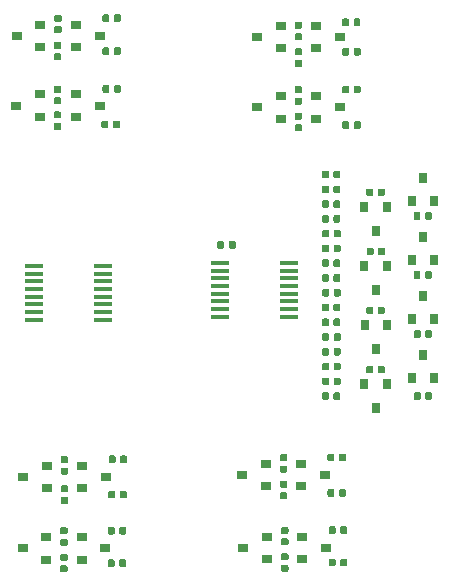
<source format=gbr>
G04 #@! TF.GenerationSoftware,KiCad,Pcbnew,(5.1.0)-1*
G04 #@! TF.CreationDate,2019-05-12T16:35:28-05:00*
G04 #@! TF.ProjectId,GPIODriverVer1,4750494f-4472-4697-9665-72566572312e,rev?*
G04 #@! TF.SameCoordinates,Original*
G04 #@! TF.FileFunction,Paste,Bot*
G04 #@! TF.FilePolarity,Positive*
%FSLAX46Y46*%
G04 Gerber Fmt 4.6, Leading zero omitted, Abs format (unit mm)*
G04 Created by KiCad (PCBNEW (5.1.0)-1) date 2019-05-12 16:35:28*
%MOMM*%
%LPD*%
G04 APERTURE LIST*
%ADD10R,0.900000X0.800000*%
%ADD11R,0.800000X0.900000*%
%ADD12C,0.100000*%
%ADD13C,0.590000*%
%ADD14R,1.500000X0.450000*%
G04 APERTURE END LIST*
D10*
X149700000Y-82650000D03*
X149700000Y-84550000D03*
X147700000Y-83600000D03*
X147700000Y-89550000D03*
X149700000Y-90500000D03*
X149700000Y-88600000D03*
X129350000Y-82550000D03*
X129350000Y-84450000D03*
X127350000Y-83500000D03*
X129300000Y-88450000D03*
X129300000Y-90350000D03*
X127300000Y-89400000D03*
X129900000Y-119900000D03*
X129900000Y-121800000D03*
X127900000Y-120850000D03*
X148450000Y-119750000D03*
X148450000Y-121650000D03*
X146450000Y-120700000D03*
X146550000Y-126850000D03*
X148550000Y-127800000D03*
X148550000Y-125900000D03*
X127850000Y-126900000D03*
X129850000Y-127850000D03*
X129850000Y-125950000D03*
D11*
X162700000Y-97500000D03*
X160800000Y-97500000D03*
X161750000Y-95500000D03*
X156800000Y-98000000D03*
X158700000Y-98000000D03*
X157750000Y-100000000D03*
X162700000Y-102500000D03*
X160800000Y-102500000D03*
X161750000Y-100500000D03*
X157750000Y-105000000D03*
X158700000Y-103000000D03*
X156800000Y-103000000D03*
X162700000Y-107500000D03*
X160800000Y-107500000D03*
X161750000Y-105500000D03*
X156850000Y-108000000D03*
X158750000Y-108000000D03*
X157800000Y-110000000D03*
X161750000Y-110500000D03*
X160800000Y-112500000D03*
X162700000Y-112500000D03*
X157750000Y-115000000D03*
X158700000Y-113000000D03*
X156800000Y-113000000D03*
D10*
X154700000Y-83600000D03*
X152700000Y-82650000D03*
X152700000Y-84550000D03*
X154700000Y-89550000D03*
X152700000Y-88600000D03*
X152700000Y-90500000D03*
X134400000Y-83500000D03*
X132400000Y-82550000D03*
X132400000Y-84450000D03*
X132400000Y-90350000D03*
X132400000Y-88450000D03*
X134400000Y-89400000D03*
X132900000Y-121800000D03*
X132900000Y-119900000D03*
X134900000Y-120850000D03*
X153450000Y-120700000D03*
X151450000Y-119750000D03*
X151450000Y-121650000D03*
X153550000Y-126850000D03*
X151550000Y-125900000D03*
X151550000Y-127800000D03*
X132850000Y-127850000D03*
X132850000Y-125950000D03*
X134850000Y-126900000D03*
D12*
G36*
X144791958Y-100880710D02*
G01*
X144806276Y-100882834D01*
X144820317Y-100886351D01*
X144833946Y-100891228D01*
X144847031Y-100897417D01*
X144859447Y-100904858D01*
X144871073Y-100913481D01*
X144881798Y-100923202D01*
X144891519Y-100933927D01*
X144900142Y-100945553D01*
X144907583Y-100957969D01*
X144913772Y-100971054D01*
X144918649Y-100984683D01*
X144922166Y-100998724D01*
X144924290Y-101013042D01*
X144925000Y-101027500D01*
X144925000Y-101372500D01*
X144924290Y-101386958D01*
X144922166Y-101401276D01*
X144918649Y-101415317D01*
X144913772Y-101428946D01*
X144907583Y-101442031D01*
X144900142Y-101454447D01*
X144891519Y-101466073D01*
X144881798Y-101476798D01*
X144871073Y-101486519D01*
X144859447Y-101495142D01*
X144847031Y-101502583D01*
X144833946Y-101508772D01*
X144820317Y-101513649D01*
X144806276Y-101517166D01*
X144791958Y-101519290D01*
X144777500Y-101520000D01*
X144482500Y-101520000D01*
X144468042Y-101519290D01*
X144453724Y-101517166D01*
X144439683Y-101513649D01*
X144426054Y-101508772D01*
X144412969Y-101502583D01*
X144400553Y-101495142D01*
X144388927Y-101486519D01*
X144378202Y-101476798D01*
X144368481Y-101466073D01*
X144359858Y-101454447D01*
X144352417Y-101442031D01*
X144346228Y-101428946D01*
X144341351Y-101415317D01*
X144337834Y-101401276D01*
X144335710Y-101386958D01*
X144335000Y-101372500D01*
X144335000Y-101027500D01*
X144335710Y-101013042D01*
X144337834Y-100998724D01*
X144341351Y-100984683D01*
X144346228Y-100971054D01*
X144352417Y-100957969D01*
X144359858Y-100945553D01*
X144368481Y-100933927D01*
X144378202Y-100923202D01*
X144388927Y-100913481D01*
X144400553Y-100904858D01*
X144412969Y-100897417D01*
X144426054Y-100891228D01*
X144439683Y-100886351D01*
X144453724Y-100882834D01*
X144468042Y-100880710D01*
X144482500Y-100880000D01*
X144777500Y-100880000D01*
X144791958Y-100880710D01*
X144791958Y-100880710D01*
G37*
D13*
X144630000Y-101200000D03*
D12*
G36*
X145761958Y-100880710D02*
G01*
X145776276Y-100882834D01*
X145790317Y-100886351D01*
X145803946Y-100891228D01*
X145817031Y-100897417D01*
X145829447Y-100904858D01*
X145841073Y-100913481D01*
X145851798Y-100923202D01*
X145861519Y-100933927D01*
X145870142Y-100945553D01*
X145877583Y-100957969D01*
X145883772Y-100971054D01*
X145888649Y-100984683D01*
X145892166Y-100998724D01*
X145894290Y-101013042D01*
X145895000Y-101027500D01*
X145895000Y-101372500D01*
X145894290Y-101386958D01*
X145892166Y-101401276D01*
X145888649Y-101415317D01*
X145883772Y-101428946D01*
X145877583Y-101442031D01*
X145870142Y-101454447D01*
X145861519Y-101466073D01*
X145851798Y-101476798D01*
X145841073Y-101486519D01*
X145829447Y-101495142D01*
X145817031Y-101502583D01*
X145803946Y-101508772D01*
X145790317Y-101513649D01*
X145776276Y-101517166D01*
X145761958Y-101519290D01*
X145747500Y-101520000D01*
X145452500Y-101520000D01*
X145438042Y-101519290D01*
X145423724Y-101517166D01*
X145409683Y-101513649D01*
X145396054Y-101508772D01*
X145382969Y-101502583D01*
X145370553Y-101495142D01*
X145358927Y-101486519D01*
X145348202Y-101476798D01*
X145338481Y-101466073D01*
X145329858Y-101454447D01*
X145322417Y-101442031D01*
X145316228Y-101428946D01*
X145311351Y-101415317D01*
X145307834Y-101401276D01*
X145305710Y-101386958D01*
X145305000Y-101372500D01*
X145305000Y-101027500D01*
X145305710Y-101013042D01*
X145307834Y-100998724D01*
X145311351Y-100984683D01*
X145316228Y-100971054D01*
X145322417Y-100957969D01*
X145329858Y-100945553D01*
X145338481Y-100933927D01*
X145348202Y-100923202D01*
X145358927Y-100913481D01*
X145370553Y-100904858D01*
X145382969Y-100897417D01*
X145396054Y-100891228D01*
X145409683Y-100886351D01*
X145423724Y-100882834D01*
X145438042Y-100880710D01*
X145452500Y-100880000D01*
X145747500Y-100880000D01*
X145761958Y-100880710D01*
X145761958Y-100880710D01*
G37*
D13*
X145600000Y-101200000D03*
D12*
G36*
X154631958Y-94930710D02*
G01*
X154646276Y-94932834D01*
X154660317Y-94936351D01*
X154673946Y-94941228D01*
X154687031Y-94947417D01*
X154699447Y-94954858D01*
X154711073Y-94963481D01*
X154721798Y-94973202D01*
X154731519Y-94983927D01*
X154740142Y-94995553D01*
X154747583Y-95007969D01*
X154753772Y-95021054D01*
X154758649Y-95034683D01*
X154762166Y-95048724D01*
X154764290Y-95063042D01*
X154765000Y-95077500D01*
X154765000Y-95422500D01*
X154764290Y-95436958D01*
X154762166Y-95451276D01*
X154758649Y-95465317D01*
X154753772Y-95478946D01*
X154747583Y-95492031D01*
X154740142Y-95504447D01*
X154731519Y-95516073D01*
X154721798Y-95526798D01*
X154711073Y-95536519D01*
X154699447Y-95545142D01*
X154687031Y-95552583D01*
X154673946Y-95558772D01*
X154660317Y-95563649D01*
X154646276Y-95567166D01*
X154631958Y-95569290D01*
X154617500Y-95570000D01*
X154322500Y-95570000D01*
X154308042Y-95569290D01*
X154293724Y-95567166D01*
X154279683Y-95563649D01*
X154266054Y-95558772D01*
X154252969Y-95552583D01*
X154240553Y-95545142D01*
X154228927Y-95536519D01*
X154218202Y-95526798D01*
X154208481Y-95516073D01*
X154199858Y-95504447D01*
X154192417Y-95492031D01*
X154186228Y-95478946D01*
X154181351Y-95465317D01*
X154177834Y-95451276D01*
X154175710Y-95436958D01*
X154175000Y-95422500D01*
X154175000Y-95077500D01*
X154175710Y-95063042D01*
X154177834Y-95048724D01*
X154181351Y-95034683D01*
X154186228Y-95021054D01*
X154192417Y-95007969D01*
X154199858Y-94995553D01*
X154208481Y-94983927D01*
X154218202Y-94973202D01*
X154228927Y-94963481D01*
X154240553Y-94954858D01*
X154252969Y-94947417D01*
X154266054Y-94941228D01*
X154279683Y-94936351D01*
X154293724Y-94932834D01*
X154308042Y-94930710D01*
X154322500Y-94930000D01*
X154617500Y-94930000D01*
X154631958Y-94930710D01*
X154631958Y-94930710D01*
G37*
D13*
X154470000Y-95250000D03*
D12*
G36*
X153661958Y-94930710D02*
G01*
X153676276Y-94932834D01*
X153690317Y-94936351D01*
X153703946Y-94941228D01*
X153717031Y-94947417D01*
X153729447Y-94954858D01*
X153741073Y-94963481D01*
X153751798Y-94973202D01*
X153761519Y-94983927D01*
X153770142Y-94995553D01*
X153777583Y-95007969D01*
X153783772Y-95021054D01*
X153788649Y-95034683D01*
X153792166Y-95048724D01*
X153794290Y-95063042D01*
X153795000Y-95077500D01*
X153795000Y-95422500D01*
X153794290Y-95436958D01*
X153792166Y-95451276D01*
X153788649Y-95465317D01*
X153783772Y-95478946D01*
X153777583Y-95492031D01*
X153770142Y-95504447D01*
X153761519Y-95516073D01*
X153751798Y-95526798D01*
X153741073Y-95536519D01*
X153729447Y-95545142D01*
X153717031Y-95552583D01*
X153703946Y-95558772D01*
X153690317Y-95563649D01*
X153676276Y-95567166D01*
X153661958Y-95569290D01*
X153647500Y-95570000D01*
X153352500Y-95570000D01*
X153338042Y-95569290D01*
X153323724Y-95567166D01*
X153309683Y-95563649D01*
X153296054Y-95558772D01*
X153282969Y-95552583D01*
X153270553Y-95545142D01*
X153258927Y-95536519D01*
X153248202Y-95526798D01*
X153238481Y-95516073D01*
X153229858Y-95504447D01*
X153222417Y-95492031D01*
X153216228Y-95478946D01*
X153211351Y-95465317D01*
X153207834Y-95451276D01*
X153205710Y-95436958D01*
X153205000Y-95422500D01*
X153205000Y-95077500D01*
X153205710Y-95063042D01*
X153207834Y-95048724D01*
X153211351Y-95034683D01*
X153216228Y-95021054D01*
X153222417Y-95007969D01*
X153229858Y-94995553D01*
X153238481Y-94983927D01*
X153248202Y-94973202D01*
X153258927Y-94963481D01*
X153270553Y-94954858D01*
X153282969Y-94947417D01*
X153296054Y-94941228D01*
X153309683Y-94936351D01*
X153323724Y-94932834D01*
X153338042Y-94930710D01*
X153352500Y-94930000D01*
X153647500Y-94930000D01*
X153661958Y-94930710D01*
X153661958Y-94930710D01*
G37*
D13*
X153500000Y-95250000D03*
D12*
G36*
X153661958Y-98680710D02*
G01*
X153676276Y-98682834D01*
X153690317Y-98686351D01*
X153703946Y-98691228D01*
X153717031Y-98697417D01*
X153729447Y-98704858D01*
X153741073Y-98713481D01*
X153751798Y-98723202D01*
X153761519Y-98733927D01*
X153770142Y-98745553D01*
X153777583Y-98757969D01*
X153783772Y-98771054D01*
X153788649Y-98784683D01*
X153792166Y-98798724D01*
X153794290Y-98813042D01*
X153795000Y-98827500D01*
X153795000Y-99172500D01*
X153794290Y-99186958D01*
X153792166Y-99201276D01*
X153788649Y-99215317D01*
X153783772Y-99228946D01*
X153777583Y-99242031D01*
X153770142Y-99254447D01*
X153761519Y-99266073D01*
X153751798Y-99276798D01*
X153741073Y-99286519D01*
X153729447Y-99295142D01*
X153717031Y-99302583D01*
X153703946Y-99308772D01*
X153690317Y-99313649D01*
X153676276Y-99317166D01*
X153661958Y-99319290D01*
X153647500Y-99320000D01*
X153352500Y-99320000D01*
X153338042Y-99319290D01*
X153323724Y-99317166D01*
X153309683Y-99313649D01*
X153296054Y-99308772D01*
X153282969Y-99302583D01*
X153270553Y-99295142D01*
X153258927Y-99286519D01*
X153248202Y-99276798D01*
X153238481Y-99266073D01*
X153229858Y-99254447D01*
X153222417Y-99242031D01*
X153216228Y-99228946D01*
X153211351Y-99215317D01*
X153207834Y-99201276D01*
X153205710Y-99186958D01*
X153205000Y-99172500D01*
X153205000Y-98827500D01*
X153205710Y-98813042D01*
X153207834Y-98798724D01*
X153211351Y-98784683D01*
X153216228Y-98771054D01*
X153222417Y-98757969D01*
X153229858Y-98745553D01*
X153238481Y-98733927D01*
X153248202Y-98723202D01*
X153258927Y-98713481D01*
X153270553Y-98704858D01*
X153282969Y-98697417D01*
X153296054Y-98691228D01*
X153309683Y-98686351D01*
X153323724Y-98682834D01*
X153338042Y-98680710D01*
X153352500Y-98680000D01*
X153647500Y-98680000D01*
X153661958Y-98680710D01*
X153661958Y-98680710D01*
G37*
D13*
X153500000Y-99000000D03*
D12*
G36*
X154631958Y-98680710D02*
G01*
X154646276Y-98682834D01*
X154660317Y-98686351D01*
X154673946Y-98691228D01*
X154687031Y-98697417D01*
X154699447Y-98704858D01*
X154711073Y-98713481D01*
X154721798Y-98723202D01*
X154731519Y-98733927D01*
X154740142Y-98745553D01*
X154747583Y-98757969D01*
X154753772Y-98771054D01*
X154758649Y-98784683D01*
X154762166Y-98798724D01*
X154764290Y-98813042D01*
X154765000Y-98827500D01*
X154765000Y-99172500D01*
X154764290Y-99186958D01*
X154762166Y-99201276D01*
X154758649Y-99215317D01*
X154753772Y-99228946D01*
X154747583Y-99242031D01*
X154740142Y-99254447D01*
X154731519Y-99266073D01*
X154721798Y-99276798D01*
X154711073Y-99286519D01*
X154699447Y-99295142D01*
X154687031Y-99302583D01*
X154673946Y-99308772D01*
X154660317Y-99313649D01*
X154646276Y-99317166D01*
X154631958Y-99319290D01*
X154617500Y-99320000D01*
X154322500Y-99320000D01*
X154308042Y-99319290D01*
X154293724Y-99317166D01*
X154279683Y-99313649D01*
X154266054Y-99308772D01*
X154252969Y-99302583D01*
X154240553Y-99295142D01*
X154228927Y-99286519D01*
X154218202Y-99276798D01*
X154208481Y-99266073D01*
X154199858Y-99254447D01*
X154192417Y-99242031D01*
X154186228Y-99228946D01*
X154181351Y-99215317D01*
X154177834Y-99201276D01*
X154175710Y-99186958D01*
X154175000Y-99172500D01*
X154175000Y-98827500D01*
X154175710Y-98813042D01*
X154177834Y-98798724D01*
X154181351Y-98784683D01*
X154186228Y-98771054D01*
X154192417Y-98757969D01*
X154199858Y-98745553D01*
X154208481Y-98733927D01*
X154218202Y-98723202D01*
X154228927Y-98713481D01*
X154240553Y-98704858D01*
X154252969Y-98697417D01*
X154266054Y-98691228D01*
X154279683Y-98686351D01*
X154293724Y-98682834D01*
X154308042Y-98680710D01*
X154322500Y-98680000D01*
X154617500Y-98680000D01*
X154631958Y-98680710D01*
X154631958Y-98680710D01*
G37*
D13*
X154470000Y-99000000D03*
D12*
G36*
X153676958Y-101180710D02*
G01*
X153691276Y-101182834D01*
X153705317Y-101186351D01*
X153718946Y-101191228D01*
X153732031Y-101197417D01*
X153744447Y-101204858D01*
X153756073Y-101213481D01*
X153766798Y-101223202D01*
X153776519Y-101233927D01*
X153785142Y-101245553D01*
X153792583Y-101257969D01*
X153798772Y-101271054D01*
X153803649Y-101284683D01*
X153807166Y-101298724D01*
X153809290Y-101313042D01*
X153810000Y-101327500D01*
X153810000Y-101672500D01*
X153809290Y-101686958D01*
X153807166Y-101701276D01*
X153803649Y-101715317D01*
X153798772Y-101728946D01*
X153792583Y-101742031D01*
X153785142Y-101754447D01*
X153776519Y-101766073D01*
X153766798Y-101776798D01*
X153756073Y-101786519D01*
X153744447Y-101795142D01*
X153732031Y-101802583D01*
X153718946Y-101808772D01*
X153705317Y-101813649D01*
X153691276Y-101817166D01*
X153676958Y-101819290D01*
X153662500Y-101820000D01*
X153367500Y-101820000D01*
X153353042Y-101819290D01*
X153338724Y-101817166D01*
X153324683Y-101813649D01*
X153311054Y-101808772D01*
X153297969Y-101802583D01*
X153285553Y-101795142D01*
X153273927Y-101786519D01*
X153263202Y-101776798D01*
X153253481Y-101766073D01*
X153244858Y-101754447D01*
X153237417Y-101742031D01*
X153231228Y-101728946D01*
X153226351Y-101715317D01*
X153222834Y-101701276D01*
X153220710Y-101686958D01*
X153220000Y-101672500D01*
X153220000Y-101327500D01*
X153220710Y-101313042D01*
X153222834Y-101298724D01*
X153226351Y-101284683D01*
X153231228Y-101271054D01*
X153237417Y-101257969D01*
X153244858Y-101245553D01*
X153253481Y-101233927D01*
X153263202Y-101223202D01*
X153273927Y-101213481D01*
X153285553Y-101204858D01*
X153297969Y-101197417D01*
X153311054Y-101191228D01*
X153324683Y-101186351D01*
X153338724Y-101182834D01*
X153353042Y-101180710D01*
X153367500Y-101180000D01*
X153662500Y-101180000D01*
X153676958Y-101180710D01*
X153676958Y-101180710D01*
G37*
D13*
X153515000Y-101500000D03*
D12*
G36*
X154646958Y-101180710D02*
G01*
X154661276Y-101182834D01*
X154675317Y-101186351D01*
X154688946Y-101191228D01*
X154702031Y-101197417D01*
X154714447Y-101204858D01*
X154726073Y-101213481D01*
X154736798Y-101223202D01*
X154746519Y-101233927D01*
X154755142Y-101245553D01*
X154762583Y-101257969D01*
X154768772Y-101271054D01*
X154773649Y-101284683D01*
X154777166Y-101298724D01*
X154779290Y-101313042D01*
X154780000Y-101327500D01*
X154780000Y-101672500D01*
X154779290Y-101686958D01*
X154777166Y-101701276D01*
X154773649Y-101715317D01*
X154768772Y-101728946D01*
X154762583Y-101742031D01*
X154755142Y-101754447D01*
X154746519Y-101766073D01*
X154736798Y-101776798D01*
X154726073Y-101786519D01*
X154714447Y-101795142D01*
X154702031Y-101802583D01*
X154688946Y-101808772D01*
X154675317Y-101813649D01*
X154661276Y-101817166D01*
X154646958Y-101819290D01*
X154632500Y-101820000D01*
X154337500Y-101820000D01*
X154323042Y-101819290D01*
X154308724Y-101817166D01*
X154294683Y-101813649D01*
X154281054Y-101808772D01*
X154267969Y-101802583D01*
X154255553Y-101795142D01*
X154243927Y-101786519D01*
X154233202Y-101776798D01*
X154223481Y-101766073D01*
X154214858Y-101754447D01*
X154207417Y-101742031D01*
X154201228Y-101728946D01*
X154196351Y-101715317D01*
X154192834Y-101701276D01*
X154190710Y-101686958D01*
X154190000Y-101672500D01*
X154190000Y-101327500D01*
X154190710Y-101313042D01*
X154192834Y-101298724D01*
X154196351Y-101284683D01*
X154201228Y-101271054D01*
X154207417Y-101257969D01*
X154214858Y-101245553D01*
X154223481Y-101233927D01*
X154233202Y-101223202D01*
X154243927Y-101213481D01*
X154255553Y-101204858D01*
X154267969Y-101197417D01*
X154281054Y-101191228D01*
X154294683Y-101186351D01*
X154308724Y-101182834D01*
X154323042Y-101180710D01*
X154337500Y-101180000D01*
X154632500Y-101180000D01*
X154646958Y-101180710D01*
X154646958Y-101180710D01*
G37*
D13*
X154485000Y-101500000D03*
D12*
G36*
X153661958Y-103680710D02*
G01*
X153676276Y-103682834D01*
X153690317Y-103686351D01*
X153703946Y-103691228D01*
X153717031Y-103697417D01*
X153729447Y-103704858D01*
X153741073Y-103713481D01*
X153751798Y-103723202D01*
X153761519Y-103733927D01*
X153770142Y-103745553D01*
X153777583Y-103757969D01*
X153783772Y-103771054D01*
X153788649Y-103784683D01*
X153792166Y-103798724D01*
X153794290Y-103813042D01*
X153795000Y-103827500D01*
X153795000Y-104172500D01*
X153794290Y-104186958D01*
X153792166Y-104201276D01*
X153788649Y-104215317D01*
X153783772Y-104228946D01*
X153777583Y-104242031D01*
X153770142Y-104254447D01*
X153761519Y-104266073D01*
X153751798Y-104276798D01*
X153741073Y-104286519D01*
X153729447Y-104295142D01*
X153717031Y-104302583D01*
X153703946Y-104308772D01*
X153690317Y-104313649D01*
X153676276Y-104317166D01*
X153661958Y-104319290D01*
X153647500Y-104320000D01*
X153352500Y-104320000D01*
X153338042Y-104319290D01*
X153323724Y-104317166D01*
X153309683Y-104313649D01*
X153296054Y-104308772D01*
X153282969Y-104302583D01*
X153270553Y-104295142D01*
X153258927Y-104286519D01*
X153248202Y-104276798D01*
X153238481Y-104266073D01*
X153229858Y-104254447D01*
X153222417Y-104242031D01*
X153216228Y-104228946D01*
X153211351Y-104215317D01*
X153207834Y-104201276D01*
X153205710Y-104186958D01*
X153205000Y-104172500D01*
X153205000Y-103827500D01*
X153205710Y-103813042D01*
X153207834Y-103798724D01*
X153211351Y-103784683D01*
X153216228Y-103771054D01*
X153222417Y-103757969D01*
X153229858Y-103745553D01*
X153238481Y-103733927D01*
X153248202Y-103723202D01*
X153258927Y-103713481D01*
X153270553Y-103704858D01*
X153282969Y-103697417D01*
X153296054Y-103691228D01*
X153309683Y-103686351D01*
X153323724Y-103682834D01*
X153338042Y-103680710D01*
X153352500Y-103680000D01*
X153647500Y-103680000D01*
X153661958Y-103680710D01*
X153661958Y-103680710D01*
G37*
D13*
X153500000Y-104000000D03*
D12*
G36*
X154631958Y-103680710D02*
G01*
X154646276Y-103682834D01*
X154660317Y-103686351D01*
X154673946Y-103691228D01*
X154687031Y-103697417D01*
X154699447Y-103704858D01*
X154711073Y-103713481D01*
X154721798Y-103723202D01*
X154731519Y-103733927D01*
X154740142Y-103745553D01*
X154747583Y-103757969D01*
X154753772Y-103771054D01*
X154758649Y-103784683D01*
X154762166Y-103798724D01*
X154764290Y-103813042D01*
X154765000Y-103827500D01*
X154765000Y-104172500D01*
X154764290Y-104186958D01*
X154762166Y-104201276D01*
X154758649Y-104215317D01*
X154753772Y-104228946D01*
X154747583Y-104242031D01*
X154740142Y-104254447D01*
X154731519Y-104266073D01*
X154721798Y-104276798D01*
X154711073Y-104286519D01*
X154699447Y-104295142D01*
X154687031Y-104302583D01*
X154673946Y-104308772D01*
X154660317Y-104313649D01*
X154646276Y-104317166D01*
X154631958Y-104319290D01*
X154617500Y-104320000D01*
X154322500Y-104320000D01*
X154308042Y-104319290D01*
X154293724Y-104317166D01*
X154279683Y-104313649D01*
X154266054Y-104308772D01*
X154252969Y-104302583D01*
X154240553Y-104295142D01*
X154228927Y-104286519D01*
X154218202Y-104276798D01*
X154208481Y-104266073D01*
X154199858Y-104254447D01*
X154192417Y-104242031D01*
X154186228Y-104228946D01*
X154181351Y-104215317D01*
X154177834Y-104201276D01*
X154175710Y-104186958D01*
X154175000Y-104172500D01*
X154175000Y-103827500D01*
X154175710Y-103813042D01*
X154177834Y-103798724D01*
X154181351Y-103784683D01*
X154186228Y-103771054D01*
X154192417Y-103757969D01*
X154199858Y-103745553D01*
X154208481Y-103733927D01*
X154218202Y-103723202D01*
X154228927Y-103713481D01*
X154240553Y-103704858D01*
X154252969Y-103697417D01*
X154266054Y-103691228D01*
X154279683Y-103686351D01*
X154293724Y-103682834D01*
X154308042Y-103680710D01*
X154322500Y-103680000D01*
X154617500Y-103680000D01*
X154631958Y-103680710D01*
X154631958Y-103680710D01*
G37*
D13*
X154470000Y-104000000D03*
D12*
G36*
X154631958Y-96180710D02*
G01*
X154646276Y-96182834D01*
X154660317Y-96186351D01*
X154673946Y-96191228D01*
X154687031Y-96197417D01*
X154699447Y-96204858D01*
X154711073Y-96213481D01*
X154721798Y-96223202D01*
X154731519Y-96233927D01*
X154740142Y-96245553D01*
X154747583Y-96257969D01*
X154753772Y-96271054D01*
X154758649Y-96284683D01*
X154762166Y-96298724D01*
X154764290Y-96313042D01*
X154765000Y-96327500D01*
X154765000Y-96672500D01*
X154764290Y-96686958D01*
X154762166Y-96701276D01*
X154758649Y-96715317D01*
X154753772Y-96728946D01*
X154747583Y-96742031D01*
X154740142Y-96754447D01*
X154731519Y-96766073D01*
X154721798Y-96776798D01*
X154711073Y-96786519D01*
X154699447Y-96795142D01*
X154687031Y-96802583D01*
X154673946Y-96808772D01*
X154660317Y-96813649D01*
X154646276Y-96817166D01*
X154631958Y-96819290D01*
X154617500Y-96820000D01*
X154322500Y-96820000D01*
X154308042Y-96819290D01*
X154293724Y-96817166D01*
X154279683Y-96813649D01*
X154266054Y-96808772D01*
X154252969Y-96802583D01*
X154240553Y-96795142D01*
X154228927Y-96786519D01*
X154218202Y-96776798D01*
X154208481Y-96766073D01*
X154199858Y-96754447D01*
X154192417Y-96742031D01*
X154186228Y-96728946D01*
X154181351Y-96715317D01*
X154177834Y-96701276D01*
X154175710Y-96686958D01*
X154175000Y-96672500D01*
X154175000Y-96327500D01*
X154175710Y-96313042D01*
X154177834Y-96298724D01*
X154181351Y-96284683D01*
X154186228Y-96271054D01*
X154192417Y-96257969D01*
X154199858Y-96245553D01*
X154208481Y-96233927D01*
X154218202Y-96223202D01*
X154228927Y-96213481D01*
X154240553Y-96204858D01*
X154252969Y-96197417D01*
X154266054Y-96191228D01*
X154279683Y-96186351D01*
X154293724Y-96182834D01*
X154308042Y-96180710D01*
X154322500Y-96180000D01*
X154617500Y-96180000D01*
X154631958Y-96180710D01*
X154631958Y-96180710D01*
G37*
D13*
X154470000Y-96500000D03*
D12*
G36*
X153661958Y-96180710D02*
G01*
X153676276Y-96182834D01*
X153690317Y-96186351D01*
X153703946Y-96191228D01*
X153717031Y-96197417D01*
X153729447Y-96204858D01*
X153741073Y-96213481D01*
X153751798Y-96223202D01*
X153761519Y-96233927D01*
X153770142Y-96245553D01*
X153777583Y-96257969D01*
X153783772Y-96271054D01*
X153788649Y-96284683D01*
X153792166Y-96298724D01*
X153794290Y-96313042D01*
X153795000Y-96327500D01*
X153795000Y-96672500D01*
X153794290Y-96686958D01*
X153792166Y-96701276D01*
X153788649Y-96715317D01*
X153783772Y-96728946D01*
X153777583Y-96742031D01*
X153770142Y-96754447D01*
X153761519Y-96766073D01*
X153751798Y-96776798D01*
X153741073Y-96786519D01*
X153729447Y-96795142D01*
X153717031Y-96802583D01*
X153703946Y-96808772D01*
X153690317Y-96813649D01*
X153676276Y-96817166D01*
X153661958Y-96819290D01*
X153647500Y-96820000D01*
X153352500Y-96820000D01*
X153338042Y-96819290D01*
X153323724Y-96817166D01*
X153309683Y-96813649D01*
X153296054Y-96808772D01*
X153282969Y-96802583D01*
X153270553Y-96795142D01*
X153258927Y-96786519D01*
X153248202Y-96776798D01*
X153238481Y-96766073D01*
X153229858Y-96754447D01*
X153222417Y-96742031D01*
X153216228Y-96728946D01*
X153211351Y-96715317D01*
X153207834Y-96701276D01*
X153205710Y-96686958D01*
X153205000Y-96672500D01*
X153205000Y-96327500D01*
X153205710Y-96313042D01*
X153207834Y-96298724D01*
X153211351Y-96284683D01*
X153216228Y-96271054D01*
X153222417Y-96257969D01*
X153229858Y-96245553D01*
X153238481Y-96233927D01*
X153248202Y-96223202D01*
X153258927Y-96213481D01*
X153270553Y-96204858D01*
X153282969Y-96197417D01*
X153296054Y-96191228D01*
X153309683Y-96186351D01*
X153323724Y-96182834D01*
X153338042Y-96180710D01*
X153352500Y-96180000D01*
X153647500Y-96180000D01*
X153661958Y-96180710D01*
X153661958Y-96180710D01*
G37*
D13*
X153500000Y-96500000D03*
D12*
G36*
X153661958Y-97430710D02*
G01*
X153676276Y-97432834D01*
X153690317Y-97436351D01*
X153703946Y-97441228D01*
X153717031Y-97447417D01*
X153729447Y-97454858D01*
X153741073Y-97463481D01*
X153751798Y-97473202D01*
X153761519Y-97483927D01*
X153770142Y-97495553D01*
X153777583Y-97507969D01*
X153783772Y-97521054D01*
X153788649Y-97534683D01*
X153792166Y-97548724D01*
X153794290Y-97563042D01*
X153795000Y-97577500D01*
X153795000Y-97922500D01*
X153794290Y-97936958D01*
X153792166Y-97951276D01*
X153788649Y-97965317D01*
X153783772Y-97978946D01*
X153777583Y-97992031D01*
X153770142Y-98004447D01*
X153761519Y-98016073D01*
X153751798Y-98026798D01*
X153741073Y-98036519D01*
X153729447Y-98045142D01*
X153717031Y-98052583D01*
X153703946Y-98058772D01*
X153690317Y-98063649D01*
X153676276Y-98067166D01*
X153661958Y-98069290D01*
X153647500Y-98070000D01*
X153352500Y-98070000D01*
X153338042Y-98069290D01*
X153323724Y-98067166D01*
X153309683Y-98063649D01*
X153296054Y-98058772D01*
X153282969Y-98052583D01*
X153270553Y-98045142D01*
X153258927Y-98036519D01*
X153248202Y-98026798D01*
X153238481Y-98016073D01*
X153229858Y-98004447D01*
X153222417Y-97992031D01*
X153216228Y-97978946D01*
X153211351Y-97965317D01*
X153207834Y-97951276D01*
X153205710Y-97936958D01*
X153205000Y-97922500D01*
X153205000Y-97577500D01*
X153205710Y-97563042D01*
X153207834Y-97548724D01*
X153211351Y-97534683D01*
X153216228Y-97521054D01*
X153222417Y-97507969D01*
X153229858Y-97495553D01*
X153238481Y-97483927D01*
X153248202Y-97473202D01*
X153258927Y-97463481D01*
X153270553Y-97454858D01*
X153282969Y-97447417D01*
X153296054Y-97441228D01*
X153309683Y-97436351D01*
X153323724Y-97432834D01*
X153338042Y-97430710D01*
X153352500Y-97430000D01*
X153647500Y-97430000D01*
X153661958Y-97430710D01*
X153661958Y-97430710D01*
G37*
D13*
X153500000Y-97750000D03*
D12*
G36*
X154631958Y-97430710D02*
G01*
X154646276Y-97432834D01*
X154660317Y-97436351D01*
X154673946Y-97441228D01*
X154687031Y-97447417D01*
X154699447Y-97454858D01*
X154711073Y-97463481D01*
X154721798Y-97473202D01*
X154731519Y-97483927D01*
X154740142Y-97495553D01*
X154747583Y-97507969D01*
X154753772Y-97521054D01*
X154758649Y-97534683D01*
X154762166Y-97548724D01*
X154764290Y-97563042D01*
X154765000Y-97577500D01*
X154765000Y-97922500D01*
X154764290Y-97936958D01*
X154762166Y-97951276D01*
X154758649Y-97965317D01*
X154753772Y-97978946D01*
X154747583Y-97992031D01*
X154740142Y-98004447D01*
X154731519Y-98016073D01*
X154721798Y-98026798D01*
X154711073Y-98036519D01*
X154699447Y-98045142D01*
X154687031Y-98052583D01*
X154673946Y-98058772D01*
X154660317Y-98063649D01*
X154646276Y-98067166D01*
X154631958Y-98069290D01*
X154617500Y-98070000D01*
X154322500Y-98070000D01*
X154308042Y-98069290D01*
X154293724Y-98067166D01*
X154279683Y-98063649D01*
X154266054Y-98058772D01*
X154252969Y-98052583D01*
X154240553Y-98045142D01*
X154228927Y-98036519D01*
X154218202Y-98026798D01*
X154208481Y-98016073D01*
X154199858Y-98004447D01*
X154192417Y-97992031D01*
X154186228Y-97978946D01*
X154181351Y-97965317D01*
X154177834Y-97951276D01*
X154175710Y-97936958D01*
X154175000Y-97922500D01*
X154175000Y-97577500D01*
X154175710Y-97563042D01*
X154177834Y-97548724D01*
X154181351Y-97534683D01*
X154186228Y-97521054D01*
X154192417Y-97507969D01*
X154199858Y-97495553D01*
X154208481Y-97483927D01*
X154218202Y-97473202D01*
X154228927Y-97463481D01*
X154240553Y-97454858D01*
X154252969Y-97447417D01*
X154266054Y-97441228D01*
X154279683Y-97436351D01*
X154293724Y-97432834D01*
X154308042Y-97430710D01*
X154322500Y-97430000D01*
X154617500Y-97430000D01*
X154631958Y-97430710D01*
X154631958Y-97430710D01*
G37*
D13*
X154470000Y-97750000D03*
D12*
G36*
X154661958Y-99930710D02*
G01*
X154676276Y-99932834D01*
X154690317Y-99936351D01*
X154703946Y-99941228D01*
X154717031Y-99947417D01*
X154729447Y-99954858D01*
X154741073Y-99963481D01*
X154751798Y-99973202D01*
X154761519Y-99983927D01*
X154770142Y-99995553D01*
X154777583Y-100007969D01*
X154783772Y-100021054D01*
X154788649Y-100034683D01*
X154792166Y-100048724D01*
X154794290Y-100063042D01*
X154795000Y-100077500D01*
X154795000Y-100422500D01*
X154794290Y-100436958D01*
X154792166Y-100451276D01*
X154788649Y-100465317D01*
X154783772Y-100478946D01*
X154777583Y-100492031D01*
X154770142Y-100504447D01*
X154761519Y-100516073D01*
X154751798Y-100526798D01*
X154741073Y-100536519D01*
X154729447Y-100545142D01*
X154717031Y-100552583D01*
X154703946Y-100558772D01*
X154690317Y-100563649D01*
X154676276Y-100567166D01*
X154661958Y-100569290D01*
X154647500Y-100570000D01*
X154352500Y-100570000D01*
X154338042Y-100569290D01*
X154323724Y-100567166D01*
X154309683Y-100563649D01*
X154296054Y-100558772D01*
X154282969Y-100552583D01*
X154270553Y-100545142D01*
X154258927Y-100536519D01*
X154248202Y-100526798D01*
X154238481Y-100516073D01*
X154229858Y-100504447D01*
X154222417Y-100492031D01*
X154216228Y-100478946D01*
X154211351Y-100465317D01*
X154207834Y-100451276D01*
X154205710Y-100436958D01*
X154205000Y-100422500D01*
X154205000Y-100077500D01*
X154205710Y-100063042D01*
X154207834Y-100048724D01*
X154211351Y-100034683D01*
X154216228Y-100021054D01*
X154222417Y-100007969D01*
X154229858Y-99995553D01*
X154238481Y-99983927D01*
X154248202Y-99973202D01*
X154258927Y-99963481D01*
X154270553Y-99954858D01*
X154282969Y-99947417D01*
X154296054Y-99941228D01*
X154309683Y-99936351D01*
X154323724Y-99932834D01*
X154338042Y-99930710D01*
X154352500Y-99930000D01*
X154647500Y-99930000D01*
X154661958Y-99930710D01*
X154661958Y-99930710D01*
G37*
D13*
X154500000Y-100250000D03*
D12*
G36*
X153691958Y-99930710D02*
G01*
X153706276Y-99932834D01*
X153720317Y-99936351D01*
X153733946Y-99941228D01*
X153747031Y-99947417D01*
X153759447Y-99954858D01*
X153771073Y-99963481D01*
X153781798Y-99973202D01*
X153791519Y-99983927D01*
X153800142Y-99995553D01*
X153807583Y-100007969D01*
X153813772Y-100021054D01*
X153818649Y-100034683D01*
X153822166Y-100048724D01*
X153824290Y-100063042D01*
X153825000Y-100077500D01*
X153825000Y-100422500D01*
X153824290Y-100436958D01*
X153822166Y-100451276D01*
X153818649Y-100465317D01*
X153813772Y-100478946D01*
X153807583Y-100492031D01*
X153800142Y-100504447D01*
X153791519Y-100516073D01*
X153781798Y-100526798D01*
X153771073Y-100536519D01*
X153759447Y-100545142D01*
X153747031Y-100552583D01*
X153733946Y-100558772D01*
X153720317Y-100563649D01*
X153706276Y-100567166D01*
X153691958Y-100569290D01*
X153677500Y-100570000D01*
X153382500Y-100570000D01*
X153368042Y-100569290D01*
X153353724Y-100567166D01*
X153339683Y-100563649D01*
X153326054Y-100558772D01*
X153312969Y-100552583D01*
X153300553Y-100545142D01*
X153288927Y-100536519D01*
X153278202Y-100526798D01*
X153268481Y-100516073D01*
X153259858Y-100504447D01*
X153252417Y-100492031D01*
X153246228Y-100478946D01*
X153241351Y-100465317D01*
X153237834Y-100451276D01*
X153235710Y-100436958D01*
X153235000Y-100422500D01*
X153235000Y-100077500D01*
X153235710Y-100063042D01*
X153237834Y-100048724D01*
X153241351Y-100034683D01*
X153246228Y-100021054D01*
X153252417Y-100007969D01*
X153259858Y-99995553D01*
X153268481Y-99983927D01*
X153278202Y-99973202D01*
X153288927Y-99963481D01*
X153300553Y-99954858D01*
X153312969Y-99947417D01*
X153326054Y-99941228D01*
X153339683Y-99936351D01*
X153353724Y-99932834D01*
X153368042Y-99930710D01*
X153382500Y-99930000D01*
X153677500Y-99930000D01*
X153691958Y-99930710D01*
X153691958Y-99930710D01*
G37*
D13*
X153530000Y-100250000D03*
D12*
G36*
X153661958Y-102430710D02*
G01*
X153676276Y-102432834D01*
X153690317Y-102436351D01*
X153703946Y-102441228D01*
X153717031Y-102447417D01*
X153729447Y-102454858D01*
X153741073Y-102463481D01*
X153751798Y-102473202D01*
X153761519Y-102483927D01*
X153770142Y-102495553D01*
X153777583Y-102507969D01*
X153783772Y-102521054D01*
X153788649Y-102534683D01*
X153792166Y-102548724D01*
X153794290Y-102563042D01*
X153795000Y-102577500D01*
X153795000Y-102922500D01*
X153794290Y-102936958D01*
X153792166Y-102951276D01*
X153788649Y-102965317D01*
X153783772Y-102978946D01*
X153777583Y-102992031D01*
X153770142Y-103004447D01*
X153761519Y-103016073D01*
X153751798Y-103026798D01*
X153741073Y-103036519D01*
X153729447Y-103045142D01*
X153717031Y-103052583D01*
X153703946Y-103058772D01*
X153690317Y-103063649D01*
X153676276Y-103067166D01*
X153661958Y-103069290D01*
X153647500Y-103070000D01*
X153352500Y-103070000D01*
X153338042Y-103069290D01*
X153323724Y-103067166D01*
X153309683Y-103063649D01*
X153296054Y-103058772D01*
X153282969Y-103052583D01*
X153270553Y-103045142D01*
X153258927Y-103036519D01*
X153248202Y-103026798D01*
X153238481Y-103016073D01*
X153229858Y-103004447D01*
X153222417Y-102992031D01*
X153216228Y-102978946D01*
X153211351Y-102965317D01*
X153207834Y-102951276D01*
X153205710Y-102936958D01*
X153205000Y-102922500D01*
X153205000Y-102577500D01*
X153205710Y-102563042D01*
X153207834Y-102548724D01*
X153211351Y-102534683D01*
X153216228Y-102521054D01*
X153222417Y-102507969D01*
X153229858Y-102495553D01*
X153238481Y-102483927D01*
X153248202Y-102473202D01*
X153258927Y-102463481D01*
X153270553Y-102454858D01*
X153282969Y-102447417D01*
X153296054Y-102441228D01*
X153309683Y-102436351D01*
X153323724Y-102432834D01*
X153338042Y-102430710D01*
X153352500Y-102430000D01*
X153647500Y-102430000D01*
X153661958Y-102430710D01*
X153661958Y-102430710D01*
G37*
D13*
X153500000Y-102750000D03*
D12*
G36*
X154631958Y-102430710D02*
G01*
X154646276Y-102432834D01*
X154660317Y-102436351D01*
X154673946Y-102441228D01*
X154687031Y-102447417D01*
X154699447Y-102454858D01*
X154711073Y-102463481D01*
X154721798Y-102473202D01*
X154731519Y-102483927D01*
X154740142Y-102495553D01*
X154747583Y-102507969D01*
X154753772Y-102521054D01*
X154758649Y-102534683D01*
X154762166Y-102548724D01*
X154764290Y-102563042D01*
X154765000Y-102577500D01*
X154765000Y-102922500D01*
X154764290Y-102936958D01*
X154762166Y-102951276D01*
X154758649Y-102965317D01*
X154753772Y-102978946D01*
X154747583Y-102992031D01*
X154740142Y-103004447D01*
X154731519Y-103016073D01*
X154721798Y-103026798D01*
X154711073Y-103036519D01*
X154699447Y-103045142D01*
X154687031Y-103052583D01*
X154673946Y-103058772D01*
X154660317Y-103063649D01*
X154646276Y-103067166D01*
X154631958Y-103069290D01*
X154617500Y-103070000D01*
X154322500Y-103070000D01*
X154308042Y-103069290D01*
X154293724Y-103067166D01*
X154279683Y-103063649D01*
X154266054Y-103058772D01*
X154252969Y-103052583D01*
X154240553Y-103045142D01*
X154228927Y-103036519D01*
X154218202Y-103026798D01*
X154208481Y-103016073D01*
X154199858Y-103004447D01*
X154192417Y-102992031D01*
X154186228Y-102978946D01*
X154181351Y-102965317D01*
X154177834Y-102951276D01*
X154175710Y-102936958D01*
X154175000Y-102922500D01*
X154175000Y-102577500D01*
X154175710Y-102563042D01*
X154177834Y-102548724D01*
X154181351Y-102534683D01*
X154186228Y-102521054D01*
X154192417Y-102507969D01*
X154199858Y-102495553D01*
X154208481Y-102483927D01*
X154218202Y-102473202D01*
X154228927Y-102463481D01*
X154240553Y-102454858D01*
X154252969Y-102447417D01*
X154266054Y-102441228D01*
X154279683Y-102436351D01*
X154293724Y-102432834D01*
X154308042Y-102430710D01*
X154322500Y-102430000D01*
X154617500Y-102430000D01*
X154631958Y-102430710D01*
X154631958Y-102430710D01*
G37*
D13*
X154470000Y-102750000D03*
D12*
G36*
X162381958Y-98430710D02*
G01*
X162396276Y-98432834D01*
X162410317Y-98436351D01*
X162423946Y-98441228D01*
X162437031Y-98447417D01*
X162449447Y-98454858D01*
X162461073Y-98463481D01*
X162471798Y-98473202D01*
X162481519Y-98483927D01*
X162490142Y-98495553D01*
X162497583Y-98507969D01*
X162503772Y-98521054D01*
X162508649Y-98534683D01*
X162512166Y-98548724D01*
X162514290Y-98563042D01*
X162515000Y-98577500D01*
X162515000Y-98922500D01*
X162514290Y-98936958D01*
X162512166Y-98951276D01*
X162508649Y-98965317D01*
X162503772Y-98978946D01*
X162497583Y-98992031D01*
X162490142Y-99004447D01*
X162481519Y-99016073D01*
X162471798Y-99026798D01*
X162461073Y-99036519D01*
X162449447Y-99045142D01*
X162437031Y-99052583D01*
X162423946Y-99058772D01*
X162410317Y-99063649D01*
X162396276Y-99067166D01*
X162381958Y-99069290D01*
X162367500Y-99070000D01*
X162072500Y-99070000D01*
X162058042Y-99069290D01*
X162043724Y-99067166D01*
X162029683Y-99063649D01*
X162016054Y-99058772D01*
X162002969Y-99052583D01*
X161990553Y-99045142D01*
X161978927Y-99036519D01*
X161968202Y-99026798D01*
X161958481Y-99016073D01*
X161949858Y-99004447D01*
X161942417Y-98992031D01*
X161936228Y-98978946D01*
X161931351Y-98965317D01*
X161927834Y-98951276D01*
X161925710Y-98936958D01*
X161925000Y-98922500D01*
X161925000Y-98577500D01*
X161925710Y-98563042D01*
X161927834Y-98548724D01*
X161931351Y-98534683D01*
X161936228Y-98521054D01*
X161942417Y-98507969D01*
X161949858Y-98495553D01*
X161958481Y-98483927D01*
X161968202Y-98473202D01*
X161978927Y-98463481D01*
X161990553Y-98454858D01*
X162002969Y-98447417D01*
X162016054Y-98441228D01*
X162029683Y-98436351D01*
X162043724Y-98432834D01*
X162058042Y-98430710D01*
X162072500Y-98430000D01*
X162367500Y-98430000D01*
X162381958Y-98430710D01*
X162381958Y-98430710D01*
G37*
D13*
X162220000Y-98750000D03*
D12*
G36*
X161411958Y-98430710D02*
G01*
X161426276Y-98432834D01*
X161440317Y-98436351D01*
X161453946Y-98441228D01*
X161467031Y-98447417D01*
X161479447Y-98454858D01*
X161491073Y-98463481D01*
X161501798Y-98473202D01*
X161511519Y-98483927D01*
X161520142Y-98495553D01*
X161527583Y-98507969D01*
X161533772Y-98521054D01*
X161538649Y-98534683D01*
X161542166Y-98548724D01*
X161544290Y-98563042D01*
X161545000Y-98577500D01*
X161545000Y-98922500D01*
X161544290Y-98936958D01*
X161542166Y-98951276D01*
X161538649Y-98965317D01*
X161533772Y-98978946D01*
X161527583Y-98992031D01*
X161520142Y-99004447D01*
X161511519Y-99016073D01*
X161501798Y-99026798D01*
X161491073Y-99036519D01*
X161479447Y-99045142D01*
X161467031Y-99052583D01*
X161453946Y-99058772D01*
X161440317Y-99063649D01*
X161426276Y-99067166D01*
X161411958Y-99069290D01*
X161397500Y-99070000D01*
X161102500Y-99070000D01*
X161088042Y-99069290D01*
X161073724Y-99067166D01*
X161059683Y-99063649D01*
X161046054Y-99058772D01*
X161032969Y-99052583D01*
X161020553Y-99045142D01*
X161008927Y-99036519D01*
X160998202Y-99026798D01*
X160988481Y-99016073D01*
X160979858Y-99004447D01*
X160972417Y-98992031D01*
X160966228Y-98978946D01*
X160961351Y-98965317D01*
X160957834Y-98951276D01*
X160955710Y-98936958D01*
X160955000Y-98922500D01*
X160955000Y-98577500D01*
X160955710Y-98563042D01*
X160957834Y-98548724D01*
X160961351Y-98534683D01*
X160966228Y-98521054D01*
X160972417Y-98507969D01*
X160979858Y-98495553D01*
X160988481Y-98483927D01*
X160998202Y-98473202D01*
X161008927Y-98463481D01*
X161020553Y-98454858D01*
X161032969Y-98447417D01*
X161046054Y-98441228D01*
X161059683Y-98436351D01*
X161073724Y-98432834D01*
X161088042Y-98430710D01*
X161102500Y-98430000D01*
X161397500Y-98430000D01*
X161411958Y-98430710D01*
X161411958Y-98430710D01*
G37*
D13*
X161250000Y-98750000D03*
D12*
G36*
X158381958Y-96430710D02*
G01*
X158396276Y-96432834D01*
X158410317Y-96436351D01*
X158423946Y-96441228D01*
X158437031Y-96447417D01*
X158449447Y-96454858D01*
X158461073Y-96463481D01*
X158471798Y-96473202D01*
X158481519Y-96483927D01*
X158490142Y-96495553D01*
X158497583Y-96507969D01*
X158503772Y-96521054D01*
X158508649Y-96534683D01*
X158512166Y-96548724D01*
X158514290Y-96563042D01*
X158515000Y-96577500D01*
X158515000Y-96922500D01*
X158514290Y-96936958D01*
X158512166Y-96951276D01*
X158508649Y-96965317D01*
X158503772Y-96978946D01*
X158497583Y-96992031D01*
X158490142Y-97004447D01*
X158481519Y-97016073D01*
X158471798Y-97026798D01*
X158461073Y-97036519D01*
X158449447Y-97045142D01*
X158437031Y-97052583D01*
X158423946Y-97058772D01*
X158410317Y-97063649D01*
X158396276Y-97067166D01*
X158381958Y-97069290D01*
X158367500Y-97070000D01*
X158072500Y-97070000D01*
X158058042Y-97069290D01*
X158043724Y-97067166D01*
X158029683Y-97063649D01*
X158016054Y-97058772D01*
X158002969Y-97052583D01*
X157990553Y-97045142D01*
X157978927Y-97036519D01*
X157968202Y-97026798D01*
X157958481Y-97016073D01*
X157949858Y-97004447D01*
X157942417Y-96992031D01*
X157936228Y-96978946D01*
X157931351Y-96965317D01*
X157927834Y-96951276D01*
X157925710Y-96936958D01*
X157925000Y-96922500D01*
X157925000Y-96577500D01*
X157925710Y-96563042D01*
X157927834Y-96548724D01*
X157931351Y-96534683D01*
X157936228Y-96521054D01*
X157942417Y-96507969D01*
X157949858Y-96495553D01*
X157958481Y-96483927D01*
X157968202Y-96473202D01*
X157978927Y-96463481D01*
X157990553Y-96454858D01*
X158002969Y-96447417D01*
X158016054Y-96441228D01*
X158029683Y-96436351D01*
X158043724Y-96432834D01*
X158058042Y-96430710D01*
X158072500Y-96430000D01*
X158367500Y-96430000D01*
X158381958Y-96430710D01*
X158381958Y-96430710D01*
G37*
D13*
X158220000Y-96750000D03*
D12*
G36*
X157411958Y-96430710D02*
G01*
X157426276Y-96432834D01*
X157440317Y-96436351D01*
X157453946Y-96441228D01*
X157467031Y-96447417D01*
X157479447Y-96454858D01*
X157491073Y-96463481D01*
X157501798Y-96473202D01*
X157511519Y-96483927D01*
X157520142Y-96495553D01*
X157527583Y-96507969D01*
X157533772Y-96521054D01*
X157538649Y-96534683D01*
X157542166Y-96548724D01*
X157544290Y-96563042D01*
X157545000Y-96577500D01*
X157545000Y-96922500D01*
X157544290Y-96936958D01*
X157542166Y-96951276D01*
X157538649Y-96965317D01*
X157533772Y-96978946D01*
X157527583Y-96992031D01*
X157520142Y-97004447D01*
X157511519Y-97016073D01*
X157501798Y-97026798D01*
X157491073Y-97036519D01*
X157479447Y-97045142D01*
X157467031Y-97052583D01*
X157453946Y-97058772D01*
X157440317Y-97063649D01*
X157426276Y-97067166D01*
X157411958Y-97069290D01*
X157397500Y-97070000D01*
X157102500Y-97070000D01*
X157088042Y-97069290D01*
X157073724Y-97067166D01*
X157059683Y-97063649D01*
X157046054Y-97058772D01*
X157032969Y-97052583D01*
X157020553Y-97045142D01*
X157008927Y-97036519D01*
X156998202Y-97026798D01*
X156988481Y-97016073D01*
X156979858Y-97004447D01*
X156972417Y-96992031D01*
X156966228Y-96978946D01*
X156961351Y-96965317D01*
X156957834Y-96951276D01*
X156955710Y-96936958D01*
X156955000Y-96922500D01*
X156955000Y-96577500D01*
X156955710Y-96563042D01*
X156957834Y-96548724D01*
X156961351Y-96534683D01*
X156966228Y-96521054D01*
X156972417Y-96507969D01*
X156979858Y-96495553D01*
X156988481Y-96483927D01*
X156998202Y-96473202D01*
X157008927Y-96463481D01*
X157020553Y-96454858D01*
X157032969Y-96447417D01*
X157046054Y-96441228D01*
X157059683Y-96436351D01*
X157073724Y-96432834D01*
X157088042Y-96430710D01*
X157102500Y-96430000D01*
X157397500Y-96430000D01*
X157411958Y-96430710D01*
X157411958Y-96430710D01*
G37*
D13*
X157250000Y-96750000D03*
D12*
G36*
X161411958Y-103430710D02*
G01*
X161426276Y-103432834D01*
X161440317Y-103436351D01*
X161453946Y-103441228D01*
X161467031Y-103447417D01*
X161479447Y-103454858D01*
X161491073Y-103463481D01*
X161501798Y-103473202D01*
X161511519Y-103483927D01*
X161520142Y-103495553D01*
X161527583Y-103507969D01*
X161533772Y-103521054D01*
X161538649Y-103534683D01*
X161542166Y-103548724D01*
X161544290Y-103563042D01*
X161545000Y-103577500D01*
X161545000Y-103922500D01*
X161544290Y-103936958D01*
X161542166Y-103951276D01*
X161538649Y-103965317D01*
X161533772Y-103978946D01*
X161527583Y-103992031D01*
X161520142Y-104004447D01*
X161511519Y-104016073D01*
X161501798Y-104026798D01*
X161491073Y-104036519D01*
X161479447Y-104045142D01*
X161467031Y-104052583D01*
X161453946Y-104058772D01*
X161440317Y-104063649D01*
X161426276Y-104067166D01*
X161411958Y-104069290D01*
X161397500Y-104070000D01*
X161102500Y-104070000D01*
X161088042Y-104069290D01*
X161073724Y-104067166D01*
X161059683Y-104063649D01*
X161046054Y-104058772D01*
X161032969Y-104052583D01*
X161020553Y-104045142D01*
X161008927Y-104036519D01*
X160998202Y-104026798D01*
X160988481Y-104016073D01*
X160979858Y-104004447D01*
X160972417Y-103992031D01*
X160966228Y-103978946D01*
X160961351Y-103965317D01*
X160957834Y-103951276D01*
X160955710Y-103936958D01*
X160955000Y-103922500D01*
X160955000Y-103577500D01*
X160955710Y-103563042D01*
X160957834Y-103548724D01*
X160961351Y-103534683D01*
X160966228Y-103521054D01*
X160972417Y-103507969D01*
X160979858Y-103495553D01*
X160988481Y-103483927D01*
X160998202Y-103473202D01*
X161008927Y-103463481D01*
X161020553Y-103454858D01*
X161032969Y-103447417D01*
X161046054Y-103441228D01*
X161059683Y-103436351D01*
X161073724Y-103432834D01*
X161088042Y-103430710D01*
X161102500Y-103430000D01*
X161397500Y-103430000D01*
X161411958Y-103430710D01*
X161411958Y-103430710D01*
G37*
D13*
X161250000Y-103750000D03*
D12*
G36*
X162381958Y-103430710D02*
G01*
X162396276Y-103432834D01*
X162410317Y-103436351D01*
X162423946Y-103441228D01*
X162437031Y-103447417D01*
X162449447Y-103454858D01*
X162461073Y-103463481D01*
X162471798Y-103473202D01*
X162481519Y-103483927D01*
X162490142Y-103495553D01*
X162497583Y-103507969D01*
X162503772Y-103521054D01*
X162508649Y-103534683D01*
X162512166Y-103548724D01*
X162514290Y-103563042D01*
X162515000Y-103577500D01*
X162515000Y-103922500D01*
X162514290Y-103936958D01*
X162512166Y-103951276D01*
X162508649Y-103965317D01*
X162503772Y-103978946D01*
X162497583Y-103992031D01*
X162490142Y-104004447D01*
X162481519Y-104016073D01*
X162471798Y-104026798D01*
X162461073Y-104036519D01*
X162449447Y-104045142D01*
X162437031Y-104052583D01*
X162423946Y-104058772D01*
X162410317Y-104063649D01*
X162396276Y-104067166D01*
X162381958Y-104069290D01*
X162367500Y-104070000D01*
X162072500Y-104070000D01*
X162058042Y-104069290D01*
X162043724Y-104067166D01*
X162029683Y-104063649D01*
X162016054Y-104058772D01*
X162002969Y-104052583D01*
X161990553Y-104045142D01*
X161978927Y-104036519D01*
X161968202Y-104026798D01*
X161958481Y-104016073D01*
X161949858Y-104004447D01*
X161942417Y-103992031D01*
X161936228Y-103978946D01*
X161931351Y-103965317D01*
X161927834Y-103951276D01*
X161925710Y-103936958D01*
X161925000Y-103922500D01*
X161925000Y-103577500D01*
X161925710Y-103563042D01*
X161927834Y-103548724D01*
X161931351Y-103534683D01*
X161936228Y-103521054D01*
X161942417Y-103507969D01*
X161949858Y-103495553D01*
X161958481Y-103483927D01*
X161968202Y-103473202D01*
X161978927Y-103463481D01*
X161990553Y-103454858D01*
X162002969Y-103447417D01*
X162016054Y-103441228D01*
X162029683Y-103436351D01*
X162043724Y-103432834D01*
X162058042Y-103430710D01*
X162072500Y-103430000D01*
X162367500Y-103430000D01*
X162381958Y-103430710D01*
X162381958Y-103430710D01*
G37*
D13*
X162220000Y-103750000D03*
D12*
G36*
X158411958Y-101430710D02*
G01*
X158426276Y-101432834D01*
X158440317Y-101436351D01*
X158453946Y-101441228D01*
X158467031Y-101447417D01*
X158479447Y-101454858D01*
X158491073Y-101463481D01*
X158501798Y-101473202D01*
X158511519Y-101483927D01*
X158520142Y-101495553D01*
X158527583Y-101507969D01*
X158533772Y-101521054D01*
X158538649Y-101534683D01*
X158542166Y-101548724D01*
X158544290Y-101563042D01*
X158545000Y-101577500D01*
X158545000Y-101922500D01*
X158544290Y-101936958D01*
X158542166Y-101951276D01*
X158538649Y-101965317D01*
X158533772Y-101978946D01*
X158527583Y-101992031D01*
X158520142Y-102004447D01*
X158511519Y-102016073D01*
X158501798Y-102026798D01*
X158491073Y-102036519D01*
X158479447Y-102045142D01*
X158467031Y-102052583D01*
X158453946Y-102058772D01*
X158440317Y-102063649D01*
X158426276Y-102067166D01*
X158411958Y-102069290D01*
X158397500Y-102070000D01*
X158102500Y-102070000D01*
X158088042Y-102069290D01*
X158073724Y-102067166D01*
X158059683Y-102063649D01*
X158046054Y-102058772D01*
X158032969Y-102052583D01*
X158020553Y-102045142D01*
X158008927Y-102036519D01*
X157998202Y-102026798D01*
X157988481Y-102016073D01*
X157979858Y-102004447D01*
X157972417Y-101992031D01*
X157966228Y-101978946D01*
X157961351Y-101965317D01*
X157957834Y-101951276D01*
X157955710Y-101936958D01*
X157955000Y-101922500D01*
X157955000Y-101577500D01*
X157955710Y-101563042D01*
X157957834Y-101548724D01*
X157961351Y-101534683D01*
X157966228Y-101521054D01*
X157972417Y-101507969D01*
X157979858Y-101495553D01*
X157988481Y-101483927D01*
X157998202Y-101473202D01*
X158008927Y-101463481D01*
X158020553Y-101454858D01*
X158032969Y-101447417D01*
X158046054Y-101441228D01*
X158059683Y-101436351D01*
X158073724Y-101432834D01*
X158088042Y-101430710D01*
X158102500Y-101430000D01*
X158397500Y-101430000D01*
X158411958Y-101430710D01*
X158411958Y-101430710D01*
G37*
D13*
X158250000Y-101750000D03*
D12*
G36*
X157441958Y-101430710D02*
G01*
X157456276Y-101432834D01*
X157470317Y-101436351D01*
X157483946Y-101441228D01*
X157497031Y-101447417D01*
X157509447Y-101454858D01*
X157521073Y-101463481D01*
X157531798Y-101473202D01*
X157541519Y-101483927D01*
X157550142Y-101495553D01*
X157557583Y-101507969D01*
X157563772Y-101521054D01*
X157568649Y-101534683D01*
X157572166Y-101548724D01*
X157574290Y-101563042D01*
X157575000Y-101577500D01*
X157575000Y-101922500D01*
X157574290Y-101936958D01*
X157572166Y-101951276D01*
X157568649Y-101965317D01*
X157563772Y-101978946D01*
X157557583Y-101992031D01*
X157550142Y-102004447D01*
X157541519Y-102016073D01*
X157531798Y-102026798D01*
X157521073Y-102036519D01*
X157509447Y-102045142D01*
X157497031Y-102052583D01*
X157483946Y-102058772D01*
X157470317Y-102063649D01*
X157456276Y-102067166D01*
X157441958Y-102069290D01*
X157427500Y-102070000D01*
X157132500Y-102070000D01*
X157118042Y-102069290D01*
X157103724Y-102067166D01*
X157089683Y-102063649D01*
X157076054Y-102058772D01*
X157062969Y-102052583D01*
X157050553Y-102045142D01*
X157038927Y-102036519D01*
X157028202Y-102026798D01*
X157018481Y-102016073D01*
X157009858Y-102004447D01*
X157002417Y-101992031D01*
X156996228Y-101978946D01*
X156991351Y-101965317D01*
X156987834Y-101951276D01*
X156985710Y-101936958D01*
X156985000Y-101922500D01*
X156985000Y-101577500D01*
X156985710Y-101563042D01*
X156987834Y-101548724D01*
X156991351Y-101534683D01*
X156996228Y-101521054D01*
X157002417Y-101507969D01*
X157009858Y-101495553D01*
X157018481Y-101483927D01*
X157028202Y-101473202D01*
X157038927Y-101463481D01*
X157050553Y-101454858D01*
X157062969Y-101447417D01*
X157076054Y-101441228D01*
X157089683Y-101436351D01*
X157103724Y-101432834D01*
X157118042Y-101430710D01*
X157132500Y-101430000D01*
X157427500Y-101430000D01*
X157441958Y-101430710D01*
X157441958Y-101430710D01*
G37*
D13*
X157280000Y-101750000D03*
D12*
G36*
X154661958Y-104930710D02*
G01*
X154676276Y-104932834D01*
X154690317Y-104936351D01*
X154703946Y-104941228D01*
X154717031Y-104947417D01*
X154729447Y-104954858D01*
X154741073Y-104963481D01*
X154751798Y-104973202D01*
X154761519Y-104983927D01*
X154770142Y-104995553D01*
X154777583Y-105007969D01*
X154783772Y-105021054D01*
X154788649Y-105034683D01*
X154792166Y-105048724D01*
X154794290Y-105063042D01*
X154795000Y-105077500D01*
X154795000Y-105422500D01*
X154794290Y-105436958D01*
X154792166Y-105451276D01*
X154788649Y-105465317D01*
X154783772Y-105478946D01*
X154777583Y-105492031D01*
X154770142Y-105504447D01*
X154761519Y-105516073D01*
X154751798Y-105526798D01*
X154741073Y-105536519D01*
X154729447Y-105545142D01*
X154717031Y-105552583D01*
X154703946Y-105558772D01*
X154690317Y-105563649D01*
X154676276Y-105567166D01*
X154661958Y-105569290D01*
X154647500Y-105570000D01*
X154352500Y-105570000D01*
X154338042Y-105569290D01*
X154323724Y-105567166D01*
X154309683Y-105563649D01*
X154296054Y-105558772D01*
X154282969Y-105552583D01*
X154270553Y-105545142D01*
X154258927Y-105536519D01*
X154248202Y-105526798D01*
X154238481Y-105516073D01*
X154229858Y-105504447D01*
X154222417Y-105492031D01*
X154216228Y-105478946D01*
X154211351Y-105465317D01*
X154207834Y-105451276D01*
X154205710Y-105436958D01*
X154205000Y-105422500D01*
X154205000Y-105077500D01*
X154205710Y-105063042D01*
X154207834Y-105048724D01*
X154211351Y-105034683D01*
X154216228Y-105021054D01*
X154222417Y-105007969D01*
X154229858Y-104995553D01*
X154238481Y-104983927D01*
X154248202Y-104973202D01*
X154258927Y-104963481D01*
X154270553Y-104954858D01*
X154282969Y-104947417D01*
X154296054Y-104941228D01*
X154309683Y-104936351D01*
X154323724Y-104932834D01*
X154338042Y-104930710D01*
X154352500Y-104930000D01*
X154647500Y-104930000D01*
X154661958Y-104930710D01*
X154661958Y-104930710D01*
G37*
D13*
X154500000Y-105250000D03*
D12*
G36*
X153691958Y-104930710D02*
G01*
X153706276Y-104932834D01*
X153720317Y-104936351D01*
X153733946Y-104941228D01*
X153747031Y-104947417D01*
X153759447Y-104954858D01*
X153771073Y-104963481D01*
X153781798Y-104973202D01*
X153791519Y-104983927D01*
X153800142Y-104995553D01*
X153807583Y-105007969D01*
X153813772Y-105021054D01*
X153818649Y-105034683D01*
X153822166Y-105048724D01*
X153824290Y-105063042D01*
X153825000Y-105077500D01*
X153825000Y-105422500D01*
X153824290Y-105436958D01*
X153822166Y-105451276D01*
X153818649Y-105465317D01*
X153813772Y-105478946D01*
X153807583Y-105492031D01*
X153800142Y-105504447D01*
X153791519Y-105516073D01*
X153781798Y-105526798D01*
X153771073Y-105536519D01*
X153759447Y-105545142D01*
X153747031Y-105552583D01*
X153733946Y-105558772D01*
X153720317Y-105563649D01*
X153706276Y-105567166D01*
X153691958Y-105569290D01*
X153677500Y-105570000D01*
X153382500Y-105570000D01*
X153368042Y-105569290D01*
X153353724Y-105567166D01*
X153339683Y-105563649D01*
X153326054Y-105558772D01*
X153312969Y-105552583D01*
X153300553Y-105545142D01*
X153288927Y-105536519D01*
X153278202Y-105526798D01*
X153268481Y-105516073D01*
X153259858Y-105504447D01*
X153252417Y-105492031D01*
X153246228Y-105478946D01*
X153241351Y-105465317D01*
X153237834Y-105451276D01*
X153235710Y-105436958D01*
X153235000Y-105422500D01*
X153235000Y-105077500D01*
X153235710Y-105063042D01*
X153237834Y-105048724D01*
X153241351Y-105034683D01*
X153246228Y-105021054D01*
X153252417Y-105007969D01*
X153259858Y-104995553D01*
X153268481Y-104983927D01*
X153278202Y-104973202D01*
X153288927Y-104963481D01*
X153300553Y-104954858D01*
X153312969Y-104947417D01*
X153326054Y-104941228D01*
X153339683Y-104936351D01*
X153353724Y-104932834D01*
X153368042Y-104930710D01*
X153382500Y-104930000D01*
X153677500Y-104930000D01*
X153691958Y-104930710D01*
X153691958Y-104930710D01*
G37*
D13*
X153530000Y-105250000D03*
D12*
G36*
X154631958Y-107430710D02*
G01*
X154646276Y-107432834D01*
X154660317Y-107436351D01*
X154673946Y-107441228D01*
X154687031Y-107447417D01*
X154699447Y-107454858D01*
X154711073Y-107463481D01*
X154721798Y-107473202D01*
X154731519Y-107483927D01*
X154740142Y-107495553D01*
X154747583Y-107507969D01*
X154753772Y-107521054D01*
X154758649Y-107534683D01*
X154762166Y-107548724D01*
X154764290Y-107563042D01*
X154765000Y-107577500D01*
X154765000Y-107922500D01*
X154764290Y-107936958D01*
X154762166Y-107951276D01*
X154758649Y-107965317D01*
X154753772Y-107978946D01*
X154747583Y-107992031D01*
X154740142Y-108004447D01*
X154731519Y-108016073D01*
X154721798Y-108026798D01*
X154711073Y-108036519D01*
X154699447Y-108045142D01*
X154687031Y-108052583D01*
X154673946Y-108058772D01*
X154660317Y-108063649D01*
X154646276Y-108067166D01*
X154631958Y-108069290D01*
X154617500Y-108070000D01*
X154322500Y-108070000D01*
X154308042Y-108069290D01*
X154293724Y-108067166D01*
X154279683Y-108063649D01*
X154266054Y-108058772D01*
X154252969Y-108052583D01*
X154240553Y-108045142D01*
X154228927Y-108036519D01*
X154218202Y-108026798D01*
X154208481Y-108016073D01*
X154199858Y-108004447D01*
X154192417Y-107992031D01*
X154186228Y-107978946D01*
X154181351Y-107965317D01*
X154177834Y-107951276D01*
X154175710Y-107936958D01*
X154175000Y-107922500D01*
X154175000Y-107577500D01*
X154175710Y-107563042D01*
X154177834Y-107548724D01*
X154181351Y-107534683D01*
X154186228Y-107521054D01*
X154192417Y-107507969D01*
X154199858Y-107495553D01*
X154208481Y-107483927D01*
X154218202Y-107473202D01*
X154228927Y-107463481D01*
X154240553Y-107454858D01*
X154252969Y-107447417D01*
X154266054Y-107441228D01*
X154279683Y-107436351D01*
X154293724Y-107432834D01*
X154308042Y-107430710D01*
X154322500Y-107430000D01*
X154617500Y-107430000D01*
X154631958Y-107430710D01*
X154631958Y-107430710D01*
G37*
D13*
X154470000Y-107750000D03*
D12*
G36*
X153661958Y-107430710D02*
G01*
X153676276Y-107432834D01*
X153690317Y-107436351D01*
X153703946Y-107441228D01*
X153717031Y-107447417D01*
X153729447Y-107454858D01*
X153741073Y-107463481D01*
X153751798Y-107473202D01*
X153761519Y-107483927D01*
X153770142Y-107495553D01*
X153777583Y-107507969D01*
X153783772Y-107521054D01*
X153788649Y-107534683D01*
X153792166Y-107548724D01*
X153794290Y-107563042D01*
X153795000Y-107577500D01*
X153795000Y-107922500D01*
X153794290Y-107936958D01*
X153792166Y-107951276D01*
X153788649Y-107965317D01*
X153783772Y-107978946D01*
X153777583Y-107992031D01*
X153770142Y-108004447D01*
X153761519Y-108016073D01*
X153751798Y-108026798D01*
X153741073Y-108036519D01*
X153729447Y-108045142D01*
X153717031Y-108052583D01*
X153703946Y-108058772D01*
X153690317Y-108063649D01*
X153676276Y-108067166D01*
X153661958Y-108069290D01*
X153647500Y-108070000D01*
X153352500Y-108070000D01*
X153338042Y-108069290D01*
X153323724Y-108067166D01*
X153309683Y-108063649D01*
X153296054Y-108058772D01*
X153282969Y-108052583D01*
X153270553Y-108045142D01*
X153258927Y-108036519D01*
X153248202Y-108026798D01*
X153238481Y-108016073D01*
X153229858Y-108004447D01*
X153222417Y-107992031D01*
X153216228Y-107978946D01*
X153211351Y-107965317D01*
X153207834Y-107951276D01*
X153205710Y-107936958D01*
X153205000Y-107922500D01*
X153205000Y-107577500D01*
X153205710Y-107563042D01*
X153207834Y-107548724D01*
X153211351Y-107534683D01*
X153216228Y-107521054D01*
X153222417Y-107507969D01*
X153229858Y-107495553D01*
X153238481Y-107483927D01*
X153248202Y-107473202D01*
X153258927Y-107463481D01*
X153270553Y-107454858D01*
X153282969Y-107447417D01*
X153296054Y-107441228D01*
X153309683Y-107436351D01*
X153323724Y-107432834D01*
X153338042Y-107430710D01*
X153352500Y-107430000D01*
X153647500Y-107430000D01*
X153661958Y-107430710D01*
X153661958Y-107430710D01*
G37*
D13*
X153500000Y-107750000D03*
D12*
G36*
X154646958Y-111180710D02*
G01*
X154661276Y-111182834D01*
X154675317Y-111186351D01*
X154688946Y-111191228D01*
X154702031Y-111197417D01*
X154714447Y-111204858D01*
X154726073Y-111213481D01*
X154736798Y-111223202D01*
X154746519Y-111233927D01*
X154755142Y-111245553D01*
X154762583Y-111257969D01*
X154768772Y-111271054D01*
X154773649Y-111284683D01*
X154777166Y-111298724D01*
X154779290Y-111313042D01*
X154780000Y-111327500D01*
X154780000Y-111672500D01*
X154779290Y-111686958D01*
X154777166Y-111701276D01*
X154773649Y-111715317D01*
X154768772Y-111728946D01*
X154762583Y-111742031D01*
X154755142Y-111754447D01*
X154746519Y-111766073D01*
X154736798Y-111776798D01*
X154726073Y-111786519D01*
X154714447Y-111795142D01*
X154702031Y-111802583D01*
X154688946Y-111808772D01*
X154675317Y-111813649D01*
X154661276Y-111817166D01*
X154646958Y-111819290D01*
X154632500Y-111820000D01*
X154337500Y-111820000D01*
X154323042Y-111819290D01*
X154308724Y-111817166D01*
X154294683Y-111813649D01*
X154281054Y-111808772D01*
X154267969Y-111802583D01*
X154255553Y-111795142D01*
X154243927Y-111786519D01*
X154233202Y-111776798D01*
X154223481Y-111766073D01*
X154214858Y-111754447D01*
X154207417Y-111742031D01*
X154201228Y-111728946D01*
X154196351Y-111715317D01*
X154192834Y-111701276D01*
X154190710Y-111686958D01*
X154190000Y-111672500D01*
X154190000Y-111327500D01*
X154190710Y-111313042D01*
X154192834Y-111298724D01*
X154196351Y-111284683D01*
X154201228Y-111271054D01*
X154207417Y-111257969D01*
X154214858Y-111245553D01*
X154223481Y-111233927D01*
X154233202Y-111223202D01*
X154243927Y-111213481D01*
X154255553Y-111204858D01*
X154267969Y-111197417D01*
X154281054Y-111191228D01*
X154294683Y-111186351D01*
X154308724Y-111182834D01*
X154323042Y-111180710D01*
X154337500Y-111180000D01*
X154632500Y-111180000D01*
X154646958Y-111180710D01*
X154646958Y-111180710D01*
G37*
D13*
X154485000Y-111500000D03*
D12*
G36*
X153676958Y-111180710D02*
G01*
X153691276Y-111182834D01*
X153705317Y-111186351D01*
X153718946Y-111191228D01*
X153732031Y-111197417D01*
X153744447Y-111204858D01*
X153756073Y-111213481D01*
X153766798Y-111223202D01*
X153776519Y-111233927D01*
X153785142Y-111245553D01*
X153792583Y-111257969D01*
X153798772Y-111271054D01*
X153803649Y-111284683D01*
X153807166Y-111298724D01*
X153809290Y-111313042D01*
X153810000Y-111327500D01*
X153810000Y-111672500D01*
X153809290Y-111686958D01*
X153807166Y-111701276D01*
X153803649Y-111715317D01*
X153798772Y-111728946D01*
X153792583Y-111742031D01*
X153785142Y-111754447D01*
X153776519Y-111766073D01*
X153766798Y-111776798D01*
X153756073Y-111786519D01*
X153744447Y-111795142D01*
X153732031Y-111802583D01*
X153718946Y-111808772D01*
X153705317Y-111813649D01*
X153691276Y-111817166D01*
X153676958Y-111819290D01*
X153662500Y-111820000D01*
X153367500Y-111820000D01*
X153353042Y-111819290D01*
X153338724Y-111817166D01*
X153324683Y-111813649D01*
X153311054Y-111808772D01*
X153297969Y-111802583D01*
X153285553Y-111795142D01*
X153273927Y-111786519D01*
X153263202Y-111776798D01*
X153253481Y-111766073D01*
X153244858Y-111754447D01*
X153237417Y-111742031D01*
X153231228Y-111728946D01*
X153226351Y-111715317D01*
X153222834Y-111701276D01*
X153220710Y-111686958D01*
X153220000Y-111672500D01*
X153220000Y-111327500D01*
X153220710Y-111313042D01*
X153222834Y-111298724D01*
X153226351Y-111284683D01*
X153231228Y-111271054D01*
X153237417Y-111257969D01*
X153244858Y-111245553D01*
X153253481Y-111233927D01*
X153263202Y-111223202D01*
X153273927Y-111213481D01*
X153285553Y-111204858D01*
X153297969Y-111197417D01*
X153311054Y-111191228D01*
X153324683Y-111186351D01*
X153338724Y-111182834D01*
X153353042Y-111180710D01*
X153367500Y-111180000D01*
X153662500Y-111180000D01*
X153676958Y-111180710D01*
X153676958Y-111180710D01*
G37*
D13*
X153515000Y-111500000D03*
D12*
G36*
X153661958Y-113680710D02*
G01*
X153676276Y-113682834D01*
X153690317Y-113686351D01*
X153703946Y-113691228D01*
X153717031Y-113697417D01*
X153729447Y-113704858D01*
X153741073Y-113713481D01*
X153751798Y-113723202D01*
X153761519Y-113733927D01*
X153770142Y-113745553D01*
X153777583Y-113757969D01*
X153783772Y-113771054D01*
X153788649Y-113784683D01*
X153792166Y-113798724D01*
X153794290Y-113813042D01*
X153795000Y-113827500D01*
X153795000Y-114172500D01*
X153794290Y-114186958D01*
X153792166Y-114201276D01*
X153788649Y-114215317D01*
X153783772Y-114228946D01*
X153777583Y-114242031D01*
X153770142Y-114254447D01*
X153761519Y-114266073D01*
X153751798Y-114276798D01*
X153741073Y-114286519D01*
X153729447Y-114295142D01*
X153717031Y-114302583D01*
X153703946Y-114308772D01*
X153690317Y-114313649D01*
X153676276Y-114317166D01*
X153661958Y-114319290D01*
X153647500Y-114320000D01*
X153352500Y-114320000D01*
X153338042Y-114319290D01*
X153323724Y-114317166D01*
X153309683Y-114313649D01*
X153296054Y-114308772D01*
X153282969Y-114302583D01*
X153270553Y-114295142D01*
X153258927Y-114286519D01*
X153248202Y-114276798D01*
X153238481Y-114266073D01*
X153229858Y-114254447D01*
X153222417Y-114242031D01*
X153216228Y-114228946D01*
X153211351Y-114215317D01*
X153207834Y-114201276D01*
X153205710Y-114186958D01*
X153205000Y-114172500D01*
X153205000Y-113827500D01*
X153205710Y-113813042D01*
X153207834Y-113798724D01*
X153211351Y-113784683D01*
X153216228Y-113771054D01*
X153222417Y-113757969D01*
X153229858Y-113745553D01*
X153238481Y-113733927D01*
X153248202Y-113723202D01*
X153258927Y-113713481D01*
X153270553Y-113704858D01*
X153282969Y-113697417D01*
X153296054Y-113691228D01*
X153309683Y-113686351D01*
X153323724Y-113682834D01*
X153338042Y-113680710D01*
X153352500Y-113680000D01*
X153647500Y-113680000D01*
X153661958Y-113680710D01*
X153661958Y-113680710D01*
G37*
D13*
X153500000Y-114000000D03*
D12*
G36*
X154631958Y-113680710D02*
G01*
X154646276Y-113682834D01*
X154660317Y-113686351D01*
X154673946Y-113691228D01*
X154687031Y-113697417D01*
X154699447Y-113704858D01*
X154711073Y-113713481D01*
X154721798Y-113723202D01*
X154731519Y-113733927D01*
X154740142Y-113745553D01*
X154747583Y-113757969D01*
X154753772Y-113771054D01*
X154758649Y-113784683D01*
X154762166Y-113798724D01*
X154764290Y-113813042D01*
X154765000Y-113827500D01*
X154765000Y-114172500D01*
X154764290Y-114186958D01*
X154762166Y-114201276D01*
X154758649Y-114215317D01*
X154753772Y-114228946D01*
X154747583Y-114242031D01*
X154740142Y-114254447D01*
X154731519Y-114266073D01*
X154721798Y-114276798D01*
X154711073Y-114286519D01*
X154699447Y-114295142D01*
X154687031Y-114302583D01*
X154673946Y-114308772D01*
X154660317Y-114313649D01*
X154646276Y-114317166D01*
X154631958Y-114319290D01*
X154617500Y-114320000D01*
X154322500Y-114320000D01*
X154308042Y-114319290D01*
X154293724Y-114317166D01*
X154279683Y-114313649D01*
X154266054Y-114308772D01*
X154252969Y-114302583D01*
X154240553Y-114295142D01*
X154228927Y-114286519D01*
X154218202Y-114276798D01*
X154208481Y-114266073D01*
X154199858Y-114254447D01*
X154192417Y-114242031D01*
X154186228Y-114228946D01*
X154181351Y-114215317D01*
X154177834Y-114201276D01*
X154175710Y-114186958D01*
X154175000Y-114172500D01*
X154175000Y-113827500D01*
X154175710Y-113813042D01*
X154177834Y-113798724D01*
X154181351Y-113784683D01*
X154186228Y-113771054D01*
X154192417Y-113757969D01*
X154199858Y-113745553D01*
X154208481Y-113733927D01*
X154218202Y-113723202D01*
X154228927Y-113713481D01*
X154240553Y-113704858D01*
X154252969Y-113697417D01*
X154266054Y-113691228D01*
X154279683Y-113686351D01*
X154293724Y-113682834D01*
X154308042Y-113680710D01*
X154322500Y-113680000D01*
X154617500Y-113680000D01*
X154631958Y-113680710D01*
X154631958Y-113680710D01*
G37*
D13*
X154470000Y-114000000D03*
D12*
G36*
X153661958Y-106180710D02*
G01*
X153676276Y-106182834D01*
X153690317Y-106186351D01*
X153703946Y-106191228D01*
X153717031Y-106197417D01*
X153729447Y-106204858D01*
X153741073Y-106213481D01*
X153751798Y-106223202D01*
X153761519Y-106233927D01*
X153770142Y-106245553D01*
X153777583Y-106257969D01*
X153783772Y-106271054D01*
X153788649Y-106284683D01*
X153792166Y-106298724D01*
X153794290Y-106313042D01*
X153795000Y-106327500D01*
X153795000Y-106672500D01*
X153794290Y-106686958D01*
X153792166Y-106701276D01*
X153788649Y-106715317D01*
X153783772Y-106728946D01*
X153777583Y-106742031D01*
X153770142Y-106754447D01*
X153761519Y-106766073D01*
X153751798Y-106776798D01*
X153741073Y-106786519D01*
X153729447Y-106795142D01*
X153717031Y-106802583D01*
X153703946Y-106808772D01*
X153690317Y-106813649D01*
X153676276Y-106817166D01*
X153661958Y-106819290D01*
X153647500Y-106820000D01*
X153352500Y-106820000D01*
X153338042Y-106819290D01*
X153323724Y-106817166D01*
X153309683Y-106813649D01*
X153296054Y-106808772D01*
X153282969Y-106802583D01*
X153270553Y-106795142D01*
X153258927Y-106786519D01*
X153248202Y-106776798D01*
X153238481Y-106766073D01*
X153229858Y-106754447D01*
X153222417Y-106742031D01*
X153216228Y-106728946D01*
X153211351Y-106715317D01*
X153207834Y-106701276D01*
X153205710Y-106686958D01*
X153205000Y-106672500D01*
X153205000Y-106327500D01*
X153205710Y-106313042D01*
X153207834Y-106298724D01*
X153211351Y-106284683D01*
X153216228Y-106271054D01*
X153222417Y-106257969D01*
X153229858Y-106245553D01*
X153238481Y-106233927D01*
X153248202Y-106223202D01*
X153258927Y-106213481D01*
X153270553Y-106204858D01*
X153282969Y-106197417D01*
X153296054Y-106191228D01*
X153309683Y-106186351D01*
X153323724Y-106182834D01*
X153338042Y-106180710D01*
X153352500Y-106180000D01*
X153647500Y-106180000D01*
X153661958Y-106180710D01*
X153661958Y-106180710D01*
G37*
D13*
X153500000Y-106500000D03*
D12*
G36*
X154631958Y-106180710D02*
G01*
X154646276Y-106182834D01*
X154660317Y-106186351D01*
X154673946Y-106191228D01*
X154687031Y-106197417D01*
X154699447Y-106204858D01*
X154711073Y-106213481D01*
X154721798Y-106223202D01*
X154731519Y-106233927D01*
X154740142Y-106245553D01*
X154747583Y-106257969D01*
X154753772Y-106271054D01*
X154758649Y-106284683D01*
X154762166Y-106298724D01*
X154764290Y-106313042D01*
X154765000Y-106327500D01*
X154765000Y-106672500D01*
X154764290Y-106686958D01*
X154762166Y-106701276D01*
X154758649Y-106715317D01*
X154753772Y-106728946D01*
X154747583Y-106742031D01*
X154740142Y-106754447D01*
X154731519Y-106766073D01*
X154721798Y-106776798D01*
X154711073Y-106786519D01*
X154699447Y-106795142D01*
X154687031Y-106802583D01*
X154673946Y-106808772D01*
X154660317Y-106813649D01*
X154646276Y-106817166D01*
X154631958Y-106819290D01*
X154617500Y-106820000D01*
X154322500Y-106820000D01*
X154308042Y-106819290D01*
X154293724Y-106817166D01*
X154279683Y-106813649D01*
X154266054Y-106808772D01*
X154252969Y-106802583D01*
X154240553Y-106795142D01*
X154228927Y-106786519D01*
X154218202Y-106776798D01*
X154208481Y-106766073D01*
X154199858Y-106754447D01*
X154192417Y-106742031D01*
X154186228Y-106728946D01*
X154181351Y-106715317D01*
X154177834Y-106701276D01*
X154175710Y-106686958D01*
X154175000Y-106672500D01*
X154175000Y-106327500D01*
X154175710Y-106313042D01*
X154177834Y-106298724D01*
X154181351Y-106284683D01*
X154186228Y-106271054D01*
X154192417Y-106257969D01*
X154199858Y-106245553D01*
X154208481Y-106233927D01*
X154218202Y-106223202D01*
X154228927Y-106213481D01*
X154240553Y-106204858D01*
X154252969Y-106197417D01*
X154266054Y-106191228D01*
X154279683Y-106186351D01*
X154293724Y-106182834D01*
X154308042Y-106180710D01*
X154322500Y-106180000D01*
X154617500Y-106180000D01*
X154631958Y-106180710D01*
X154631958Y-106180710D01*
G37*
D13*
X154470000Y-106500000D03*
D12*
G36*
X154646958Y-108680710D02*
G01*
X154661276Y-108682834D01*
X154675317Y-108686351D01*
X154688946Y-108691228D01*
X154702031Y-108697417D01*
X154714447Y-108704858D01*
X154726073Y-108713481D01*
X154736798Y-108723202D01*
X154746519Y-108733927D01*
X154755142Y-108745553D01*
X154762583Y-108757969D01*
X154768772Y-108771054D01*
X154773649Y-108784683D01*
X154777166Y-108798724D01*
X154779290Y-108813042D01*
X154780000Y-108827500D01*
X154780000Y-109172500D01*
X154779290Y-109186958D01*
X154777166Y-109201276D01*
X154773649Y-109215317D01*
X154768772Y-109228946D01*
X154762583Y-109242031D01*
X154755142Y-109254447D01*
X154746519Y-109266073D01*
X154736798Y-109276798D01*
X154726073Y-109286519D01*
X154714447Y-109295142D01*
X154702031Y-109302583D01*
X154688946Y-109308772D01*
X154675317Y-109313649D01*
X154661276Y-109317166D01*
X154646958Y-109319290D01*
X154632500Y-109320000D01*
X154337500Y-109320000D01*
X154323042Y-109319290D01*
X154308724Y-109317166D01*
X154294683Y-109313649D01*
X154281054Y-109308772D01*
X154267969Y-109302583D01*
X154255553Y-109295142D01*
X154243927Y-109286519D01*
X154233202Y-109276798D01*
X154223481Y-109266073D01*
X154214858Y-109254447D01*
X154207417Y-109242031D01*
X154201228Y-109228946D01*
X154196351Y-109215317D01*
X154192834Y-109201276D01*
X154190710Y-109186958D01*
X154190000Y-109172500D01*
X154190000Y-108827500D01*
X154190710Y-108813042D01*
X154192834Y-108798724D01*
X154196351Y-108784683D01*
X154201228Y-108771054D01*
X154207417Y-108757969D01*
X154214858Y-108745553D01*
X154223481Y-108733927D01*
X154233202Y-108723202D01*
X154243927Y-108713481D01*
X154255553Y-108704858D01*
X154267969Y-108697417D01*
X154281054Y-108691228D01*
X154294683Y-108686351D01*
X154308724Y-108682834D01*
X154323042Y-108680710D01*
X154337500Y-108680000D01*
X154632500Y-108680000D01*
X154646958Y-108680710D01*
X154646958Y-108680710D01*
G37*
D13*
X154485000Y-109000000D03*
D12*
G36*
X153676958Y-108680710D02*
G01*
X153691276Y-108682834D01*
X153705317Y-108686351D01*
X153718946Y-108691228D01*
X153732031Y-108697417D01*
X153744447Y-108704858D01*
X153756073Y-108713481D01*
X153766798Y-108723202D01*
X153776519Y-108733927D01*
X153785142Y-108745553D01*
X153792583Y-108757969D01*
X153798772Y-108771054D01*
X153803649Y-108784683D01*
X153807166Y-108798724D01*
X153809290Y-108813042D01*
X153810000Y-108827500D01*
X153810000Y-109172500D01*
X153809290Y-109186958D01*
X153807166Y-109201276D01*
X153803649Y-109215317D01*
X153798772Y-109228946D01*
X153792583Y-109242031D01*
X153785142Y-109254447D01*
X153776519Y-109266073D01*
X153766798Y-109276798D01*
X153756073Y-109286519D01*
X153744447Y-109295142D01*
X153732031Y-109302583D01*
X153718946Y-109308772D01*
X153705317Y-109313649D01*
X153691276Y-109317166D01*
X153676958Y-109319290D01*
X153662500Y-109320000D01*
X153367500Y-109320000D01*
X153353042Y-109319290D01*
X153338724Y-109317166D01*
X153324683Y-109313649D01*
X153311054Y-109308772D01*
X153297969Y-109302583D01*
X153285553Y-109295142D01*
X153273927Y-109286519D01*
X153263202Y-109276798D01*
X153253481Y-109266073D01*
X153244858Y-109254447D01*
X153237417Y-109242031D01*
X153231228Y-109228946D01*
X153226351Y-109215317D01*
X153222834Y-109201276D01*
X153220710Y-109186958D01*
X153220000Y-109172500D01*
X153220000Y-108827500D01*
X153220710Y-108813042D01*
X153222834Y-108798724D01*
X153226351Y-108784683D01*
X153231228Y-108771054D01*
X153237417Y-108757969D01*
X153244858Y-108745553D01*
X153253481Y-108733927D01*
X153263202Y-108723202D01*
X153273927Y-108713481D01*
X153285553Y-108704858D01*
X153297969Y-108697417D01*
X153311054Y-108691228D01*
X153324683Y-108686351D01*
X153338724Y-108682834D01*
X153353042Y-108680710D01*
X153367500Y-108680000D01*
X153662500Y-108680000D01*
X153676958Y-108680710D01*
X153676958Y-108680710D01*
G37*
D13*
X153515000Y-109000000D03*
D12*
G36*
X154646958Y-109930710D02*
G01*
X154661276Y-109932834D01*
X154675317Y-109936351D01*
X154688946Y-109941228D01*
X154702031Y-109947417D01*
X154714447Y-109954858D01*
X154726073Y-109963481D01*
X154736798Y-109973202D01*
X154746519Y-109983927D01*
X154755142Y-109995553D01*
X154762583Y-110007969D01*
X154768772Y-110021054D01*
X154773649Y-110034683D01*
X154777166Y-110048724D01*
X154779290Y-110063042D01*
X154780000Y-110077500D01*
X154780000Y-110422500D01*
X154779290Y-110436958D01*
X154777166Y-110451276D01*
X154773649Y-110465317D01*
X154768772Y-110478946D01*
X154762583Y-110492031D01*
X154755142Y-110504447D01*
X154746519Y-110516073D01*
X154736798Y-110526798D01*
X154726073Y-110536519D01*
X154714447Y-110545142D01*
X154702031Y-110552583D01*
X154688946Y-110558772D01*
X154675317Y-110563649D01*
X154661276Y-110567166D01*
X154646958Y-110569290D01*
X154632500Y-110570000D01*
X154337500Y-110570000D01*
X154323042Y-110569290D01*
X154308724Y-110567166D01*
X154294683Y-110563649D01*
X154281054Y-110558772D01*
X154267969Y-110552583D01*
X154255553Y-110545142D01*
X154243927Y-110536519D01*
X154233202Y-110526798D01*
X154223481Y-110516073D01*
X154214858Y-110504447D01*
X154207417Y-110492031D01*
X154201228Y-110478946D01*
X154196351Y-110465317D01*
X154192834Y-110451276D01*
X154190710Y-110436958D01*
X154190000Y-110422500D01*
X154190000Y-110077500D01*
X154190710Y-110063042D01*
X154192834Y-110048724D01*
X154196351Y-110034683D01*
X154201228Y-110021054D01*
X154207417Y-110007969D01*
X154214858Y-109995553D01*
X154223481Y-109983927D01*
X154233202Y-109973202D01*
X154243927Y-109963481D01*
X154255553Y-109954858D01*
X154267969Y-109947417D01*
X154281054Y-109941228D01*
X154294683Y-109936351D01*
X154308724Y-109932834D01*
X154323042Y-109930710D01*
X154337500Y-109930000D01*
X154632500Y-109930000D01*
X154646958Y-109930710D01*
X154646958Y-109930710D01*
G37*
D13*
X154485000Y-110250000D03*
D12*
G36*
X153676958Y-109930710D02*
G01*
X153691276Y-109932834D01*
X153705317Y-109936351D01*
X153718946Y-109941228D01*
X153732031Y-109947417D01*
X153744447Y-109954858D01*
X153756073Y-109963481D01*
X153766798Y-109973202D01*
X153776519Y-109983927D01*
X153785142Y-109995553D01*
X153792583Y-110007969D01*
X153798772Y-110021054D01*
X153803649Y-110034683D01*
X153807166Y-110048724D01*
X153809290Y-110063042D01*
X153810000Y-110077500D01*
X153810000Y-110422500D01*
X153809290Y-110436958D01*
X153807166Y-110451276D01*
X153803649Y-110465317D01*
X153798772Y-110478946D01*
X153792583Y-110492031D01*
X153785142Y-110504447D01*
X153776519Y-110516073D01*
X153766798Y-110526798D01*
X153756073Y-110536519D01*
X153744447Y-110545142D01*
X153732031Y-110552583D01*
X153718946Y-110558772D01*
X153705317Y-110563649D01*
X153691276Y-110567166D01*
X153676958Y-110569290D01*
X153662500Y-110570000D01*
X153367500Y-110570000D01*
X153353042Y-110569290D01*
X153338724Y-110567166D01*
X153324683Y-110563649D01*
X153311054Y-110558772D01*
X153297969Y-110552583D01*
X153285553Y-110545142D01*
X153273927Y-110536519D01*
X153263202Y-110526798D01*
X153253481Y-110516073D01*
X153244858Y-110504447D01*
X153237417Y-110492031D01*
X153231228Y-110478946D01*
X153226351Y-110465317D01*
X153222834Y-110451276D01*
X153220710Y-110436958D01*
X153220000Y-110422500D01*
X153220000Y-110077500D01*
X153220710Y-110063042D01*
X153222834Y-110048724D01*
X153226351Y-110034683D01*
X153231228Y-110021054D01*
X153237417Y-110007969D01*
X153244858Y-109995553D01*
X153253481Y-109983927D01*
X153263202Y-109973202D01*
X153273927Y-109963481D01*
X153285553Y-109954858D01*
X153297969Y-109947417D01*
X153311054Y-109941228D01*
X153324683Y-109936351D01*
X153338724Y-109932834D01*
X153353042Y-109930710D01*
X153367500Y-109930000D01*
X153662500Y-109930000D01*
X153676958Y-109930710D01*
X153676958Y-109930710D01*
G37*
D13*
X153515000Y-110250000D03*
D12*
G36*
X154646958Y-112430710D02*
G01*
X154661276Y-112432834D01*
X154675317Y-112436351D01*
X154688946Y-112441228D01*
X154702031Y-112447417D01*
X154714447Y-112454858D01*
X154726073Y-112463481D01*
X154736798Y-112473202D01*
X154746519Y-112483927D01*
X154755142Y-112495553D01*
X154762583Y-112507969D01*
X154768772Y-112521054D01*
X154773649Y-112534683D01*
X154777166Y-112548724D01*
X154779290Y-112563042D01*
X154780000Y-112577500D01*
X154780000Y-112922500D01*
X154779290Y-112936958D01*
X154777166Y-112951276D01*
X154773649Y-112965317D01*
X154768772Y-112978946D01*
X154762583Y-112992031D01*
X154755142Y-113004447D01*
X154746519Y-113016073D01*
X154736798Y-113026798D01*
X154726073Y-113036519D01*
X154714447Y-113045142D01*
X154702031Y-113052583D01*
X154688946Y-113058772D01*
X154675317Y-113063649D01*
X154661276Y-113067166D01*
X154646958Y-113069290D01*
X154632500Y-113070000D01*
X154337500Y-113070000D01*
X154323042Y-113069290D01*
X154308724Y-113067166D01*
X154294683Y-113063649D01*
X154281054Y-113058772D01*
X154267969Y-113052583D01*
X154255553Y-113045142D01*
X154243927Y-113036519D01*
X154233202Y-113026798D01*
X154223481Y-113016073D01*
X154214858Y-113004447D01*
X154207417Y-112992031D01*
X154201228Y-112978946D01*
X154196351Y-112965317D01*
X154192834Y-112951276D01*
X154190710Y-112936958D01*
X154190000Y-112922500D01*
X154190000Y-112577500D01*
X154190710Y-112563042D01*
X154192834Y-112548724D01*
X154196351Y-112534683D01*
X154201228Y-112521054D01*
X154207417Y-112507969D01*
X154214858Y-112495553D01*
X154223481Y-112483927D01*
X154233202Y-112473202D01*
X154243927Y-112463481D01*
X154255553Y-112454858D01*
X154267969Y-112447417D01*
X154281054Y-112441228D01*
X154294683Y-112436351D01*
X154308724Y-112432834D01*
X154323042Y-112430710D01*
X154337500Y-112430000D01*
X154632500Y-112430000D01*
X154646958Y-112430710D01*
X154646958Y-112430710D01*
G37*
D13*
X154485000Y-112750000D03*
D12*
G36*
X153676958Y-112430710D02*
G01*
X153691276Y-112432834D01*
X153705317Y-112436351D01*
X153718946Y-112441228D01*
X153732031Y-112447417D01*
X153744447Y-112454858D01*
X153756073Y-112463481D01*
X153766798Y-112473202D01*
X153776519Y-112483927D01*
X153785142Y-112495553D01*
X153792583Y-112507969D01*
X153798772Y-112521054D01*
X153803649Y-112534683D01*
X153807166Y-112548724D01*
X153809290Y-112563042D01*
X153810000Y-112577500D01*
X153810000Y-112922500D01*
X153809290Y-112936958D01*
X153807166Y-112951276D01*
X153803649Y-112965317D01*
X153798772Y-112978946D01*
X153792583Y-112992031D01*
X153785142Y-113004447D01*
X153776519Y-113016073D01*
X153766798Y-113026798D01*
X153756073Y-113036519D01*
X153744447Y-113045142D01*
X153732031Y-113052583D01*
X153718946Y-113058772D01*
X153705317Y-113063649D01*
X153691276Y-113067166D01*
X153676958Y-113069290D01*
X153662500Y-113070000D01*
X153367500Y-113070000D01*
X153353042Y-113069290D01*
X153338724Y-113067166D01*
X153324683Y-113063649D01*
X153311054Y-113058772D01*
X153297969Y-113052583D01*
X153285553Y-113045142D01*
X153273927Y-113036519D01*
X153263202Y-113026798D01*
X153253481Y-113016073D01*
X153244858Y-113004447D01*
X153237417Y-112992031D01*
X153231228Y-112978946D01*
X153226351Y-112965317D01*
X153222834Y-112951276D01*
X153220710Y-112936958D01*
X153220000Y-112922500D01*
X153220000Y-112577500D01*
X153220710Y-112563042D01*
X153222834Y-112548724D01*
X153226351Y-112534683D01*
X153231228Y-112521054D01*
X153237417Y-112507969D01*
X153244858Y-112495553D01*
X153253481Y-112483927D01*
X153263202Y-112473202D01*
X153273927Y-112463481D01*
X153285553Y-112454858D01*
X153297969Y-112447417D01*
X153311054Y-112441228D01*
X153324683Y-112436351D01*
X153338724Y-112432834D01*
X153353042Y-112430710D01*
X153367500Y-112430000D01*
X153662500Y-112430000D01*
X153676958Y-112430710D01*
X153676958Y-112430710D01*
G37*
D13*
X153515000Y-112750000D03*
D12*
G36*
X161426958Y-108430710D02*
G01*
X161441276Y-108432834D01*
X161455317Y-108436351D01*
X161468946Y-108441228D01*
X161482031Y-108447417D01*
X161494447Y-108454858D01*
X161506073Y-108463481D01*
X161516798Y-108473202D01*
X161526519Y-108483927D01*
X161535142Y-108495553D01*
X161542583Y-108507969D01*
X161548772Y-108521054D01*
X161553649Y-108534683D01*
X161557166Y-108548724D01*
X161559290Y-108563042D01*
X161560000Y-108577500D01*
X161560000Y-108922500D01*
X161559290Y-108936958D01*
X161557166Y-108951276D01*
X161553649Y-108965317D01*
X161548772Y-108978946D01*
X161542583Y-108992031D01*
X161535142Y-109004447D01*
X161526519Y-109016073D01*
X161516798Y-109026798D01*
X161506073Y-109036519D01*
X161494447Y-109045142D01*
X161482031Y-109052583D01*
X161468946Y-109058772D01*
X161455317Y-109063649D01*
X161441276Y-109067166D01*
X161426958Y-109069290D01*
X161412500Y-109070000D01*
X161117500Y-109070000D01*
X161103042Y-109069290D01*
X161088724Y-109067166D01*
X161074683Y-109063649D01*
X161061054Y-109058772D01*
X161047969Y-109052583D01*
X161035553Y-109045142D01*
X161023927Y-109036519D01*
X161013202Y-109026798D01*
X161003481Y-109016073D01*
X160994858Y-109004447D01*
X160987417Y-108992031D01*
X160981228Y-108978946D01*
X160976351Y-108965317D01*
X160972834Y-108951276D01*
X160970710Y-108936958D01*
X160970000Y-108922500D01*
X160970000Y-108577500D01*
X160970710Y-108563042D01*
X160972834Y-108548724D01*
X160976351Y-108534683D01*
X160981228Y-108521054D01*
X160987417Y-108507969D01*
X160994858Y-108495553D01*
X161003481Y-108483927D01*
X161013202Y-108473202D01*
X161023927Y-108463481D01*
X161035553Y-108454858D01*
X161047969Y-108447417D01*
X161061054Y-108441228D01*
X161074683Y-108436351D01*
X161088724Y-108432834D01*
X161103042Y-108430710D01*
X161117500Y-108430000D01*
X161412500Y-108430000D01*
X161426958Y-108430710D01*
X161426958Y-108430710D01*
G37*
D13*
X161265000Y-108750000D03*
D12*
G36*
X162396958Y-108430710D02*
G01*
X162411276Y-108432834D01*
X162425317Y-108436351D01*
X162438946Y-108441228D01*
X162452031Y-108447417D01*
X162464447Y-108454858D01*
X162476073Y-108463481D01*
X162486798Y-108473202D01*
X162496519Y-108483927D01*
X162505142Y-108495553D01*
X162512583Y-108507969D01*
X162518772Y-108521054D01*
X162523649Y-108534683D01*
X162527166Y-108548724D01*
X162529290Y-108563042D01*
X162530000Y-108577500D01*
X162530000Y-108922500D01*
X162529290Y-108936958D01*
X162527166Y-108951276D01*
X162523649Y-108965317D01*
X162518772Y-108978946D01*
X162512583Y-108992031D01*
X162505142Y-109004447D01*
X162496519Y-109016073D01*
X162486798Y-109026798D01*
X162476073Y-109036519D01*
X162464447Y-109045142D01*
X162452031Y-109052583D01*
X162438946Y-109058772D01*
X162425317Y-109063649D01*
X162411276Y-109067166D01*
X162396958Y-109069290D01*
X162382500Y-109070000D01*
X162087500Y-109070000D01*
X162073042Y-109069290D01*
X162058724Y-109067166D01*
X162044683Y-109063649D01*
X162031054Y-109058772D01*
X162017969Y-109052583D01*
X162005553Y-109045142D01*
X161993927Y-109036519D01*
X161983202Y-109026798D01*
X161973481Y-109016073D01*
X161964858Y-109004447D01*
X161957417Y-108992031D01*
X161951228Y-108978946D01*
X161946351Y-108965317D01*
X161942834Y-108951276D01*
X161940710Y-108936958D01*
X161940000Y-108922500D01*
X161940000Y-108577500D01*
X161940710Y-108563042D01*
X161942834Y-108548724D01*
X161946351Y-108534683D01*
X161951228Y-108521054D01*
X161957417Y-108507969D01*
X161964858Y-108495553D01*
X161973481Y-108483927D01*
X161983202Y-108473202D01*
X161993927Y-108463481D01*
X162005553Y-108454858D01*
X162017969Y-108447417D01*
X162031054Y-108441228D01*
X162044683Y-108436351D01*
X162058724Y-108432834D01*
X162073042Y-108430710D01*
X162087500Y-108430000D01*
X162382500Y-108430000D01*
X162396958Y-108430710D01*
X162396958Y-108430710D01*
G37*
D13*
X162235000Y-108750000D03*
D12*
G36*
X157411958Y-106430710D02*
G01*
X157426276Y-106432834D01*
X157440317Y-106436351D01*
X157453946Y-106441228D01*
X157467031Y-106447417D01*
X157479447Y-106454858D01*
X157491073Y-106463481D01*
X157501798Y-106473202D01*
X157511519Y-106483927D01*
X157520142Y-106495553D01*
X157527583Y-106507969D01*
X157533772Y-106521054D01*
X157538649Y-106534683D01*
X157542166Y-106548724D01*
X157544290Y-106563042D01*
X157545000Y-106577500D01*
X157545000Y-106922500D01*
X157544290Y-106936958D01*
X157542166Y-106951276D01*
X157538649Y-106965317D01*
X157533772Y-106978946D01*
X157527583Y-106992031D01*
X157520142Y-107004447D01*
X157511519Y-107016073D01*
X157501798Y-107026798D01*
X157491073Y-107036519D01*
X157479447Y-107045142D01*
X157467031Y-107052583D01*
X157453946Y-107058772D01*
X157440317Y-107063649D01*
X157426276Y-107067166D01*
X157411958Y-107069290D01*
X157397500Y-107070000D01*
X157102500Y-107070000D01*
X157088042Y-107069290D01*
X157073724Y-107067166D01*
X157059683Y-107063649D01*
X157046054Y-107058772D01*
X157032969Y-107052583D01*
X157020553Y-107045142D01*
X157008927Y-107036519D01*
X156998202Y-107026798D01*
X156988481Y-107016073D01*
X156979858Y-107004447D01*
X156972417Y-106992031D01*
X156966228Y-106978946D01*
X156961351Y-106965317D01*
X156957834Y-106951276D01*
X156955710Y-106936958D01*
X156955000Y-106922500D01*
X156955000Y-106577500D01*
X156955710Y-106563042D01*
X156957834Y-106548724D01*
X156961351Y-106534683D01*
X156966228Y-106521054D01*
X156972417Y-106507969D01*
X156979858Y-106495553D01*
X156988481Y-106483927D01*
X156998202Y-106473202D01*
X157008927Y-106463481D01*
X157020553Y-106454858D01*
X157032969Y-106447417D01*
X157046054Y-106441228D01*
X157059683Y-106436351D01*
X157073724Y-106432834D01*
X157088042Y-106430710D01*
X157102500Y-106430000D01*
X157397500Y-106430000D01*
X157411958Y-106430710D01*
X157411958Y-106430710D01*
G37*
D13*
X157250000Y-106750000D03*
D12*
G36*
X158381958Y-106430710D02*
G01*
X158396276Y-106432834D01*
X158410317Y-106436351D01*
X158423946Y-106441228D01*
X158437031Y-106447417D01*
X158449447Y-106454858D01*
X158461073Y-106463481D01*
X158471798Y-106473202D01*
X158481519Y-106483927D01*
X158490142Y-106495553D01*
X158497583Y-106507969D01*
X158503772Y-106521054D01*
X158508649Y-106534683D01*
X158512166Y-106548724D01*
X158514290Y-106563042D01*
X158515000Y-106577500D01*
X158515000Y-106922500D01*
X158514290Y-106936958D01*
X158512166Y-106951276D01*
X158508649Y-106965317D01*
X158503772Y-106978946D01*
X158497583Y-106992031D01*
X158490142Y-107004447D01*
X158481519Y-107016073D01*
X158471798Y-107026798D01*
X158461073Y-107036519D01*
X158449447Y-107045142D01*
X158437031Y-107052583D01*
X158423946Y-107058772D01*
X158410317Y-107063649D01*
X158396276Y-107067166D01*
X158381958Y-107069290D01*
X158367500Y-107070000D01*
X158072500Y-107070000D01*
X158058042Y-107069290D01*
X158043724Y-107067166D01*
X158029683Y-107063649D01*
X158016054Y-107058772D01*
X158002969Y-107052583D01*
X157990553Y-107045142D01*
X157978927Y-107036519D01*
X157968202Y-107026798D01*
X157958481Y-107016073D01*
X157949858Y-107004447D01*
X157942417Y-106992031D01*
X157936228Y-106978946D01*
X157931351Y-106965317D01*
X157927834Y-106951276D01*
X157925710Y-106936958D01*
X157925000Y-106922500D01*
X157925000Y-106577500D01*
X157925710Y-106563042D01*
X157927834Y-106548724D01*
X157931351Y-106534683D01*
X157936228Y-106521054D01*
X157942417Y-106507969D01*
X157949858Y-106495553D01*
X157958481Y-106483927D01*
X157968202Y-106473202D01*
X157978927Y-106463481D01*
X157990553Y-106454858D01*
X158002969Y-106447417D01*
X158016054Y-106441228D01*
X158029683Y-106436351D01*
X158043724Y-106432834D01*
X158058042Y-106430710D01*
X158072500Y-106430000D01*
X158367500Y-106430000D01*
X158381958Y-106430710D01*
X158381958Y-106430710D01*
G37*
D13*
X158220000Y-106750000D03*
D12*
G36*
X161426958Y-113680710D02*
G01*
X161441276Y-113682834D01*
X161455317Y-113686351D01*
X161468946Y-113691228D01*
X161482031Y-113697417D01*
X161494447Y-113704858D01*
X161506073Y-113713481D01*
X161516798Y-113723202D01*
X161526519Y-113733927D01*
X161535142Y-113745553D01*
X161542583Y-113757969D01*
X161548772Y-113771054D01*
X161553649Y-113784683D01*
X161557166Y-113798724D01*
X161559290Y-113813042D01*
X161560000Y-113827500D01*
X161560000Y-114172500D01*
X161559290Y-114186958D01*
X161557166Y-114201276D01*
X161553649Y-114215317D01*
X161548772Y-114228946D01*
X161542583Y-114242031D01*
X161535142Y-114254447D01*
X161526519Y-114266073D01*
X161516798Y-114276798D01*
X161506073Y-114286519D01*
X161494447Y-114295142D01*
X161482031Y-114302583D01*
X161468946Y-114308772D01*
X161455317Y-114313649D01*
X161441276Y-114317166D01*
X161426958Y-114319290D01*
X161412500Y-114320000D01*
X161117500Y-114320000D01*
X161103042Y-114319290D01*
X161088724Y-114317166D01*
X161074683Y-114313649D01*
X161061054Y-114308772D01*
X161047969Y-114302583D01*
X161035553Y-114295142D01*
X161023927Y-114286519D01*
X161013202Y-114276798D01*
X161003481Y-114266073D01*
X160994858Y-114254447D01*
X160987417Y-114242031D01*
X160981228Y-114228946D01*
X160976351Y-114215317D01*
X160972834Y-114201276D01*
X160970710Y-114186958D01*
X160970000Y-114172500D01*
X160970000Y-113827500D01*
X160970710Y-113813042D01*
X160972834Y-113798724D01*
X160976351Y-113784683D01*
X160981228Y-113771054D01*
X160987417Y-113757969D01*
X160994858Y-113745553D01*
X161003481Y-113733927D01*
X161013202Y-113723202D01*
X161023927Y-113713481D01*
X161035553Y-113704858D01*
X161047969Y-113697417D01*
X161061054Y-113691228D01*
X161074683Y-113686351D01*
X161088724Y-113682834D01*
X161103042Y-113680710D01*
X161117500Y-113680000D01*
X161412500Y-113680000D01*
X161426958Y-113680710D01*
X161426958Y-113680710D01*
G37*
D13*
X161265000Y-114000000D03*
D12*
G36*
X162396958Y-113680710D02*
G01*
X162411276Y-113682834D01*
X162425317Y-113686351D01*
X162438946Y-113691228D01*
X162452031Y-113697417D01*
X162464447Y-113704858D01*
X162476073Y-113713481D01*
X162486798Y-113723202D01*
X162496519Y-113733927D01*
X162505142Y-113745553D01*
X162512583Y-113757969D01*
X162518772Y-113771054D01*
X162523649Y-113784683D01*
X162527166Y-113798724D01*
X162529290Y-113813042D01*
X162530000Y-113827500D01*
X162530000Y-114172500D01*
X162529290Y-114186958D01*
X162527166Y-114201276D01*
X162523649Y-114215317D01*
X162518772Y-114228946D01*
X162512583Y-114242031D01*
X162505142Y-114254447D01*
X162496519Y-114266073D01*
X162486798Y-114276798D01*
X162476073Y-114286519D01*
X162464447Y-114295142D01*
X162452031Y-114302583D01*
X162438946Y-114308772D01*
X162425317Y-114313649D01*
X162411276Y-114317166D01*
X162396958Y-114319290D01*
X162382500Y-114320000D01*
X162087500Y-114320000D01*
X162073042Y-114319290D01*
X162058724Y-114317166D01*
X162044683Y-114313649D01*
X162031054Y-114308772D01*
X162017969Y-114302583D01*
X162005553Y-114295142D01*
X161993927Y-114286519D01*
X161983202Y-114276798D01*
X161973481Y-114266073D01*
X161964858Y-114254447D01*
X161957417Y-114242031D01*
X161951228Y-114228946D01*
X161946351Y-114215317D01*
X161942834Y-114201276D01*
X161940710Y-114186958D01*
X161940000Y-114172500D01*
X161940000Y-113827500D01*
X161940710Y-113813042D01*
X161942834Y-113798724D01*
X161946351Y-113784683D01*
X161951228Y-113771054D01*
X161957417Y-113757969D01*
X161964858Y-113745553D01*
X161973481Y-113733927D01*
X161983202Y-113723202D01*
X161993927Y-113713481D01*
X162005553Y-113704858D01*
X162017969Y-113697417D01*
X162031054Y-113691228D01*
X162044683Y-113686351D01*
X162058724Y-113682834D01*
X162073042Y-113680710D01*
X162087500Y-113680000D01*
X162382500Y-113680000D01*
X162396958Y-113680710D01*
X162396958Y-113680710D01*
G37*
D13*
X162235000Y-114000000D03*
D12*
G36*
X157411958Y-111430710D02*
G01*
X157426276Y-111432834D01*
X157440317Y-111436351D01*
X157453946Y-111441228D01*
X157467031Y-111447417D01*
X157479447Y-111454858D01*
X157491073Y-111463481D01*
X157501798Y-111473202D01*
X157511519Y-111483927D01*
X157520142Y-111495553D01*
X157527583Y-111507969D01*
X157533772Y-111521054D01*
X157538649Y-111534683D01*
X157542166Y-111548724D01*
X157544290Y-111563042D01*
X157545000Y-111577500D01*
X157545000Y-111922500D01*
X157544290Y-111936958D01*
X157542166Y-111951276D01*
X157538649Y-111965317D01*
X157533772Y-111978946D01*
X157527583Y-111992031D01*
X157520142Y-112004447D01*
X157511519Y-112016073D01*
X157501798Y-112026798D01*
X157491073Y-112036519D01*
X157479447Y-112045142D01*
X157467031Y-112052583D01*
X157453946Y-112058772D01*
X157440317Y-112063649D01*
X157426276Y-112067166D01*
X157411958Y-112069290D01*
X157397500Y-112070000D01*
X157102500Y-112070000D01*
X157088042Y-112069290D01*
X157073724Y-112067166D01*
X157059683Y-112063649D01*
X157046054Y-112058772D01*
X157032969Y-112052583D01*
X157020553Y-112045142D01*
X157008927Y-112036519D01*
X156998202Y-112026798D01*
X156988481Y-112016073D01*
X156979858Y-112004447D01*
X156972417Y-111992031D01*
X156966228Y-111978946D01*
X156961351Y-111965317D01*
X156957834Y-111951276D01*
X156955710Y-111936958D01*
X156955000Y-111922500D01*
X156955000Y-111577500D01*
X156955710Y-111563042D01*
X156957834Y-111548724D01*
X156961351Y-111534683D01*
X156966228Y-111521054D01*
X156972417Y-111507969D01*
X156979858Y-111495553D01*
X156988481Y-111483927D01*
X156998202Y-111473202D01*
X157008927Y-111463481D01*
X157020553Y-111454858D01*
X157032969Y-111447417D01*
X157046054Y-111441228D01*
X157059683Y-111436351D01*
X157073724Y-111432834D01*
X157088042Y-111430710D01*
X157102500Y-111430000D01*
X157397500Y-111430000D01*
X157411958Y-111430710D01*
X157411958Y-111430710D01*
G37*
D13*
X157250000Y-111750000D03*
D12*
G36*
X158381958Y-111430710D02*
G01*
X158396276Y-111432834D01*
X158410317Y-111436351D01*
X158423946Y-111441228D01*
X158437031Y-111447417D01*
X158449447Y-111454858D01*
X158461073Y-111463481D01*
X158471798Y-111473202D01*
X158481519Y-111483927D01*
X158490142Y-111495553D01*
X158497583Y-111507969D01*
X158503772Y-111521054D01*
X158508649Y-111534683D01*
X158512166Y-111548724D01*
X158514290Y-111563042D01*
X158515000Y-111577500D01*
X158515000Y-111922500D01*
X158514290Y-111936958D01*
X158512166Y-111951276D01*
X158508649Y-111965317D01*
X158503772Y-111978946D01*
X158497583Y-111992031D01*
X158490142Y-112004447D01*
X158481519Y-112016073D01*
X158471798Y-112026798D01*
X158461073Y-112036519D01*
X158449447Y-112045142D01*
X158437031Y-112052583D01*
X158423946Y-112058772D01*
X158410317Y-112063649D01*
X158396276Y-112067166D01*
X158381958Y-112069290D01*
X158367500Y-112070000D01*
X158072500Y-112070000D01*
X158058042Y-112069290D01*
X158043724Y-112067166D01*
X158029683Y-112063649D01*
X158016054Y-112058772D01*
X158002969Y-112052583D01*
X157990553Y-112045142D01*
X157978927Y-112036519D01*
X157968202Y-112026798D01*
X157958481Y-112016073D01*
X157949858Y-112004447D01*
X157942417Y-111992031D01*
X157936228Y-111978946D01*
X157931351Y-111965317D01*
X157927834Y-111951276D01*
X157925710Y-111936958D01*
X157925000Y-111922500D01*
X157925000Y-111577500D01*
X157925710Y-111563042D01*
X157927834Y-111548724D01*
X157931351Y-111534683D01*
X157936228Y-111521054D01*
X157942417Y-111507969D01*
X157949858Y-111495553D01*
X157958481Y-111483927D01*
X157968202Y-111473202D01*
X157978927Y-111463481D01*
X157990553Y-111454858D01*
X158002969Y-111447417D01*
X158016054Y-111441228D01*
X158029683Y-111436351D01*
X158043724Y-111432834D01*
X158058042Y-111430710D01*
X158072500Y-111430000D01*
X158367500Y-111430000D01*
X158381958Y-111430710D01*
X158381958Y-111430710D01*
G37*
D13*
X158220000Y-111750000D03*
D12*
G36*
X156346958Y-84530710D02*
G01*
X156361276Y-84532834D01*
X156375317Y-84536351D01*
X156388946Y-84541228D01*
X156402031Y-84547417D01*
X156414447Y-84554858D01*
X156426073Y-84563481D01*
X156436798Y-84573202D01*
X156446519Y-84583927D01*
X156455142Y-84595553D01*
X156462583Y-84607969D01*
X156468772Y-84621054D01*
X156473649Y-84634683D01*
X156477166Y-84648724D01*
X156479290Y-84663042D01*
X156480000Y-84677500D01*
X156480000Y-85022500D01*
X156479290Y-85036958D01*
X156477166Y-85051276D01*
X156473649Y-85065317D01*
X156468772Y-85078946D01*
X156462583Y-85092031D01*
X156455142Y-85104447D01*
X156446519Y-85116073D01*
X156436798Y-85126798D01*
X156426073Y-85136519D01*
X156414447Y-85145142D01*
X156402031Y-85152583D01*
X156388946Y-85158772D01*
X156375317Y-85163649D01*
X156361276Y-85167166D01*
X156346958Y-85169290D01*
X156332500Y-85170000D01*
X156037500Y-85170000D01*
X156023042Y-85169290D01*
X156008724Y-85167166D01*
X155994683Y-85163649D01*
X155981054Y-85158772D01*
X155967969Y-85152583D01*
X155955553Y-85145142D01*
X155943927Y-85136519D01*
X155933202Y-85126798D01*
X155923481Y-85116073D01*
X155914858Y-85104447D01*
X155907417Y-85092031D01*
X155901228Y-85078946D01*
X155896351Y-85065317D01*
X155892834Y-85051276D01*
X155890710Y-85036958D01*
X155890000Y-85022500D01*
X155890000Y-84677500D01*
X155890710Y-84663042D01*
X155892834Y-84648724D01*
X155896351Y-84634683D01*
X155901228Y-84621054D01*
X155907417Y-84607969D01*
X155914858Y-84595553D01*
X155923481Y-84583927D01*
X155933202Y-84573202D01*
X155943927Y-84563481D01*
X155955553Y-84554858D01*
X155967969Y-84547417D01*
X155981054Y-84541228D01*
X155994683Y-84536351D01*
X156008724Y-84532834D01*
X156023042Y-84530710D01*
X156037500Y-84530000D01*
X156332500Y-84530000D01*
X156346958Y-84530710D01*
X156346958Y-84530710D01*
G37*
D13*
X156185000Y-84850000D03*
D12*
G36*
X155376958Y-84530710D02*
G01*
X155391276Y-84532834D01*
X155405317Y-84536351D01*
X155418946Y-84541228D01*
X155432031Y-84547417D01*
X155444447Y-84554858D01*
X155456073Y-84563481D01*
X155466798Y-84573202D01*
X155476519Y-84583927D01*
X155485142Y-84595553D01*
X155492583Y-84607969D01*
X155498772Y-84621054D01*
X155503649Y-84634683D01*
X155507166Y-84648724D01*
X155509290Y-84663042D01*
X155510000Y-84677500D01*
X155510000Y-85022500D01*
X155509290Y-85036958D01*
X155507166Y-85051276D01*
X155503649Y-85065317D01*
X155498772Y-85078946D01*
X155492583Y-85092031D01*
X155485142Y-85104447D01*
X155476519Y-85116073D01*
X155466798Y-85126798D01*
X155456073Y-85136519D01*
X155444447Y-85145142D01*
X155432031Y-85152583D01*
X155418946Y-85158772D01*
X155405317Y-85163649D01*
X155391276Y-85167166D01*
X155376958Y-85169290D01*
X155362500Y-85170000D01*
X155067500Y-85170000D01*
X155053042Y-85169290D01*
X155038724Y-85167166D01*
X155024683Y-85163649D01*
X155011054Y-85158772D01*
X154997969Y-85152583D01*
X154985553Y-85145142D01*
X154973927Y-85136519D01*
X154963202Y-85126798D01*
X154953481Y-85116073D01*
X154944858Y-85104447D01*
X154937417Y-85092031D01*
X154931228Y-85078946D01*
X154926351Y-85065317D01*
X154922834Y-85051276D01*
X154920710Y-85036958D01*
X154920000Y-85022500D01*
X154920000Y-84677500D01*
X154920710Y-84663042D01*
X154922834Y-84648724D01*
X154926351Y-84634683D01*
X154931228Y-84621054D01*
X154937417Y-84607969D01*
X154944858Y-84595553D01*
X154953481Y-84583927D01*
X154963202Y-84573202D01*
X154973927Y-84563481D01*
X154985553Y-84554858D01*
X154997969Y-84547417D01*
X155011054Y-84541228D01*
X155024683Y-84536351D01*
X155038724Y-84532834D01*
X155053042Y-84530710D01*
X155067500Y-84530000D01*
X155362500Y-84530000D01*
X155376958Y-84530710D01*
X155376958Y-84530710D01*
G37*
D13*
X155215000Y-84850000D03*
D12*
G36*
X156346958Y-90730710D02*
G01*
X156361276Y-90732834D01*
X156375317Y-90736351D01*
X156388946Y-90741228D01*
X156402031Y-90747417D01*
X156414447Y-90754858D01*
X156426073Y-90763481D01*
X156436798Y-90773202D01*
X156446519Y-90783927D01*
X156455142Y-90795553D01*
X156462583Y-90807969D01*
X156468772Y-90821054D01*
X156473649Y-90834683D01*
X156477166Y-90848724D01*
X156479290Y-90863042D01*
X156480000Y-90877500D01*
X156480000Y-91222500D01*
X156479290Y-91236958D01*
X156477166Y-91251276D01*
X156473649Y-91265317D01*
X156468772Y-91278946D01*
X156462583Y-91292031D01*
X156455142Y-91304447D01*
X156446519Y-91316073D01*
X156436798Y-91326798D01*
X156426073Y-91336519D01*
X156414447Y-91345142D01*
X156402031Y-91352583D01*
X156388946Y-91358772D01*
X156375317Y-91363649D01*
X156361276Y-91367166D01*
X156346958Y-91369290D01*
X156332500Y-91370000D01*
X156037500Y-91370000D01*
X156023042Y-91369290D01*
X156008724Y-91367166D01*
X155994683Y-91363649D01*
X155981054Y-91358772D01*
X155967969Y-91352583D01*
X155955553Y-91345142D01*
X155943927Y-91336519D01*
X155933202Y-91326798D01*
X155923481Y-91316073D01*
X155914858Y-91304447D01*
X155907417Y-91292031D01*
X155901228Y-91278946D01*
X155896351Y-91265317D01*
X155892834Y-91251276D01*
X155890710Y-91236958D01*
X155890000Y-91222500D01*
X155890000Y-90877500D01*
X155890710Y-90863042D01*
X155892834Y-90848724D01*
X155896351Y-90834683D01*
X155901228Y-90821054D01*
X155907417Y-90807969D01*
X155914858Y-90795553D01*
X155923481Y-90783927D01*
X155933202Y-90773202D01*
X155943927Y-90763481D01*
X155955553Y-90754858D01*
X155967969Y-90747417D01*
X155981054Y-90741228D01*
X155994683Y-90736351D01*
X156008724Y-90732834D01*
X156023042Y-90730710D01*
X156037500Y-90730000D01*
X156332500Y-90730000D01*
X156346958Y-90730710D01*
X156346958Y-90730710D01*
G37*
D13*
X156185000Y-91050000D03*
D12*
G36*
X155376958Y-90730710D02*
G01*
X155391276Y-90732834D01*
X155405317Y-90736351D01*
X155418946Y-90741228D01*
X155432031Y-90747417D01*
X155444447Y-90754858D01*
X155456073Y-90763481D01*
X155466798Y-90773202D01*
X155476519Y-90783927D01*
X155485142Y-90795553D01*
X155492583Y-90807969D01*
X155498772Y-90821054D01*
X155503649Y-90834683D01*
X155507166Y-90848724D01*
X155509290Y-90863042D01*
X155510000Y-90877500D01*
X155510000Y-91222500D01*
X155509290Y-91236958D01*
X155507166Y-91251276D01*
X155503649Y-91265317D01*
X155498772Y-91278946D01*
X155492583Y-91292031D01*
X155485142Y-91304447D01*
X155476519Y-91316073D01*
X155466798Y-91326798D01*
X155456073Y-91336519D01*
X155444447Y-91345142D01*
X155432031Y-91352583D01*
X155418946Y-91358772D01*
X155405317Y-91363649D01*
X155391276Y-91367166D01*
X155376958Y-91369290D01*
X155362500Y-91370000D01*
X155067500Y-91370000D01*
X155053042Y-91369290D01*
X155038724Y-91367166D01*
X155024683Y-91363649D01*
X155011054Y-91358772D01*
X154997969Y-91352583D01*
X154985553Y-91345142D01*
X154973927Y-91336519D01*
X154963202Y-91326798D01*
X154953481Y-91316073D01*
X154944858Y-91304447D01*
X154937417Y-91292031D01*
X154931228Y-91278946D01*
X154926351Y-91265317D01*
X154922834Y-91251276D01*
X154920710Y-91236958D01*
X154920000Y-91222500D01*
X154920000Y-90877500D01*
X154920710Y-90863042D01*
X154922834Y-90848724D01*
X154926351Y-90834683D01*
X154931228Y-90821054D01*
X154937417Y-90807969D01*
X154944858Y-90795553D01*
X154953481Y-90783927D01*
X154963202Y-90773202D01*
X154973927Y-90763481D01*
X154985553Y-90754858D01*
X154997969Y-90747417D01*
X155011054Y-90741228D01*
X155024683Y-90736351D01*
X155038724Y-90732834D01*
X155053042Y-90730710D01*
X155067500Y-90730000D01*
X155362500Y-90730000D01*
X155376958Y-90730710D01*
X155376958Y-90730710D01*
G37*
D13*
X155215000Y-91050000D03*
D12*
G36*
X136046958Y-84480710D02*
G01*
X136061276Y-84482834D01*
X136075317Y-84486351D01*
X136088946Y-84491228D01*
X136102031Y-84497417D01*
X136114447Y-84504858D01*
X136126073Y-84513481D01*
X136136798Y-84523202D01*
X136146519Y-84533927D01*
X136155142Y-84545553D01*
X136162583Y-84557969D01*
X136168772Y-84571054D01*
X136173649Y-84584683D01*
X136177166Y-84598724D01*
X136179290Y-84613042D01*
X136180000Y-84627500D01*
X136180000Y-84972500D01*
X136179290Y-84986958D01*
X136177166Y-85001276D01*
X136173649Y-85015317D01*
X136168772Y-85028946D01*
X136162583Y-85042031D01*
X136155142Y-85054447D01*
X136146519Y-85066073D01*
X136136798Y-85076798D01*
X136126073Y-85086519D01*
X136114447Y-85095142D01*
X136102031Y-85102583D01*
X136088946Y-85108772D01*
X136075317Y-85113649D01*
X136061276Y-85117166D01*
X136046958Y-85119290D01*
X136032500Y-85120000D01*
X135737500Y-85120000D01*
X135723042Y-85119290D01*
X135708724Y-85117166D01*
X135694683Y-85113649D01*
X135681054Y-85108772D01*
X135667969Y-85102583D01*
X135655553Y-85095142D01*
X135643927Y-85086519D01*
X135633202Y-85076798D01*
X135623481Y-85066073D01*
X135614858Y-85054447D01*
X135607417Y-85042031D01*
X135601228Y-85028946D01*
X135596351Y-85015317D01*
X135592834Y-85001276D01*
X135590710Y-84986958D01*
X135590000Y-84972500D01*
X135590000Y-84627500D01*
X135590710Y-84613042D01*
X135592834Y-84598724D01*
X135596351Y-84584683D01*
X135601228Y-84571054D01*
X135607417Y-84557969D01*
X135614858Y-84545553D01*
X135623481Y-84533927D01*
X135633202Y-84523202D01*
X135643927Y-84513481D01*
X135655553Y-84504858D01*
X135667969Y-84497417D01*
X135681054Y-84491228D01*
X135694683Y-84486351D01*
X135708724Y-84482834D01*
X135723042Y-84480710D01*
X135737500Y-84480000D01*
X136032500Y-84480000D01*
X136046958Y-84480710D01*
X136046958Y-84480710D01*
G37*
D13*
X135885000Y-84800000D03*
D12*
G36*
X135076958Y-84480710D02*
G01*
X135091276Y-84482834D01*
X135105317Y-84486351D01*
X135118946Y-84491228D01*
X135132031Y-84497417D01*
X135144447Y-84504858D01*
X135156073Y-84513481D01*
X135166798Y-84523202D01*
X135176519Y-84533927D01*
X135185142Y-84545553D01*
X135192583Y-84557969D01*
X135198772Y-84571054D01*
X135203649Y-84584683D01*
X135207166Y-84598724D01*
X135209290Y-84613042D01*
X135210000Y-84627500D01*
X135210000Y-84972500D01*
X135209290Y-84986958D01*
X135207166Y-85001276D01*
X135203649Y-85015317D01*
X135198772Y-85028946D01*
X135192583Y-85042031D01*
X135185142Y-85054447D01*
X135176519Y-85066073D01*
X135166798Y-85076798D01*
X135156073Y-85086519D01*
X135144447Y-85095142D01*
X135132031Y-85102583D01*
X135118946Y-85108772D01*
X135105317Y-85113649D01*
X135091276Y-85117166D01*
X135076958Y-85119290D01*
X135062500Y-85120000D01*
X134767500Y-85120000D01*
X134753042Y-85119290D01*
X134738724Y-85117166D01*
X134724683Y-85113649D01*
X134711054Y-85108772D01*
X134697969Y-85102583D01*
X134685553Y-85095142D01*
X134673927Y-85086519D01*
X134663202Y-85076798D01*
X134653481Y-85066073D01*
X134644858Y-85054447D01*
X134637417Y-85042031D01*
X134631228Y-85028946D01*
X134626351Y-85015317D01*
X134622834Y-85001276D01*
X134620710Y-84986958D01*
X134620000Y-84972500D01*
X134620000Y-84627500D01*
X134620710Y-84613042D01*
X134622834Y-84598724D01*
X134626351Y-84584683D01*
X134631228Y-84571054D01*
X134637417Y-84557969D01*
X134644858Y-84545553D01*
X134653481Y-84533927D01*
X134663202Y-84523202D01*
X134673927Y-84513481D01*
X134685553Y-84504858D01*
X134697969Y-84497417D01*
X134711054Y-84491228D01*
X134724683Y-84486351D01*
X134738724Y-84482834D01*
X134753042Y-84480710D01*
X134767500Y-84480000D01*
X135062500Y-84480000D01*
X135076958Y-84480710D01*
X135076958Y-84480710D01*
G37*
D13*
X134915000Y-84800000D03*
D12*
G36*
X156331958Y-82030710D02*
G01*
X156346276Y-82032834D01*
X156360317Y-82036351D01*
X156373946Y-82041228D01*
X156387031Y-82047417D01*
X156399447Y-82054858D01*
X156411073Y-82063481D01*
X156421798Y-82073202D01*
X156431519Y-82083927D01*
X156440142Y-82095553D01*
X156447583Y-82107969D01*
X156453772Y-82121054D01*
X156458649Y-82134683D01*
X156462166Y-82148724D01*
X156464290Y-82163042D01*
X156465000Y-82177500D01*
X156465000Y-82522500D01*
X156464290Y-82536958D01*
X156462166Y-82551276D01*
X156458649Y-82565317D01*
X156453772Y-82578946D01*
X156447583Y-82592031D01*
X156440142Y-82604447D01*
X156431519Y-82616073D01*
X156421798Y-82626798D01*
X156411073Y-82636519D01*
X156399447Y-82645142D01*
X156387031Y-82652583D01*
X156373946Y-82658772D01*
X156360317Y-82663649D01*
X156346276Y-82667166D01*
X156331958Y-82669290D01*
X156317500Y-82670000D01*
X156022500Y-82670000D01*
X156008042Y-82669290D01*
X155993724Y-82667166D01*
X155979683Y-82663649D01*
X155966054Y-82658772D01*
X155952969Y-82652583D01*
X155940553Y-82645142D01*
X155928927Y-82636519D01*
X155918202Y-82626798D01*
X155908481Y-82616073D01*
X155899858Y-82604447D01*
X155892417Y-82592031D01*
X155886228Y-82578946D01*
X155881351Y-82565317D01*
X155877834Y-82551276D01*
X155875710Y-82536958D01*
X155875000Y-82522500D01*
X155875000Y-82177500D01*
X155875710Y-82163042D01*
X155877834Y-82148724D01*
X155881351Y-82134683D01*
X155886228Y-82121054D01*
X155892417Y-82107969D01*
X155899858Y-82095553D01*
X155908481Y-82083927D01*
X155918202Y-82073202D01*
X155928927Y-82063481D01*
X155940553Y-82054858D01*
X155952969Y-82047417D01*
X155966054Y-82041228D01*
X155979683Y-82036351D01*
X155993724Y-82032834D01*
X156008042Y-82030710D01*
X156022500Y-82030000D01*
X156317500Y-82030000D01*
X156331958Y-82030710D01*
X156331958Y-82030710D01*
G37*
D13*
X156170000Y-82350000D03*
D12*
G36*
X155361958Y-82030710D02*
G01*
X155376276Y-82032834D01*
X155390317Y-82036351D01*
X155403946Y-82041228D01*
X155417031Y-82047417D01*
X155429447Y-82054858D01*
X155441073Y-82063481D01*
X155451798Y-82073202D01*
X155461519Y-82083927D01*
X155470142Y-82095553D01*
X155477583Y-82107969D01*
X155483772Y-82121054D01*
X155488649Y-82134683D01*
X155492166Y-82148724D01*
X155494290Y-82163042D01*
X155495000Y-82177500D01*
X155495000Y-82522500D01*
X155494290Y-82536958D01*
X155492166Y-82551276D01*
X155488649Y-82565317D01*
X155483772Y-82578946D01*
X155477583Y-82592031D01*
X155470142Y-82604447D01*
X155461519Y-82616073D01*
X155451798Y-82626798D01*
X155441073Y-82636519D01*
X155429447Y-82645142D01*
X155417031Y-82652583D01*
X155403946Y-82658772D01*
X155390317Y-82663649D01*
X155376276Y-82667166D01*
X155361958Y-82669290D01*
X155347500Y-82670000D01*
X155052500Y-82670000D01*
X155038042Y-82669290D01*
X155023724Y-82667166D01*
X155009683Y-82663649D01*
X154996054Y-82658772D01*
X154982969Y-82652583D01*
X154970553Y-82645142D01*
X154958927Y-82636519D01*
X154948202Y-82626798D01*
X154938481Y-82616073D01*
X154929858Y-82604447D01*
X154922417Y-82592031D01*
X154916228Y-82578946D01*
X154911351Y-82565317D01*
X154907834Y-82551276D01*
X154905710Y-82536958D01*
X154905000Y-82522500D01*
X154905000Y-82177500D01*
X154905710Y-82163042D01*
X154907834Y-82148724D01*
X154911351Y-82134683D01*
X154916228Y-82121054D01*
X154922417Y-82107969D01*
X154929858Y-82095553D01*
X154938481Y-82083927D01*
X154948202Y-82073202D01*
X154958927Y-82063481D01*
X154970553Y-82054858D01*
X154982969Y-82047417D01*
X154996054Y-82041228D01*
X155009683Y-82036351D01*
X155023724Y-82032834D01*
X155038042Y-82030710D01*
X155052500Y-82030000D01*
X155347500Y-82030000D01*
X155361958Y-82030710D01*
X155361958Y-82030710D01*
G37*
D13*
X155200000Y-82350000D03*
D12*
G36*
X156346958Y-87730710D02*
G01*
X156361276Y-87732834D01*
X156375317Y-87736351D01*
X156388946Y-87741228D01*
X156402031Y-87747417D01*
X156414447Y-87754858D01*
X156426073Y-87763481D01*
X156436798Y-87773202D01*
X156446519Y-87783927D01*
X156455142Y-87795553D01*
X156462583Y-87807969D01*
X156468772Y-87821054D01*
X156473649Y-87834683D01*
X156477166Y-87848724D01*
X156479290Y-87863042D01*
X156480000Y-87877500D01*
X156480000Y-88222500D01*
X156479290Y-88236958D01*
X156477166Y-88251276D01*
X156473649Y-88265317D01*
X156468772Y-88278946D01*
X156462583Y-88292031D01*
X156455142Y-88304447D01*
X156446519Y-88316073D01*
X156436798Y-88326798D01*
X156426073Y-88336519D01*
X156414447Y-88345142D01*
X156402031Y-88352583D01*
X156388946Y-88358772D01*
X156375317Y-88363649D01*
X156361276Y-88367166D01*
X156346958Y-88369290D01*
X156332500Y-88370000D01*
X156037500Y-88370000D01*
X156023042Y-88369290D01*
X156008724Y-88367166D01*
X155994683Y-88363649D01*
X155981054Y-88358772D01*
X155967969Y-88352583D01*
X155955553Y-88345142D01*
X155943927Y-88336519D01*
X155933202Y-88326798D01*
X155923481Y-88316073D01*
X155914858Y-88304447D01*
X155907417Y-88292031D01*
X155901228Y-88278946D01*
X155896351Y-88265317D01*
X155892834Y-88251276D01*
X155890710Y-88236958D01*
X155890000Y-88222500D01*
X155890000Y-87877500D01*
X155890710Y-87863042D01*
X155892834Y-87848724D01*
X155896351Y-87834683D01*
X155901228Y-87821054D01*
X155907417Y-87807969D01*
X155914858Y-87795553D01*
X155923481Y-87783927D01*
X155933202Y-87773202D01*
X155943927Y-87763481D01*
X155955553Y-87754858D01*
X155967969Y-87747417D01*
X155981054Y-87741228D01*
X155994683Y-87736351D01*
X156008724Y-87732834D01*
X156023042Y-87730710D01*
X156037500Y-87730000D01*
X156332500Y-87730000D01*
X156346958Y-87730710D01*
X156346958Y-87730710D01*
G37*
D13*
X156185000Y-88050000D03*
D12*
G36*
X155376958Y-87730710D02*
G01*
X155391276Y-87732834D01*
X155405317Y-87736351D01*
X155418946Y-87741228D01*
X155432031Y-87747417D01*
X155444447Y-87754858D01*
X155456073Y-87763481D01*
X155466798Y-87773202D01*
X155476519Y-87783927D01*
X155485142Y-87795553D01*
X155492583Y-87807969D01*
X155498772Y-87821054D01*
X155503649Y-87834683D01*
X155507166Y-87848724D01*
X155509290Y-87863042D01*
X155510000Y-87877500D01*
X155510000Y-88222500D01*
X155509290Y-88236958D01*
X155507166Y-88251276D01*
X155503649Y-88265317D01*
X155498772Y-88278946D01*
X155492583Y-88292031D01*
X155485142Y-88304447D01*
X155476519Y-88316073D01*
X155466798Y-88326798D01*
X155456073Y-88336519D01*
X155444447Y-88345142D01*
X155432031Y-88352583D01*
X155418946Y-88358772D01*
X155405317Y-88363649D01*
X155391276Y-88367166D01*
X155376958Y-88369290D01*
X155362500Y-88370000D01*
X155067500Y-88370000D01*
X155053042Y-88369290D01*
X155038724Y-88367166D01*
X155024683Y-88363649D01*
X155011054Y-88358772D01*
X154997969Y-88352583D01*
X154985553Y-88345142D01*
X154973927Y-88336519D01*
X154963202Y-88326798D01*
X154953481Y-88316073D01*
X154944858Y-88304447D01*
X154937417Y-88292031D01*
X154931228Y-88278946D01*
X154926351Y-88265317D01*
X154922834Y-88251276D01*
X154920710Y-88236958D01*
X154920000Y-88222500D01*
X154920000Y-87877500D01*
X154920710Y-87863042D01*
X154922834Y-87848724D01*
X154926351Y-87834683D01*
X154931228Y-87821054D01*
X154937417Y-87807969D01*
X154944858Y-87795553D01*
X154953481Y-87783927D01*
X154963202Y-87773202D01*
X154973927Y-87763481D01*
X154985553Y-87754858D01*
X154997969Y-87747417D01*
X155011054Y-87741228D01*
X155024683Y-87736351D01*
X155038724Y-87732834D01*
X155053042Y-87730710D01*
X155067500Y-87730000D01*
X155362500Y-87730000D01*
X155376958Y-87730710D01*
X155376958Y-87730710D01*
G37*
D13*
X155215000Y-88050000D03*
D12*
G36*
X136046958Y-81680710D02*
G01*
X136061276Y-81682834D01*
X136075317Y-81686351D01*
X136088946Y-81691228D01*
X136102031Y-81697417D01*
X136114447Y-81704858D01*
X136126073Y-81713481D01*
X136136798Y-81723202D01*
X136146519Y-81733927D01*
X136155142Y-81745553D01*
X136162583Y-81757969D01*
X136168772Y-81771054D01*
X136173649Y-81784683D01*
X136177166Y-81798724D01*
X136179290Y-81813042D01*
X136180000Y-81827500D01*
X136180000Y-82172500D01*
X136179290Y-82186958D01*
X136177166Y-82201276D01*
X136173649Y-82215317D01*
X136168772Y-82228946D01*
X136162583Y-82242031D01*
X136155142Y-82254447D01*
X136146519Y-82266073D01*
X136136798Y-82276798D01*
X136126073Y-82286519D01*
X136114447Y-82295142D01*
X136102031Y-82302583D01*
X136088946Y-82308772D01*
X136075317Y-82313649D01*
X136061276Y-82317166D01*
X136046958Y-82319290D01*
X136032500Y-82320000D01*
X135737500Y-82320000D01*
X135723042Y-82319290D01*
X135708724Y-82317166D01*
X135694683Y-82313649D01*
X135681054Y-82308772D01*
X135667969Y-82302583D01*
X135655553Y-82295142D01*
X135643927Y-82286519D01*
X135633202Y-82276798D01*
X135623481Y-82266073D01*
X135614858Y-82254447D01*
X135607417Y-82242031D01*
X135601228Y-82228946D01*
X135596351Y-82215317D01*
X135592834Y-82201276D01*
X135590710Y-82186958D01*
X135590000Y-82172500D01*
X135590000Y-81827500D01*
X135590710Y-81813042D01*
X135592834Y-81798724D01*
X135596351Y-81784683D01*
X135601228Y-81771054D01*
X135607417Y-81757969D01*
X135614858Y-81745553D01*
X135623481Y-81733927D01*
X135633202Y-81723202D01*
X135643927Y-81713481D01*
X135655553Y-81704858D01*
X135667969Y-81697417D01*
X135681054Y-81691228D01*
X135694683Y-81686351D01*
X135708724Y-81682834D01*
X135723042Y-81680710D01*
X135737500Y-81680000D01*
X136032500Y-81680000D01*
X136046958Y-81680710D01*
X136046958Y-81680710D01*
G37*
D13*
X135885000Y-82000000D03*
D12*
G36*
X135076958Y-81680710D02*
G01*
X135091276Y-81682834D01*
X135105317Y-81686351D01*
X135118946Y-81691228D01*
X135132031Y-81697417D01*
X135144447Y-81704858D01*
X135156073Y-81713481D01*
X135166798Y-81723202D01*
X135176519Y-81733927D01*
X135185142Y-81745553D01*
X135192583Y-81757969D01*
X135198772Y-81771054D01*
X135203649Y-81784683D01*
X135207166Y-81798724D01*
X135209290Y-81813042D01*
X135210000Y-81827500D01*
X135210000Y-82172500D01*
X135209290Y-82186958D01*
X135207166Y-82201276D01*
X135203649Y-82215317D01*
X135198772Y-82228946D01*
X135192583Y-82242031D01*
X135185142Y-82254447D01*
X135176519Y-82266073D01*
X135166798Y-82276798D01*
X135156073Y-82286519D01*
X135144447Y-82295142D01*
X135132031Y-82302583D01*
X135118946Y-82308772D01*
X135105317Y-82313649D01*
X135091276Y-82317166D01*
X135076958Y-82319290D01*
X135062500Y-82320000D01*
X134767500Y-82320000D01*
X134753042Y-82319290D01*
X134738724Y-82317166D01*
X134724683Y-82313649D01*
X134711054Y-82308772D01*
X134697969Y-82302583D01*
X134685553Y-82295142D01*
X134673927Y-82286519D01*
X134663202Y-82276798D01*
X134653481Y-82266073D01*
X134644858Y-82254447D01*
X134637417Y-82242031D01*
X134631228Y-82228946D01*
X134626351Y-82215317D01*
X134622834Y-82201276D01*
X134620710Y-82186958D01*
X134620000Y-82172500D01*
X134620000Y-81827500D01*
X134620710Y-81813042D01*
X134622834Y-81798724D01*
X134626351Y-81784683D01*
X134631228Y-81771054D01*
X134637417Y-81757969D01*
X134644858Y-81745553D01*
X134653481Y-81733927D01*
X134663202Y-81723202D01*
X134673927Y-81713481D01*
X134685553Y-81704858D01*
X134697969Y-81697417D01*
X134711054Y-81691228D01*
X134724683Y-81686351D01*
X134738724Y-81682834D01*
X134753042Y-81680710D01*
X134767500Y-81680000D01*
X135062500Y-81680000D01*
X135076958Y-81680710D01*
X135076958Y-81680710D01*
G37*
D13*
X134915000Y-82000000D03*
D12*
G36*
X151386958Y-82320710D02*
G01*
X151401276Y-82322834D01*
X151415317Y-82326351D01*
X151428946Y-82331228D01*
X151442031Y-82337417D01*
X151454447Y-82344858D01*
X151466073Y-82353481D01*
X151476798Y-82363202D01*
X151486519Y-82373927D01*
X151495142Y-82385553D01*
X151502583Y-82397969D01*
X151508772Y-82411054D01*
X151513649Y-82424683D01*
X151517166Y-82438724D01*
X151519290Y-82453042D01*
X151520000Y-82467500D01*
X151520000Y-82762500D01*
X151519290Y-82776958D01*
X151517166Y-82791276D01*
X151513649Y-82805317D01*
X151508772Y-82818946D01*
X151502583Y-82832031D01*
X151495142Y-82844447D01*
X151486519Y-82856073D01*
X151476798Y-82866798D01*
X151466073Y-82876519D01*
X151454447Y-82885142D01*
X151442031Y-82892583D01*
X151428946Y-82898772D01*
X151415317Y-82903649D01*
X151401276Y-82907166D01*
X151386958Y-82909290D01*
X151372500Y-82910000D01*
X151027500Y-82910000D01*
X151013042Y-82909290D01*
X150998724Y-82907166D01*
X150984683Y-82903649D01*
X150971054Y-82898772D01*
X150957969Y-82892583D01*
X150945553Y-82885142D01*
X150933927Y-82876519D01*
X150923202Y-82866798D01*
X150913481Y-82856073D01*
X150904858Y-82844447D01*
X150897417Y-82832031D01*
X150891228Y-82818946D01*
X150886351Y-82805317D01*
X150882834Y-82791276D01*
X150880710Y-82776958D01*
X150880000Y-82762500D01*
X150880000Y-82467500D01*
X150880710Y-82453042D01*
X150882834Y-82438724D01*
X150886351Y-82424683D01*
X150891228Y-82411054D01*
X150897417Y-82397969D01*
X150904858Y-82385553D01*
X150913481Y-82373927D01*
X150923202Y-82363202D01*
X150933927Y-82353481D01*
X150945553Y-82344858D01*
X150957969Y-82337417D01*
X150971054Y-82331228D01*
X150984683Y-82326351D01*
X150998724Y-82322834D01*
X151013042Y-82320710D01*
X151027500Y-82320000D01*
X151372500Y-82320000D01*
X151386958Y-82320710D01*
X151386958Y-82320710D01*
G37*
D13*
X151200000Y-82615000D03*
D12*
G36*
X151386958Y-83290710D02*
G01*
X151401276Y-83292834D01*
X151415317Y-83296351D01*
X151428946Y-83301228D01*
X151442031Y-83307417D01*
X151454447Y-83314858D01*
X151466073Y-83323481D01*
X151476798Y-83333202D01*
X151486519Y-83343927D01*
X151495142Y-83355553D01*
X151502583Y-83367969D01*
X151508772Y-83381054D01*
X151513649Y-83394683D01*
X151517166Y-83408724D01*
X151519290Y-83423042D01*
X151520000Y-83437500D01*
X151520000Y-83732500D01*
X151519290Y-83746958D01*
X151517166Y-83761276D01*
X151513649Y-83775317D01*
X151508772Y-83788946D01*
X151502583Y-83802031D01*
X151495142Y-83814447D01*
X151486519Y-83826073D01*
X151476798Y-83836798D01*
X151466073Y-83846519D01*
X151454447Y-83855142D01*
X151442031Y-83862583D01*
X151428946Y-83868772D01*
X151415317Y-83873649D01*
X151401276Y-83877166D01*
X151386958Y-83879290D01*
X151372500Y-83880000D01*
X151027500Y-83880000D01*
X151013042Y-83879290D01*
X150998724Y-83877166D01*
X150984683Y-83873649D01*
X150971054Y-83868772D01*
X150957969Y-83862583D01*
X150945553Y-83855142D01*
X150933927Y-83846519D01*
X150923202Y-83836798D01*
X150913481Y-83826073D01*
X150904858Y-83814447D01*
X150897417Y-83802031D01*
X150891228Y-83788946D01*
X150886351Y-83775317D01*
X150882834Y-83761276D01*
X150880710Y-83746958D01*
X150880000Y-83732500D01*
X150880000Y-83437500D01*
X150880710Y-83423042D01*
X150882834Y-83408724D01*
X150886351Y-83394683D01*
X150891228Y-83381054D01*
X150897417Y-83367969D01*
X150904858Y-83355553D01*
X150913481Y-83343927D01*
X150923202Y-83333202D01*
X150933927Y-83323481D01*
X150945553Y-83314858D01*
X150957969Y-83307417D01*
X150971054Y-83301228D01*
X150984683Y-83296351D01*
X150998724Y-83292834D01*
X151013042Y-83290710D01*
X151027500Y-83290000D01*
X151372500Y-83290000D01*
X151386958Y-83290710D01*
X151386958Y-83290710D01*
G37*
D13*
X151200000Y-83585000D03*
D12*
G36*
X151386958Y-87770710D02*
G01*
X151401276Y-87772834D01*
X151415317Y-87776351D01*
X151428946Y-87781228D01*
X151442031Y-87787417D01*
X151454447Y-87794858D01*
X151466073Y-87803481D01*
X151476798Y-87813202D01*
X151486519Y-87823927D01*
X151495142Y-87835553D01*
X151502583Y-87847969D01*
X151508772Y-87861054D01*
X151513649Y-87874683D01*
X151517166Y-87888724D01*
X151519290Y-87903042D01*
X151520000Y-87917500D01*
X151520000Y-88212500D01*
X151519290Y-88226958D01*
X151517166Y-88241276D01*
X151513649Y-88255317D01*
X151508772Y-88268946D01*
X151502583Y-88282031D01*
X151495142Y-88294447D01*
X151486519Y-88306073D01*
X151476798Y-88316798D01*
X151466073Y-88326519D01*
X151454447Y-88335142D01*
X151442031Y-88342583D01*
X151428946Y-88348772D01*
X151415317Y-88353649D01*
X151401276Y-88357166D01*
X151386958Y-88359290D01*
X151372500Y-88360000D01*
X151027500Y-88360000D01*
X151013042Y-88359290D01*
X150998724Y-88357166D01*
X150984683Y-88353649D01*
X150971054Y-88348772D01*
X150957969Y-88342583D01*
X150945553Y-88335142D01*
X150933927Y-88326519D01*
X150923202Y-88316798D01*
X150913481Y-88306073D01*
X150904858Y-88294447D01*
X150897417Y-88282031D01*
X150891228Y-88268946D01*
X150886351Y-88255317D01*
X150882834Y-88241276D01*
X150880710Y-88226958D01*
X150880000Y-88212500D01*
X150880000Y-87917500D01*
X150880710Y-87903042D01*
X150882834Y-87888724D01*
X150886351Y-87874683D01*
X150891228Y-87861054D01*
X150897417Y-87847969D01*
X150904858Y-87835553D01*
X150913481Y-87823927D01*
X150923202Y-87813202D01*
X150933927Y-87803481D01*
X150945553Y-87794858D01*
X150957969Y-87787417D01*
X150971054Y-87781228D01*
X150984683Y-87776351D01*
X150998724Y-87772834D01*
X151013042Y-87770710D01*
X151027500Y-87770000D01*
X151372500Y-87770000D01*
X151386958Y-87770710D01*
X151386958Y-87770710D01*
G37*
D13*
X151200000Y-88065000D03*
D12*
G36*
X151386958Y-88740710D02*
G01*
X151401276Y-88742834D01*
X151415317Y-88746351D01*
X151428946Y-88751228D01*
X151442031Y-88757417D01*
X151454447Y-88764858D01*
X151466073Y-88773481D01*
X151476798Y-88783202D01*
X151486519Y-88793927D01*
X151495142Y-88805553D01*
X151502583Y-88817969D01*
X151508772Y-88831054D01*
X151513649Y-88844683D01*
X151517166Y-88858724D01*
X151519290Y-88873042D01*
X151520000Y-88887500D01*
X151520000Y-89182500D01*
X151519290Y-89196958D01*
X151517166Y-89211276D01*
X151513649Y-89225317D01*
X151508772Y-89238946D01*
X151502583Y-89252031D01*
X151495142Y-89264447D01*
X151486519Y-89276073D01*
X151476798Y-89286798D01*
X151466073Y-89296519D01*
X151454447Y-89305142D01*
X151442031Y-89312583D01*
X151428946Y-89318772D01*
X151415317Y-89323649D01*
X151401276Y-89327166D01*
X151386958Y-89329290D01*
X151372500Y-89330000D01*
X151027500Y-89330000D01*
X151013042Y-89329290D01*
X150998724Y-89327166D01*
X150984683Y-89323649D01*
X150971054Y-89318772D01*
X150957969Y-89312583D01*
X150945553Y-89305142D01*
X150933927Y-89296519D01*
X150923202Y-89286798D01*
X150913481Y-89276073D01*
X150904858Y-89264447D01*
X150897417Y-89252031D01*
X150891228Y-89238946D01*
X150886351Y-89225317D01*
X150882834Y-89211276D01*
X150880710Y-89196958D01*
X150880000Y-89182500D01*
X150880000Y-88887500D01*
X150880710Y-88873042D01*
X150882834Y-88858724D01*
X150886351Y-88844683D01*
X150891228Y-88831054D01*
X150897417Y-88817969D01*
X150904858Y-88805553D01*
X150913481Y-88793927D01*
X150923202Y-88783202D01*
X150933927Y-88773481D01*
X150945553Y-88764858D01*
X150957969Y-88757417D01*
X150971054Y-88751228D01*
X150984683Y-88746351D01*
X150998724Y-88742834D01*
X151013042Y-88740710D01*
X151027500Y-88740000D01*
X151372500Y-88740000D01*
X151386958Y-88740710D01*
X151386958Y-88740710D01*
G37*
D13*
X151200000Y-89035000D03*
D12*
G36*
X131036958Y-81720710D02*
G01*
X131051276Y-81722834D01*
X131065317Y-81726351D01*
X131078946Y-81731228D01*
X131092031Y-81737417D01*
X131104447Y-81744858D01*
X131116073Y-81753481D01*
X131126798Y-81763202D01*
X131136519Y-81773927D01*
X131145142Y-81785553D01*
X131152583Y-81797969D01*
X131158772Y-81811054D01*
X131163649Y-81824683D01*
X131167166Y-81838724D01*
X131169290Y-81853042D01*
X131170000Y-81867500D01*
X131170000Y-82162500D01*
X131169290Y-82176958D01*
X131167166Y-82191276D01*
X131163649Y-82205317D01*
X131158772Y-82218946D01*
X131152583Y-82232031D01*
X131145142Y-82244447D01*
X131136519Y-82256073D01*
X131126798Y-82266798D01*
X131116073Y-82276519D01*
X131104447Y-82285142D01*
X131092031Y-82292583D01*
X131078946Y-82298772D01*
X131065317Y-82303649D01*
X131051276Y-82307166D01*
X131036958Y-82309290D01*
X131022500Y-82310000D01*
X130677500Y-82310000D01*
X130663042Y-82309290D01*
X130648724Y-82307166D01*
X130634683Y-82303649D01*
X130621054Y-82298772D01*
X130607969Y-82292583D01*
X130595553Y-82285142D01*
X130583927Y-82276519D01*
X130573202Y-82266798D01*
X130563481Y-82256073D01*
X130554858Y-82244447D01*
X130547417Y-82232031D01*
X130541228Y-82218946D01*
X130536351Y-82205317D01*
X130532834Y-82191276D01*
X130530710Y-82176958D01*
X130530000Y-82162500D01*
X130530000Y-81867500D01*
X130530710Y-81853042D01*
X130532834Y-81838724D01*
X130536351Y-81824683D01*
X130541228Y-81811054D01*
X130547417Y-81797969D01*
X130554858Y-81785553D01*
X130563481Y-81773927D01*
X130573202Y-81763202D01*
X130583927Y-81753481D01*
X130595553Y-81744858D01*
X130607969Y-81737417D01*
X130621054Y-81731228D01*
X130634683Y-81726351D01*
X130648724Y-81722834D01*
X130663042Y-81720710D01*
X130677500Y-81720000D01*
X131022500Y-81720000D01*
X131036958Y-81720710D01*
X131036958Y-81720710D01*
G37*
D13*
X130850000Y-82015000D03*
D12*
G36*
X131036958Y-82690710D02*
G01*
X131051276Y-82692834D01*
X131065317Y-82696351D01*
X131078946Y-82701228D01*
X131092031Y-82707417D01*
X131104447Y-82714858D01*
X131116073Y-82723481D01*
X131126798Y-82733202D01*
X131136519Y-82743927D01*
X131145142Y-82755553D01*
X131152583Y-82767969D01*
X131158772Y-82781054D01*
X131163649Y-82794683D01*
X131167166Y-82808724D01*
X131169290Y-82823042D01*
X131170000Y-82837500D01*
X131170000Y-83132500D01*
X131169290Y-83146958D01*
X131167166Y-83161276D01*
X131163649Y-83175317D01*
X131158772Y-83188946D01*
X131152583Y-83202031D01*
X131145142Y-83214447D01*
X131136519Y-83226073D01*
X131126798Y-83236798D01*
X131116073Y-83246519D01*
X131104447Y-83255142D01*
X131092031Y-83262583D01*
X131078946Y-83268772D01*
X131065317Y-83273649D01*
X131051276Y-83277166D01*
X131036958Y-83279290D01*
X131022500Y-83280000D01*
X130677500Y-83280000D01*
X130663042Y-83279290D01*
X130648724Y-83277166D01*
X130634683Y-83273649D01*
X130621054Y-83268772D01*
X130607969Y-83262583D01*
X130595553Y-83255142D01*
X130583927Y-83246519D01*
X130573202Y-83236798D01*
X130563481Y-83226073D01*
X130554858Y-83214447D01*
X130547417Y-83202031D01*
X130541228Y-83188946D01*
X130536351Y-83175317D01*
X130532834Y-83161276D01*
X130530710Y-83146958D01*
X130530000Y-83132500D01*
X130530000Y-82837500D01*
X130530710Y-82823042D01*
X130532834Y-82808724D01*
X130536351Y-82794683D01*
X130541228Y-82781054D01*
X130547417Y-82767969D01*
X130554858Y-82755553D01*
X130563481Y-82743927D01*
X130573202Y-82733202D01*
X130583927Y-82723481D01*
X130595553Y-82714858D01*
X130607969Y-82707417D01*
X130621054Y-82701228D01*
X130634683Y-82696351D01*
X130648724Y-82692834D01*
X130663042Y-82690710D01*
X130677500Y-82690000D01*
X131022500Y-82690000D01*
X131036958Y-82690710D01*
X131036958Y-82690710D01*
G37*
D13*
X130850000Y-82985000D03*
D12*
G36*
X151386958Y-85540710D02*
G01*
X151401276Y-85542834D01*
X151415317Y-85546351D01*
X151428946Y-85551228D01*
X151442031Y-85557417D01*
X151454447Y-85564858D01*
X151466073Y-85573481D01*
X151476798Y-85583202D01*
X151486519Y-85593927D01*
X151495142Y-85605553D01*
X151502583Y-85617969D01*
X151508772Y-85631054D01*
X151513649Y-85644683D01*
X151517166Y-85658724D01*
X151519290Y-85673042D01*
X151520000Y-85687500D01*
X151520000Y-85982500D01*
X151519290Y-85996958D01*
X151517166Y-86011276D01*
X151513649Y-86025317D01*
X151508772Y-86038946D01*
X151502583Y-86052031D01*
X151495142Y-86064447D01*
X151486519Y-86076073D01*
X151476798Y-86086798D01*
X151466073Y-86096519D01*
X151454447Y-86105142D01*
X151442031Y-86112583D01*
X151428946Y-86118772D01*
X151415317Y-86123649D01*
X151401276Y-86127166D01*
X151386958Y-86129290D01*
X151372500Y-86130000D01*
X151027500Y-86130000D01*
X151013042Y-86129290D01*
X150998724Y-86127166D01*
X150984683Y-86123649D01*
X150971054Y-86118772D01*
X150957969Y-86112583D01*
X150945553Y-86105142D01*
X150933927Y-86096519D01*
X150923202Y-86086798D01*
X150913481Y-86076073D01*
X150904858Y-86064447D01*
X150897417Y-86052031D01*
X150891228Y-86038946D01*
X150886351Y-86025317D01*
X150882834Y-86011276D01*
X150880710Y-85996958D01*
X150880000Y-85982500D01*
X150880000Y-85687500D01*
X150880710Y-85673042D01*
X150882834Y-85658724D01*
X150886351Y-85644683D01*
X150891228Y-85631054D01*
X150897417Y-85617969D01*
X150904858Y-85605553D01*
X150913481Y-85593927D01*
X150923202Y-85583202D01*
X150933927Y-85573481D01*
X150945553Y-85564858D01*
X150957969Y-85557417D01*
X150971054Y-85551228D01*
X150984683Y-85546351D01*
X150998724Y-85542834D01*
X151013042Y-85540710D01*
X151027500Y-85540000D01*
X151372500Y-85540000D01*
X151386958Y-85540710D01*
X151386958Y-85540710D01*
G37*
D13*
X151200000Y-85835000D03*
D12*
G36*
X151386958Y-84570710D02*
G01*
X151401276Y-84572834D01*
X151415317Y-84576351D01*
X151428946Y-84581228D01*
X151442031Y-84587417D01*
X151454447Y-84594858D01*
X151466073Y-84603481D01*
X151476798Y-84613202D01*
X151486519Y-84623927D01*
X151495142Y-84635553D01*
X151502583Y-84647969D01*
X151508772Y-84661054D01*
X151513649Y-84674683D01*
X151517166Y-84688724D01*
X151519290Y-84703042D01*
X151520000Y-84717500D01*
X151520000Y-85012500D01*
X151519290Y-85026958D01*
X151517166Y-85041276D01*
X151513649Y-85055317D01*
X151508772Y-85068946D01*
X151502583Y-85082031D01*
X151495142Y-85094447D01*
X151486519Y-85106073D01*
X151476798Y-85116798D01*
X151466073Y-85126519D01*
X151454447Y-85135142D01*
X151442031Y-85142583D01*
X151428946Y-85148772D01*
X151415317Y-85153649D01*
X151401276Y-85157166D01*
X151386958Y-85159290D01*
X151372500Y-85160000D01*
X151027500Y-85160000D01*
X151013042Y-85159290D01*
X150998724Y-85157166D01*
X150984683Y-85153649D01*
X150971054Y-85148772D01*
X150957969Y-85142583D01*
X150945553Y-85135142D01*
X150933927Y-85126519D01*
X150923202Y-85116798D01*
X150913481Y-85106073D01*
X150904858Y-85094447D01*
X150897417Y-85082031D01*
X150891228Y-85068946D01*
X150886351Y-85055317D01*
X150882834Y-85041276D01*
X150880710Y-85026958D01*
X150880000Y-85012500D01*
X150880000Y-84717500D01*
X150880710Y-84703042D01*
X150882834Y-84688724D01*
X150886351Y-84674683D01*
X150891228Y-84661054D01*
X150897417Y-84647969D01*
X150904858Y-84635553D01*
X150913481Y-84623927D01*
X150923202Y-84613202D01*
X150933927Y-84603481D01*
X150945553Y-84594858D01*
X150957969Y-84587417D01*
X150971054Y-84581228D01*
X150984683Y-84576351D01*
X150998724Y-84572834D01*
X151013042Y-84570710D01*
X151027500Y-84570000D01*
X151372500Y-84570000D01*
X151386958Y-84570710D01*
X151386958Y-84570710D01*
G37*
D13*
X151200000Y-84865000D03*
D12*
G36*
X151386958Y-90990710D02*
G01*
X151401276Y-90992834D01*
X151415317Y-90996351D01*
X151428946Y-91001228D01*
X151442031Y-91007417D01*
X151454447Y-91014858D01*
X151466073Y-91023481D01*
X151476798Y-91033202D01*
X151486519Y-91043927D01*
X151495142Y-91055553D01*
X151502583Y-91067969D01*
X151508772Y-91081054D01*
X151513649Y-91094683D01*
X151517166Y-91108724D01*
X151519290Y-91123042D01*
X151520000Y-91137500D01*
X151520000Y-91432500D01*
X151519290Y-91446958D01*
X151517166Y-91461276D01*
X151513649Y-91475317D01*
X151508772Y-91488946D01*
X151502583Y-91502031D01*
X151495142Y-91514447D01*
X151486519Y-91526073D01*
X151476798Y-91536798D01*
X151466073Y-91546519D01*
X151454447Y-91555142D01*
X151442031Y-91562583D01*
X151428946Y-91568772D01*
X151415317Y-91573649D01*
X151401276Y-91577166D01*
X151386958Y-91579290D01*
X151372500Y-91580000D01*
X151027500Y-91580000D01*
X151013042Y-91579290D01*
X150998724Y-91577166D01*
X150984683Y-91573649D01*
X150971054Y-91568772D01*
X150957969Y-91562583D01*
X150945553Y-91555142D01*
X150933927Y-91546519D01*
X150923202Y-91536798D01*
X150913481Y-91526073D01*
X150904858Y-91514447D01*
X150897417Y-91502031D01*
X150891228Y-91488946D01*
X150886351Y-91475317D01*
X150882834Y-91461276D01*
X150880710Y-91446958D01*
X150880000Y-91432500D01*
X150880000Y-91137500D01*
X150880710Y-91123042D01*
X150882834Y-91108724D01*
X150886351Y-91094683D01*
X150891228Y-91081054D01*
X150897417Y-91067969D01*
X150904858Y-91055553D01*
X150913481Y-91043927D01*
X150923202Y-91033202D01*
X150933927Y-91023481D01*
X150945553Y-91014858D01*
X150957969Y-91007417D01*
X150971054Y-91001228D01*
X150984683Y-90996351D01*
X150998724Y-90992834D01*
X151013042Y-90990710D01*
X151027500Y-90990000D01*
X151372500Y-90990000D01*
X151386958Y-90990710D01*
X151386958Y-90990710D01*
G37*
D13*
X151200000Y-91285000D03*
D12*
G36*
X151386958Y-90020710D02*
G01*
X151401276Y-90022834D01*
X151415317Y-90026351D01*
X151428946Y-90031228D01*
X151442031Y-90037417D01*
X151454447Y-90044858D01*
X151466073Y-90053481D01*
X151476798Y-90063202D01*
X151486519Y-90073927D01*
X151495142Y-90085553D01*
X151502583Y-90097969D01*
X151508772Y-90111054D01*
X151513649Y-90124683D01*
X151517166Y-90138724D01*
X151519290Y-90153042D01*
X151520000Y-90167500D01*
X151520000Y-90462500D01*
X151519290Y-90476958D01*
X151517166Y-90491276D01*
X151513649Y-90505317D01*
X151508772Y-90518946D01*
X151502583Y-90532031D01*
X151495142Y-90544447D01*
X151486519Y-90556073D01*
X151476798Y-90566798D01*
X151466073Y-90576519D01*
X151454447Y-90585142D01*
X151442031Y-90592583D01*
X151428946Y-90598772D01*
X151415317Y-90603649D01*
X151401276Y-90607166D01*
X151386958Y-90609290D01*
X151372500Y-90610000D01*
X151027500Y-90610000D01*
X151013042Y-90609290D01*
X150998724Y-90607166D01*
X150984683Y-90603649D01*
X150971054Y-90598772D01*
X150957969Y-90592583D01*
X150945553Y-90585142D01*
X150933927Y-90576519D01*
X150923202Y-90566798D01*
X150913481Y-90556073D01*
X150904858Y-90544447D01*
X150897417Y-90532031D01*
X150891228Y-90518946D01*
X150886351Y-90505317D01*
X150882834Y-90491276D01*
X150880710Y-90476958D01*
X150880000Y-90462500D01*
X150880000Y-90167500D01*
X150880710Y-90153042D01*
X150882834Y-90138724D01*
X150886351Y-90124683D01*
X150891228Y-90111054D01*
X150897417Y-90097969D01*
X150904858Y-90085553D01*
X150913481Y-90073927D01*
X150923202Y-90063202D01*
X150933927Y-90053481D01*
X150945553Y-90044858D01*
X150957969Y-90037417D01*
X150971054Y-90031228D01*
X150984683Y-90026351D01*
X150998724Y-90022834D01*
X151013042Y-90020710D01*
X151027500Y-90020000D01*
X151372500Y-90020000D01*
X151386958Y-90020710D01*
X151386958Y-90020710D01*
G37*
D13*
X151200000Y-90315000D03*
D12*
G36*
X130986958Y-84990710D02*
G01*
X131001276Y-84992834D01*
X131015317Y-84996351D01*
X131028946Y-85001228D01*
X131042031Y-85007417D01*
X131054447Y-85014858D01*
X131066073Y-85023481D01*
X131076798Y-85033202D01*
X131086519Y-85043927D01*
X131095142Y-85055553D01*
X131102583Y-85067969D01*
X131108772Y-85081054D01*
X131113649Y-85094683D01*
X131117166Y-85108724D01*
X131119290Y-85123042D01*
X131120000Y-85137500D01*
X131120000Y-85432500D01*
X131119290Y-85446958D01*
X131117166Y-85461276D01*
X131113649Y-85475317D01*
X131108772Y-85488946D01*
X131102583Y-85502031D01*
X131095142Y-85514447D01*
X131086519Y-85526073D01*
X131076798Y-85536798D01*
X131066073Y-85546519D01*
X131054447Y-85555142D01*
X131042031Y-85562583D01*
X131028946Y-85568772D01*
X131015317Y-85573649D01*
X131001276Y-85577166D01*
X130986958Y-85579290D01*
X130972500Y-85580000D01*
X130627500Y-85580000D01*
X130613042Y-85579290D01*
X130598724Y-85577166D01*
X130584683Y-85573649D01*
X130571054Y-85568772D01*
X130557969Y-85562583D01*
X130545553Y-85555142D01*
X130533927Y-85546519D01*
X130523202Y-85536798D01*
X130513481Y-85526073D01*
X130504858Y-85514447D01*
X130497417Y-85502031D01*
X130491228Y-85488946D01*
X130486351Y-85475317D01*
X130482834Y-85461276D01*
X130480710Y-85446958D01*
X130480000Y-85432500D01*
X130480000Y-85137500D01*
X130480710Y-85123042D01*
X130482834Y-85108724D01*
X130486351Y-85094683D01*
X130491228Y-85081054D01*
X130497417Y-85067969D01*
X130504858Y-85055553D01*
X130513481Y-85043927D01*
X130523202Y-85033202D01*
X130533927Y-85023481D01*
X130545553Y-85014858D01*
X130557969Y-85007417D01*
X130571054Y-85001228D01*
X130584683Y-84996351D01*
X130598724Y-84992834D01*
X130613042Y-84990710D01*
X130627500Y-84990000D01*
X130972500Y-84990000D01*
X130986958Y-84990710D01*
X130986958Y-84990710D01*
G37*
D13*
X130800000Y-85285000D03*
D12*
G36*
X130986958Y-84020710D02*
G01*
X131001276Y-84022834D01*
X131015317Y-84026351D01*
X131028946Y-84031228D01*
X131042031Y-84037417D01*
X131054447Y-84044858D01*
X131066073Y-84053481D01*
X131076798Y-84063202D01*
X131086519Y-84073927D01*
X131095142Y-84085553D01*
X131102583Y-84097969D01*
X131108772Y-84111054D01*
X131113649Y-84124683D01*
X131117166Y-84138724D01*
X131119290Y-84153042D01*
X131120000Y-84167500D01*
X131120000Y-84462500D01*
X131119290Y-84476958D01*
X131117166Y-84491276D01*
X131113649Y-84505317D01*
X131108772Y-84518946D01*
X131102583Y-84532031D01*
X131095142Y-84544447D01*
X131086519Y-84556073D01*
X131076798Y-84566798D01*
X131066073Y-84576519D01*
X131054447Y-84585142D01*
X131042031Y-84592583D01*
X131028946Y-84598772D01*
X131015317Y-84603649D01*
X131001276Y-84607166D01*
X130986958Y-84609290D01*
X130972500Y-84610000D01*
X130627500Y-84610000D01*
X130613042Y-84609290D01*
X130598724Y-84607166D01*
X130584683Y-84603649D01*
X130571054Y-84598772D01*
X130557969Y-84592583D01*
X130545553Y-84585142D01*
X130533927Y-84576519D01*
X130523202Y-84566798D01*
X130513481Y-84556073D01*
X130504858Y-84544447D01*
X130497417Y-84532031D01*
X130491228Y-84518946D01*
X130486351Y-84505317D01*
X130482834Y-84491276D01*
X130480710Y-84476958D01*
X130480000Y-84462500D01*
X130480000Y-84167500D01*
X130480710Y-84153042D01*
X130482834Y-84138724D01*
X130486351Y-84124683D01*
X130491228Y-84111054D01*
X130497417Y-84097969D01*
X130504858Y-84085553D01*
X130513481Y-84073927D01*
X130523202Y-84063202D01*
X130533927Y-84053481D01*
X130545553Y-84044858D01*
X130557969Y-84037417D01*
X130571054Y-84031228D01*
X130584683Y-84026351D01*
X130598724Y-84022834D01*
X130613042Y-84020710D01*
X130627500Y-84020000D01*
X130972500Y-84020000D01*
X130986958Y-84020710D01*
X130986958Y-84020710D01*
G37*
D13*
X130800000Y-84315000D03*
D12*
G36*
X135961958Y-90680710D02*
G01*
X135976276Y-90682834D01*
X135990317Y-90686351D01*
X136003946Y-90691228D01*
X136017031Y-90697417D01*
X136029447Y-90704858D01*
X136041073Y-90713481D01*
X136051798Y-90723202D01*
X136061519Y-90733927D01*
X136070142Y-90745553D01*
X136077583Y-90757969D01*
X136083772Y-90771054D01*
X136088649Y-90784683D01*
X136092166Y-90798724D01*
X136094290Y-90813042D01*
X136095000Y-90827500D01*
X136095000Y-91172500D01*
X136094290Y-91186958D01*
X136092166Y-91201276D01*
X136088649Y-91215317D01*
X136083772Y-91228946D01*
X136077583Y-91242031D01*
X136070142Y-91254447D01*
X136061519Y-91266073D01*
X136051798Y-91276798D01*
X136041073Y-91286519D01*
X136029447Y-91295142D01*
X136017031Y-91302583D01*
X136003946Y-91308772D01*
X135990317Y-91313649D01*
X135976276Y-91317166D01*
X135961958Y-91319290D01*
X135947500Y-91320000D01*
X135652500Y-91320000D01*
X135638042Y-91319290D01*
X135623724Y-91317166D01*
X135609683Y-91313649D01*
X135596054Y-91308772D01*
X135582969Y-91302583D01*
X135570553Y-91295142D01*
X135558927Y-91286519D01*
X135548202Y-91276798D01*
X135538481Y-91266073D01*
X135529858Y-91254447D01*
X135522417Y-91242031D01*
X135516228Y-91228946D01*
X135511351Y-91215317D01*
X135507834Y-91201276D01*
X135505710Y-91186958D01*
X135505000Y-91172500D01*
X135505000Y-90827500D01*
X135505710Y-90813042D01*
X135507834Y-90798724D01*
X135511351Y-90784683D01*
X135516228Y-90771054D01*
X135522417Y-90757969D01*
X135529858Y-90745553D01*
X135538481Y-90733927D01*
X135548202Y-90723202D01*
X135558927Y-90713481D01*
X135570553Y-90704858D01*
X135582969Y-90697417D01*
X135596054Y-90691228D01*
X135609683Y-90686351D01*
X135623724Y-90682834D01*
X135638042Y-90680710D01*
X135652500Y-90680000D01*
X135947500Y-90680000D01*
X135961958Y-90680710D01*
X135961958Y-90680710D01*
G37*
D13*
X135800000Y-91000000D03*
D12*
G36*
X134991958Y-90680710D02*
G01*
X135006276Y-90682834D01*
X135020317Y-90686351D01*
X135033946Y-90691228D01*
X135047031Y-90697417D01*
X135059447Y-90704858D01*
X135071073Y-90713481D01*
X135081798Y-90723202D01*
X135091519Y-90733927D01*
X135100142Y-90745553D01*
X135107583Y-90757969D01*
X135113772Y-90771054D01*
X135118649Y-90784683D01*
X135122166Y-90798724D01*
X135124290Y-90813042D01*
X135125000Y-90827500D01*
X135125000Y-91172500D01*
X135124290Y-91186958D01*
X135122166Y-91201276D01*
X135118649Y-91215317D01*
X135113772Y-91228946D01*
X135107583Y-91242031D01*
X135100142Y-91254447D01*
X135091519Y-91266073D01*
X135081798Y-91276798D01*
X135071073Y-91286519D01*
X135059447Y-91295142D01*
X135047031Y-91302583D01*
X135033946Y-91308772D01*
X135020317Y-91313649D01*
X135006276Y-91317166D01*
X134991958Y-91319290D01*
X134977500Y-91320000D01*
X134682500Y-91320000D01*
X134668042Y-91319290D01*
X134653724Y-91317166D01*
X134639683Y-91313649D01*
X134626054Y-91308772D01*
X134612969Y-91302583D01*
X134600553Y-91295142D01*
X134588927Y-91286519D01*
X134578202Y-91276798D01*
X134568481Y-91266073D01*
X134559858Y-91254447D01*
X134552417Y-91242031D01*
X134546228Y-91228946D01*
X134541351Y-91215317D01*
X134537834Y-91201276D01*
X134535710Y-91186958D01*
X134535000Y-91172500D01*
X134535000Y-90827500D01*
X134535710Y-90813042D01*
X134537834Y-90798724D01*
X134541351Y-90784683D01*
X134546228Y-90771054D01*
X134552417Y-90757969D01*
X134559858Y-90745553D01*
X134568481Y-90733927D01*
X134578202Y-90723202D01*
X134588927Y-90713481D01*
X134600553Y-90704858D01*
X134612969Y-90697417D01*
X134626054Y-90691228D01*
X134639683Y-90686351D01*
X134653724Y-90682834D01*
X134668042Y-90680710D01*
X134682500Y-90680000D01*
X134977500Y-90680000D01*
X134991958Y-90680710D01*
X134991958Y-90680710D01*
G37*
D13*
X134830000Y-91000000D03*
D12*
G36*
X135561958Y-122030710D02*
G01*
X135576276Y-122032834D01*
X135590317Y-122036351D01*
X135603946Y-122041228D01*
X135617031Y-122047417D01*
X135629447Y-122054858D01*
X135641073Y-122063481D01*
X135651798Y-122073202D01*
X135661519Y-122083927D01*
X135670142Y-122095553D01*
X135677583Y-122107969D01*
X135683772Y-122121054D01*
X135688649Y-122134683D01*
X135692166Y-122148724D01*
X135694290Y-122163042D01*
X135695000Y-122177500D01*
X135695000Y-122522500D01*
X135694290Y-122536958D01*
X135692166Y-122551276D01*
X135688649Y-122565317D01*
X135683772Y-122578946D01*
X135677583Y-122592031D01*
X135670142Y-122604447D01*
X135661519Y-122616073D01*
X135651798Y-122626798D01*
X135641073Y-122636519D01*
X135629447Y-122645142D01*
X135617031Y-122652583D01*
X135603946Y-122658772D01*
X135590317Y-122663649D01*
X135576276Y-122667166D01*
X135561958Y-122669290D01*
X135547500Y-122670000D01*
X135252500Y-122670000D01*
X135238042Y-122669290D01*
X135223724Y-122667166D01*
X135209683Y-122663649D01*
X135196054Y-122658772D01*
X135182969Y-122652583D01*
X135170553Y-122645142D01*
X135158927Y-122636519D01*
X135148202Y-122626798D01*
X135138481Y-122616073D01*
X135129858Y-122604447D01*
X135122417Y-122592031D01*
X135116228Y-122578946D01*
X135111351Y-122565317D01*
X135107834Y-122551276D01*
X135105710Y-122536958D01*
X135105000Y-122522500D01*
X135105000Y-122177500D01*
X135105710Y-122163042D01*
X135107834Y-122148724D01*
X135111351Y-122134683D01*
X135116228Y-122121054D01*
X135122417Y-122107969D01*
X135129858Y-122095553D01*
X135138481Y-122083927D01*
X135148202Y-122073202D01*
X135158927Y-122063481D01*
X135170553Y-122054858D01*
X135182969Y-122047417D01*
X135196054Y-122041228D01*
X135209683Y-122036351D01*
X135223724Y-122032834D01*
X135238042Y-122030710D01*
X135252500Y-122030000D01*
X135547500Y-122030000D01*
X135561958Y-122030710D01*
X135561958Y-122030710D01*
G37*
D13*
X135400000Y-122350000D03*
D12*
G36*
X136531958Y-122030710D02*
G01*
X136546276Y-122032834D01*
X136560317Y-122036351D01*
X136573946Y-122041228D01*
X136587031Y-122047417D01*
X136599447Y-122054858D01*
X136611073Y-122063481D01*
X136621798Y-122073202D01*
X136631519Y-122083927D01*
X136640142Y-122095553D01*
X136647583Y-122107969D01*
X136653772Y-122121054D01*
X136658649Y-122134683D01*
X136662166Y-122148724D01*
X136664290Y-122163042D01*
X136665000Y-122177500D01*
X136665000Y-122522500D01*
X136664290Y-122536958D01*
X136662166Y-122551276D01*
X136658649Y-122565317D01*
X136653772Y-122578946D01*
X136647583Y-122592031D01*
X136640142Y-122604447D01*
X136631519Y-122616073D01*
X136621798Y-122626798D01*
X136611073Y-122636519D01*
X136599447Y-122645142D01*
X136587031Y-122652583D01*
X136573946Y-122658772D01*
X136560317Y-122663649D01*
X136546276Y-122667166D01*
X136531958Y-122669290D01*
X136517500Y-122670000D01*
X136222500Y-122670000D01*
X136208042Y-122669290D01*
X136193724Y-122667166D01*
X136179683Y-122663649D01*
X136166054Y-122658772D01*
X136152969Y-122652583D01*
X136140553Y-122645142D01*
X136128927Y-122636519D01*
X136118202Y-122626798D01*
X136108481Y-122616073D01*
X136099858Y-122604447D01*
X136092417Y-122592031D01*
X136086228Y-122578946D01*
X136081351Y-122565317D01*
X136077834Y-122551276D01*
X136075710Y-122536958D01*
X136075000Y-122522500D01*
X136075000Y-122177500D01*
X136075710Y-122163042D01*
X136077834Y-122148724D01*
X136081351Y-122134683D01*
X136086228Y-122121054D01*
X136092417Y-122107969D01*
X136099858Y-122095553D01*
X136108481Y-122083927D01*
X136118202Y-122073202D01*
X136128927Y-122063481D01*
X136140553Y-122054858D01*
X136152969Y-122047417D01*
X136166054Y-122041228D01*
X136179683Y-122036351D01*
X136193724Y-122032834D01*
X136208042Y-122030710D01*
X136222500Y-122030000D01*
X136517500Y-122030000D01*
X136531958Y-122030710D01*
X136531958Y-122030710D01*
G37*
D13*
X136370000Y-122350000D03*
D12*
G36*
X154126958Y-121880710D02*
G01*
X154141276Y-121882834D01*
X154155317Y-121886351D01*
X154168946Y-121891228D01*
X154182031Y-121897417D01*
X154194447Y-121904858D01*
X154206073Y-121913481D01*
X154216798Y-121923202D01*
X154226519Y-121933927D01*
X154235142Y-121945553D01*
X154242583Y-121957969D01*
X154248772Y-121971054D01*
X154253649Y-121984683D01*
X154257166Y-121998724D01*
X154259290Y-122013042D01*
X154260000Y-122027500D01*
X154260000Y-122372500D01*
X154259290Y-122386958D01*
X154257166Y-122401276D01*
X154253649Y-122415317D01*
X154248772Y-122428946D01*
X154242583Y-122442031D01*
X154235142Y-122454447D01*
X154226519Y-122466073D01*
X154216798Y-122476798D01*
X154206073Y-122486519D01*
X154194447Y-122495142D01*
X154182031Y-122502583D01*
X154168946Y-122508772D01*
X154155317Y-122513649D01*
X154141276Y-122517166D01*
X154126958Y-122519290D01*
X154112500Y-122520000D01*
X153817500Y-122520000D01*
X153803042Y-122519290D01*
X153788724Y-122517166D01*
X153774683Y-122513649D01*
X153761054Y-122508772D01*
X153747969Y-122502583D01*
X153735553Y-122495142D01*
X153723927Y-122486519D01*
X153713202Y-122476798D01*
X153703481Y-122466073D01*
X153694858Y-122454447D01*
X153687417Y-122442031D01*
X153681228Y-122428946D01*
X153676351Y-122415317D01*
X153672834Y-122401276D01*
X153670710Y-122386958D01*
X153670000Y-122372500D01*
X153670000Y-122027500D01*
X153670710Y-122013042D01*
X153672834Y-121998724D01*
X153676351Y-121984683D01*
X153681228Y-121971054D01*
X153687417Y-121957969D01*
X153694858Y-121945553D01*
X153703481Y-121933927D01*
X153713202Y-121923202D01*
X153723927Y-121913481D01*
X153735553Y-121904858D01*
X153747969Y-121897417D01*
X153761054Y-121891228D01*
X153774683Y-121886351D01*
X153788724Y-121882834D01*
X153803042Y-121880710D01*
X153817500Y-121880000D01*
X154112500Y-121880000D01*
X154126958Y-121880710D01*
X154126958Y-121880710D01*
G37*
D13*
X153965000Y-122200000D03*
D12*
G36*
X155096958Y-121880710D02*
G01*
X155111276Y-121882834D01*
X155125317Y-121886351D01*
X155138946Y-121891228D01*
X155152031Y-121897417D01*
X155164447Y-121904858D01*
X155176073Y-121913481D01*
X155186798Y-121923202D01*
X155196519Y-121933927D01*
X155205142Y-121945553D01*
X155212583Y-121957969D01*
X155218772Y-121971054D01*
X155223649Y-121984683D01*
X155227166Y-121998724D01*
X155229290Y-122013042D01*
X155230000Y-122027500D01*
X155230000Y-122372500D01*
X155229290Y-122386958D01*
X155227166Y-122401276D01*
X155223649Y-122415317D01*
X155218772Y-122428946D01*
X155212583Y-122442031D01*
X155205142Y-122454447D01*
X155196519Y-122466073D01*
X155186798Y-122476798D01*
X155176073Y-122486519D01*
X155164447Y-122495142D01*
X155152031Y-122502583D01*
X155138946Y-122508772D01*
X155125317Y-122513649D01*
X155111276Y-122517166D01*
X155096958Y-122519290D01*
X155082500Y-122520000D01*
X154787500Y-122520000D01*
X154773042Y-122519290D01*
X154758724Y-122517166D01*
X154744683Y-122513649D01*
X154731054Y-122508772D01*
X154717969Y-122502583D01*
X154705553Y-122495142D01*
X154693927Y-122486519D01*
X154683202Y-122476798D01*
X154673481Y-122466073D01*
X154664858Y-122454447D01*
X154657417Y-122442031D01*
X154651228Y-122428946D01*
X154646351Y-122415317D01*
X154642834Y-122401276D01*
X154640710Y-122386958D01*
X154640000Y-122372500D01*
X154640000Y-122027500D01*
X154640710Y-122013042D01*
X154642834Y-121998724D01*
X154646351Y-121984683D01*
X154651228Y-121971054D01*
X154657417Y-121957969D01*
X154664858Y-121945553D01*
X154673481Y-121933927D01*
X154683202Y-121923202D01*
X154693927Y-121913481D01*
X154705553Y-121904858D01*
X154717969Y-121897417D01*
X154731054Y-121891228D01*
X154744683Y-121886351D01*
X154758724Y-121882834D01*
X154773042Y-121880710D01*
X154787500Y-121880000D01*
X155082500Y-121880000D01*
X155096958Y-121880710D01*
X155096958Y-121880710D01*
G37*
D13*
X154935000Y-122200000D03*
D12*
G36*
X136046958Y-87680710D02*
G01*
X136061276Y-87682834D01*
X136075317Y-87686351D01*
X136088946Y-87691228D01*
X136102031Y-87697417D01*
X136114447Y-87704858D01*
X136126073Y-87713481D01*
X136136798Y-87723202D01*
X136146519Y-87733927D01*
X136155142Y-87745553D01*
X136162583Y-87757969D01*
X136168772Y-87771054D01*
X136173649Y-87784683D01*
X136177166Y-87798724D01*
X136179290Y-87813042D01*
X136180000Y-87827500D01*
X136180000Y-88172500D01*
X136179290Y-88186958D01*
X136177166Y-88201276D01*
X136173649Y-88215317D01*
X136168772Y-88228946D01*
X136162583Y-88242031D01*
X136155142Y-88254447D01*
X136146519Y-88266073D01*
X136136798Y-88276798D01*
X136126073Y-88286519D01*
X136114447Y-88295142D01*
X136102031Y-88302583D01*
X136088946Y-88308772D01*
X136075317Y-88313649D01*
X136061276Y-88317166D01*
X136046958Y-88319290D01*
X136032500Y-88320000D01*
X135737500Y-88320000D01*
X135723042Y-88319290D01*
X135708724Y-88317166D01*
X135694683Y-88313649D01*
X135681054Y-88308772D01*
X135667969Y-88302583D01*
X135655553Y-88295142D01*
X135643927Y-88286519D01*
X135633202Y-88276798D01*
X135623481Y-88266073D01*
X135614858Y-88254447D01*
X135607417Y-88242031D01*
X135601228Y-88228946D01*
X135596351Y-88215317D01*
X135592834Y-88201276D01*
X135590710Y-88186958D01*
X135590000Y-88172500D01*
X135590000Y-87827500D01*
X135590710Y-87813042D01*
X135592834Y-87798724D01*
X135596351Y-87784683D01*
X135601228Y-87771054D01*
X135607417Y-87757969D01*
X135614858Y-87745553D01*
X135623481Y-87733927D01*
X135633202Y-87723202D01*
X135643927Y-87713481D01*
X135655553Y-87704858D01*
X135667969Y-87697417D01*
X135681054Y-87691228D01*
X135694683Y-87686351D01*
X135708724Y-87682834D01*
X135723042Y-87680710D01*
X135737500Y-87680000D01*
X136032500Y-87680000D01*
X136046958Y-87680710D01*
X136046958Y-87680710D01*
G37*
D13*
X135885000Y-88000000D03*
D12*
G36*
X135076958Y-87680710D02*
G01*
X135091276Y-87682834D01*
X135105317Y-87686351D01*
X135118946Y-87691228D01*
X135132031Y-87697417D01*
X135144447Y-87704858D01*
X135156073Y-87713481D01*
X135166798Y-87723202D01*
X135176519Y-87733927D01*
X135185142Y-87745553D01*
X135192583Y-87757969D01*
X135198772Y-87771054D01*
X135203649Y-87784683D01*
X135207166Y-87798724D01*
X135209290Y-87813042D01*
X135210000Y-87827500D01*
X135210000Y-88172500D01*
X135209290Y-88186958D01*
X135207166Y-88201276D01*
X135203649Y-88215317D01*
X135198772Y-88228946D01*
X135192583Y-88242031D01*
X135185142Y-88254447D01*
X135176519Y-88266073D01*
X135166798Y-88276798D01*
X135156073Y-88286519D01*
X135144447Y-88295142D01*
X135132031Y-88302583D01*
X135118946Y-88308772D01*
X135105317Y-88313649D01*
X135091276Y-88317166D01*
X135076958Y-88319290D01*
X135062500Y-88320000D01*
X134767500Y-88320000D01*
X134753042Y-88319290D01*
X134738724Y-88317166D01*
X134724683Y-88313649D01*
X134711054Y-88308772D01*
X134697969Y-88302583D01*
X134685553Y-88295142D01*
X134673927Y-88286519D01*
X134663202Y-88276798D01*
X134653481Y-88266073D01*
X134644858Y-88254447D01*
X134637417Y-88242031D01*
X134631228Y-88228946D01*
X134626351Y-88215317D01*
X134622834Y-88201276D01*
X134620710Y-88186958D01*
X134620000Y-88172500D01*
X134620000Y-87827500D01*
X134620710Y-87813042D01*
X134622834Y-87798724D01*
X134626351Y-87784683D01*
X134631228Y-87771054D01*
X134637417Y-87757969D01*
X134644858Y-87745553D01*
X134653481Y-87733927D01*
X134663202Y-87723202D01*
X134673927Y-87713481D01*
X134685553Y-87704858D01*
X134697969Y-87697417D01*
X134711054Y-87691228D01*
X134724683Y-87686351D01*
X134738724Y-87682834D01*
X134753042Y-87680710D01*
X134767500Y-87680000D01*
X135062500Y-87680000D01*
X135076958Y-87680710D01*
X135076958Y-87680710D01*
G37*
D13*
X134915000Y-88000000D03*
D12*
G36*
X135591958Y-119030710D02*
G01*
X135606276Y-119032834D01*
X135620317Y-119036351D01*
X135633946Y-119041228D01*
X135647031Y-119047417D01*
X135659447Y-119054858D01*
X135671073Y-119063481D01*
X135681798Y-119073202D01*
X135691519Y-119083927D01*
X135700142Y-119095553D01*
X135707583Y-119107969D01*
X135713772Y-119121054D01*
X135718649Y-119134683D01*
X135722166Y-119148724D01*
X135724290Y-119163042D01*
X135725000Y-119177500D01*
X135725000Y-119522500D01*
X135724290Y-119536958D01*
X135722166Y-119551276D01*
X135718649Y-119565317D01*
X135713772Y-119578946D01*
X135707583Y-119592031D01*
X135700142Y-119604447D01*
X135691519Y-119616073D01*
X135681798Y-119626798D01*
X135671073Y-119636519D01*
X135659447Y-119645142D01*
X135647031Y-119652583D01*
X135633946Y-119658772D01*
X135620317Y-119663649D01*
X135606276Y-119667166D01*
X135591958Y-119669290D01*
X135577500Y-119670000D01*
X135282500Y-119670000D01*
X135268042Y-119669290D01*
X135253724Y-119667166D01*
X135239683Y-119663649D01*
X135226054Y-119658772D01*
X135212969Y-119652583D01*
X135200553Y-119645142D01*
X135188927Y-119636519D01*
X135178202Y-119626798D01*
X135168481Y-119616073D01*
X135159858Y-119604447D01*
X135152417Y-119592031D01*
X135146228Y-119578946D01*
X135141351Y-119565317D01*
X135137834Y-119551276D01*
X135135710Y-119536958D01*
X135135000Y-119522500D01*
X135135000Y-119177500D01*
X135135710Y-119163042D01*
X135137834Y-119148724D01*
X135141351Y-119134683D01*
X135146228Y-119121054D01*
X135152417Y-119107969D01*
X135159858Y-119095553D01*
X135168481Y-119083927D01*
X135178202Y-119073202D01*
X135188927Y-119063481D01*
X135200553Y-119054858D01*
X135212969Y-119047417D01*
X135226054Y-119041228D01*
X135239683Y-119036351D01*
X135253724Y-119032834D01*
X135268042Y-119030710D01*
X135282500Y-119030000D01*
X135577500Y-119030000D01*
X135591958Y-119030710D01*
X135591958Y-119030710D01*
G37*
D13*
X135430000Y-119350000D03*
D12*
G36*
X136561958Y-119030710D02*
G01*
X136576276Y-119032834D01*
X136590317Y-119036351D01*
X136603946Y-119041228D01*
X136617031Y-119047417D01*
X136629447Y-119054858D01*
X136641073Y-119063481D01*
X136651798Y-119073202D01*
X136661519Y-119083927D01*
X136670142Y-119095553D01*
X136677583Y-119107969D01*
X136683772Y-119121054D01*
X136688649Y-119134683D01*
X136692166Y-119148724D01*
X136694290Y-119163042D01*
X136695000Y-119177500D01*
X136695000Y-119522500D01*
X136694290Y-119536958D01*
X136692166Y-119551276D01*
X136688649Y-119565317D01*
X136683772Y-119578946D01*
X136677583Y-119592031D01*
X136670142Y-119604447D01*
X136661519Y-119616073D01*
X136651798Y-119626798D01*
X136641073Y-119636519D01*
X136629447Y-119645142D01*
X136617031Y-119652583D01*
X136603946Y-119658772D01*
X136590317Y-119663649D01*
X136576276Y-119667166D01*
X136561958Y-119669290D01*
X136547500Y-119670000D01*
X136252500Y-119670000D01*
X136238042Y-119669290D01*
X136223724Y-119667166D01*
X136209683Y-119663649D01*
X136196054Y-119658772D01*
X136182969Y-119652583D01*
X136170553Y-119645142D01*
X136158927Y-119636519D01*
X136148202Y-119626798D01*
X136138481Y-119616073D01*
X136129858Y-119604447D01*
X136122417Y-119592031D01*
X136116228Y-119578946D01*
X136111351Y-119565317D01*
X136107834Y-119551276D01*
X136105710Y-119536958D01*
X136105000Y-119522500D01*
X136105000Y-119177500D01*
X136105710Y-119163042D01*
X136107834Y-119148724D01*
X136111351Y-119134683D01*
X136116228Y-119121054D01*
X136122417Y-119107969D01*
X136129858Y-119095553D01*
X136138481Y-119083927D01*
X136148202Y-119073202D01*
X136158927Y-119063481D01*
X136170553Y-119054858D01*
X136182969Y-119047417D01*
X136196054Y-119041228D01*
X136209683Y-119036351D01*
X136223724Y-119032834D01*
X136238042Y-119030710D01*
X136252500Y-119030000D01*
X136547500Y-119030000D01*
X136561958Y-119030710D01*
X136561958Y-119030710D01*
G37*
D13*
X136400000Y-119350000D03*
D12*
G36*
X154126958Y-118880710D02*
G01*
X154141276Y-118882834D01*
X154155317Y-118886351D01*
X154168946Y-118891228D01*
X154182031Y-118897417D01*
X154194447Y-118904858D01*
X154206073Y-118913481D01*
X154216798Y-118923202D01*
X154226519Y-118933927D01*
X154235142Y-118945553D01*
X154242583Y-118957969D01*
X154248772Y-118971054D01*
X154253649Y-118984683D01*
X154257166Y-118998724D01*
X154259290Y-119013042D01*
X154260000Y-119027500D01*
X154260000Y-119372500D01*
X154259290Y-119386958D01*
X154257166Y-119401276D01*
X154253649Y-119415317D01*
X154248772Y-119428946D01*
X154242583Y-119442031D01*
X154235142Y-119454447D01*
X154226519Y-119466073D01*
X154216798Y-119476798D01*
X154206073Y-119486519D01*
X154194447Y-119495142D01*
X154182031Y-119502583D01*
X154168946Y-119508772D01*
X154155317Y-119513649D01*
X154141276Y-119517166D01*
X154126958Y-119519290D01*
X154112500Y-119520000D01*
X153817500Y-119520000D01*
X153803042Y-119519290D01*
X153788724Y-119517166D01*
X153774683Y-119513649D01*
X153761054Y-119508772D01*
X153747969Y-119502583D01*
X153735553Y-119495142D01*
X153723927Y-119486519D01*
X153713202Y-119476798D01*
X153703481Y-119466073D01*
X153694858Y-119454447D01*
X153687417Y-119442031D01*
X153681228Y-119428946D01*
X153676351Y-119415317D01*
X153672834Y-119401276D01*
X153670710Y-119386958D01*
X153670000Y-119372500D01*
X153670000Y-119027500D01*
X153670710Y-119013042D01*
X153672834Y-118998724D01*
X153676351Y-118984683D01*
X153681228Y-118971054D01*
X153687417Y-118957969D01*
X153694858Y-118945553D01*
X153703481Y-118933927D01*
X153713202Y-118923202D01*
X153723927Y-118913481D01*
X153735553Y-118904858D01*
X153747969Y-118897417D01*
X153761054Y-118891228D01*
X153774683Y-118886351D01*
X153788724Y-118882834D01*
X153803042Y-118880710D01*
X153817500Y-118880000D01*
X154112500Y-118880000D01*
X154126958Y-118880710D01*
X154126958Y-118880710D01*
G37*
D13*
X153965000Y-119200000D03*
D12*
G36*
X155096958Y-118880710D02*
G01*
X155111276Y-118882834D01*
X155125317Y-118886351D01*
X155138946Y-118891228D01*
X155152031Y-118897417D01*
X155164447Y-118904858D01*
X155176073Y-118913481D01*
X155186798Y-118923202D01*
X155196519Y-118933927D01*
X155205142Y-118945553D01*
X155212583Y-118957969D01*
X155218772Y-118971054D01*
X155223649Y-118984683D01*
X155227166Y-118998724D01*
X155229290Y-119013042D01*
X155230000Y-119027500D01*
X155230000Y-119372500D01*
X155229290Y-119386958D01*
X155227166Y-119401276D01*
X155223649Y-119415317D01*
X155218772Y-119428946D01*
X155212583Y-119442031D01*
X155205142Y-119454447D01*
X155196519Y-119466073D01*
X155186798Y-119476798D01*
X155176073Y-119486519D01*
X155164447Y-119495142D01*
X155152031Y-119502583D01*
X155138946Y-119508772D01*
X155125317Y-119513649D01*
X155111276Y-119517166D01*
X155096958Y-119519290D01*
X155082500Y-119520000D01*
X154787500Y-119520000D01*
X154773042Y-119519290D01*
X154758724Y-119517166D01*
X154744683Y-119513649D01*
X154731054Y-119508772D01*
X154717969Y-119502583D01*
X154705553Y-119495142D01*
X154693927Y-119486519D01*
X154683202Y-119476798D01*
X154673481Y-119466073D01*
X154664858Y-119454447D01*
X154657417Y-119442031D01*
X154651228Y-119428946D01*
X154646351Y-119415317D01*
X154642834Y-119401276D01*
X154640710Y-119386958D01*
X154640000Y-119372500D01*
X154640000Y-119027500D01*
X154640710Y-119013042D01*
X154642834Y-118998724D01*
X154646351Y-118984683D01*
X154651228Y-118971054D01*
X154657417Y-118957969D01*
X154664858Y-118945553D01*
X154673481Y-118933927D01*
X154683202Y-118923202D01*
X154693927Y-118913481D01*
X154705553Y-118904858D01*
X154717969Y-118897417D01*
X154731054Y-118891228D01*
X154744683Y-118886351D01*
X154758724Y-118882834D01*
X154773042Y-118880710D01*
X154787500Y-118880000D01*
X155082500Y-118880000D01*
X155096958Y-118880710D01*
X155096958Y-118880710D01*
G37*
D13*
X154935000Y-119200000D03*
D12*
G36*
X130986958Y-87735710D02*
G01*
X131001276Y-87737834D01*
X131015317Y-87741351D01*
X131028946Y-87746228D01*
X131042031Y-87752417D01*
X131054447Y-87759858D01*
X131066073Y-87768481D01*
X131076798Y-87778202D01*
X131086519Y-87788927D01*
X131095142Y-87800553D01*
X131102583Y-87812969D01*
X131108772Y-87826054D01*
X131113649Y-87839683D01*
X131117166Y-87853724D01*
X131119290Y-87868042D01*
X131120000Y-87882500D01*
X131120000Y-88177500D01*
X131119290Y-88191958D01*
X131117166Y-88206276D01*
X131113649Y-88220317D01*
X131108772Y-88233946D01*
X131102583Y-88247031D01*
X131095142Y-88259447D01*
X131086519Y-88271073D01*
X131076798Y-88281798D01*
X131066073Y-88291519D01*
X131054447Y-88300142D01*
X131042031Y-88307583D01*
X131028946Y-88313772D01*
X131015317Y-88318649D01*
X131001276Y-88322166D01*
X130986958Y-88324290D01*
X130972500Y-88325000D01*
X130627500Y-88325000D01*
X130613042Y-88324290D01*
X130598724Y-88322166D01*
X130584683Y-88318649D01*
X130571054Y-88313772D01*
X130557969Y-88307583D01*
X130545553Y-88300142D01*
X130533927Y-88291519D01*
X130523202Y-88281798D01*
X130513481Y-88271073D01*
X130504858Y-88259447D01*
X130497417Y-88247031D01*
X130491228Y-88233946D01*
X130486351Y-88220317D01*
X130482834Y-88206276D01*
X130480710Y-88191958D01*
X130480000Y-88177500D01*
X130480000Y-87882500D01*
X130480710Y-87868042D01*
X130482834Y-87853724D01*
X130486351Y-87839683D01*
X130491228Y-87826054D01*
X130497417Y-87812969D01*
X130504858Y-87800553D01*
X130513481Y-87788927D01*
X130523202Y-87778202D01*
X130533927Y-87768481D01*
X130545553Y-87759858D01*
X130557969Y-87752417D01*
X130571054Y-87746228D01*
X130584683Y-87741351D01*
X130598724Y-87737834D01*
X130613042Y-87735710D01*
X130627500Y-87735000D01*
X130972500Y-87735000D01*
X130986958Y-87735710D01*
X130986958Y-87735710D01*
G37*
D13*
X130800000Y-88030000D03*
D12*
G36*
X130986958Y-88705710D02*
G01*
X131001276Y-88707834D01*
X131015317Y-88711351D01*
X131028946Y-88716228D01*
X131042031Y-88722417D01*
X131054447Y-88729858D01*
X131066073Y-88738481D01*
X131076798Y-88748202D01*
X131086519Y-88758927D01*
X131095142Y-88770553D01*
X131102583Y-88782969D01*
X131108772Y-88796054D01*
X131113649Y-88809683D01*
X131117166Y-88823724D01*
X131119290Y-88838042D01*
X131120000Y-88852500D01*
X131120000Y-89147500D01*
X131119290Y-89161958D01*
X131117166Y-89176276D01*
X131113649Y-89190317D01*
X131108772Y-89203946D01*
X131102583Y-89217031D01*
X131095142Y-89229447D01*
X131086519Y-89241073D01*
X131076798Y-89251798D01*
X131066073Y-89261519D01*
X131054447Y-89270142D01*
X131042031Y-89277583D01*
X131028946Y-89283772D01*
X131015317Y-89288649D01*
X131001276Y-89292166D01*
X130986958Y-89294290D01*
X130972500Y-89295000D01*
X130627500Y-89295000D01*
X130613042Y-89294290D01*
X130598724Y-89292166D01*
X130584683Y-89288649D01*
X130571054Y-89283772D01*
X130557969Y-89277583D01*
X130545553Y-89270142D01*
X130533927Y-89261519D01*
X130523202Y-89251798D01*
X130513481Y-89241073D01*
X130504858Y-89229447D01*
X130497417Y-89217031D01*
X130491228Y-89203946D01*
X130486351Y-89190317D01*
X130482834Y-89176276D01*
X130480710Y-89161958D01*
X130480000Y-89147500D01*
X130480000Y-88852500D01*
X130480710Y-88838042D01*
X130482834Y-88823724D01*
X130486351Y-88809683D01*
X130491228Y-88796054D01*
X130497417Y-88782969D01*
X130504858Y-88770553D01*
X130513481Y-88758927D01*
X130523202Y-88748202D01*
X130533927Y-88738481D01*
X130545553Y-88729858D01*
X130557969Y-88722417D01*
X130571054Y-88716228D01*
X130584683Y-88711351D01*
X130598724Y-88707834D01*
X130613042Y-88705710D01*
X130627500Y-88705000D01*
X130972500Y-88705000D01*
X130986958Y-88705710D01*
X130986958Y-88705710D01*
G37*
D13*
X130800000Y-89000000D03*
D12*
G36*
X131586958Y-120055710D02*
G01*
X131601276Y-120057834D01*
X131615317Y-120061351D01*
X131628946Y-120066228D01*
X131642031Y-120072417D01*
X131654447Y-120079858D01*
X131666073Y-120088481D01*
X131676798Y-120098202D01*
X131686519Y-120108927D01*
X131695142Y-120120553D01*
X131702583Y-120132969D01*
X131708772Y-120146054D01*
X131713649Y-120159683D01*
X131717166Y-120173724D01*
X131719290Y-120188042D01*
X131720000Y-120202500D01*
X131720000Y-120497500D01*
X131719290Y-120511958D01*
X131717166Y-120526276D01*
X131713649Y-120540317D01*
X131708772Y-120553946D01*
X131702583Y-120567031D01*
X131695142Y-120579447D01*
X131686519Y-120591073D01*
X131676798Y-120601798D01*
X131666073Y-120611519D01*
X131654447Y-120620142D01*
X131642031Y-120627583D01*
X131628946Y-120633772D01*
X131615317Y-120638649D01*
X131601276Y-120642166D01*
X131586958Y-120644290D01*
X131572500Y-120645000D01*
X131227500Y-120645000D01*
X131213042Y-120644290D01*
X131198724Y-120642166D01*
X131184683Y-120638649D01*
X131171054Y-120633772D01*
X131157969Y-120627583D01*
X131145553Y-120620142D01*
X131133927Y-120611519D01*
X131123202Y-120601798D01*
X131113481Y-120591073D01*
X131104858Y-120579447D01*
X131097417Y-120567031D01*
X131091228Y-120553946D01*
X131086351Y-120540317D01*
X131082834Y-120526276D01*
X131080710Y-120511958D01*
X131080000Y-120497500D01*
X131080000Y-120202500D01*
X131080710Y-120188042D01*
X131082834Y-120173724D01*
X131086351Y-120159683D01*
X131091228Y-120146054D01*
X131097417Y-120132969D01*
X131104858Y-120120553D01*
X131113481Y-120108927D01*
X131123202Y-120098202D01*
X131133927Y-120088481D01*
X131145553Y-120079858D01*
X131157969Y-120072417D01*
X131171054Y-120066228D01*
X131184683Y-120061351D01*
X131198724Y-120057834D01*
X131213042Y-120055710D01*
X131227500Y-120055000D01*
X131572500Y-120055000D01*
X131586958Y-120055710D01*
X131586958Y-120055710D01*
G37*
D13*
X131400000Y-120350000D03*
D12*
G36*
X131586958Y-119085710D02*
G01*
X131601276Y-119087834D01*
X131615317Y-119091351D01*
X131628946Y-119096228D01*
X131642031Y-119102417D01*
X131654447Y-119109858D01*
X131666073Y-119118481D01*
X131676798Y-119128202D01*
X131686519Y-119138927D01*
X131695142Y-119150553D01*
X131702583Y-119162969D01*
X131708772Y-119176054D01*
X131713649Y-119189683D01*
X131717166Y-119203724D01*
X131719290Y-119218042D01*
X131720000Y-119232500D01*
X131720000Y-119527500D01*
X131719290Y-119541958D01*
X131717166Y-119556276D01*
X131713649Y-119570317D01*
X131708772Y-119583946D01*
X131702583Y-119597031D01*
X131695142Y-119609447D01*
X131686519Y-119621073D01*
X131676798Y-119631798D01*
X131666073Y-119641519D01*
X131654447Y-119650142D01*
X131642031Y-119657583D01*
X131628946Y-119663772D01*
X131615317Y-119668649D01*
X131601276Y-119672166D01*
X131586958Y-119674290D01*
X131572500Y-119675000D01*
X131227500Y-119675000D01*
X131213042Y-119674290D01*
X131198724Y-119672166D01*
X131184683Y-119668649D01*
X131171054Y-119663772D01*
X131157969Y-119657583D01*
X131145553Y-119650142D01*
X131133927Y-119641519D01*
X131123202Y-119631798D01*
X131113481Y-119621073D01*
X131104858Y-119609447D01*
X131097417Y-119597031D01*
X131091228Y-119583946D01*
X131086351Y-119570317D01*
X131082834Y-119556276D01*
X131080710Y-119541958D01*
X131080000Y-119527500D01*
X131080000Y-119232500D01*
X131080710Y-119218042D01*
X131082834Y-119203724D01*
X131086351Y-119189683D01*
X131091228Y-119176054D01*
X131097417Y-119162969D01*
X131104858Y-119150553D01*
X131113481Y-119138927D01*
X131123202Y-119128202D01*
X131133927Y-119118481D01*
X131145553Y-119109858D01*
X131157969Y-119102417D01*
X131171054Y-119096228D01*
X131184683Y-119091351D01*
X131198724Y-119087834D01*
X131213042Y-119085710D01*
X131227500Y-119085000D01*
X131572500Y-119085000D01*
X131586958Y-119085710D01*
X131586958Y-119085710D01*
G37*
D13*
X131400000Y-119380000D03*
D12*
G36*
X150136958Y-119890710D02*
G01*
X150151276Y-119892834D01*
X150165317Y-119896351D01*
X150178946Y-119901228D01*
X150192031Y-119907417D01*
X150204447Y-119914858D01*
X150216073Y-119923481D01*
X150226798Y-119933202D01*
X150236519Y-119943927D01*
X150245142Y-119955553D01*
X150252583Y-119967969D01*
X150258772Y-119981054D01*
X150263649Y-119994683D01*
X150267166Y-120008724D01*
X150269290Y-120023042D01*
X150270000Y-120037500D01*
X150270000Y-120332500D01*
X150269290Y-120346958D01*
X150267166Y-120361276D01*
X150263649Y-120375317D01*
X150258772Y-120388946D01*
X150252583Y-120402031D01*
X150245142Y-120414447D01*
X150236519Y-120426073D01*
X150226798Y-120436798D01*
X150216073Y-120446519D01*
X150204447Y-120455142D01*
X150192031Y-120462583D01*
X150178946Y-120468772D01*
X150165317Y-120473649D01*
X150151276Y-120477166D01*
X150136958Y-120479290D01*
X150122500Y-120480000D01*
X149777500Y-120480000D01*
X149763042Y-120479290D01*
X149748724Y-120477166D01*
X149734683Y-120473649D01*
X149721054Y-120468772D01*
X149707969Y-120462583D01*
X149695553Y-120455142D01*
X149683927Y-120446519D01*
X149673202Y-120436798D01*
X149663481Y-120426073D01*
X149654858Y-120414447D01*
X149647417Y-120402031D01*
X149641228Y-120388946D01*
X149636351Y-120375317D01*
X149632834Y-120361276D01*
X149630710Y-120346958D01*
X149630000Y-120332500D01*
X149630000Y-120037500D01*
X149630710Y-120023042D01*
X149632834Y-120008724D01*
X149636351Y-119994683D01*
X149641228Y-119981054D01*
X149647417Y-119967969D01*
X149654858Y-119955553D01*
X149663481Y-119943927D01*
X149673202Y-119933202D01*
X149683927Y-119923481D01*
X149695553Y-119914858D01*
X149707969Y-119907417D01*
X149721054Y-119901228D01*
X149734683Y-119896351D01*
X149748724Y-119892834D01*
X149763042Y-119890710D01*
X149777500Y-119890000D01*
X150122500Y-119890000D01*
X150136958Y-119890710D01*
X150136958Y-119890710D01*
G37*
D13*
X149950000Y-120185000D03*
D12*
G36*
X150136958Y-118920710D02*
G01*
X150151276Y-118922834D01*
X150165317Y-118926351D01*
X150178946Y-118931228D01*
X150192031Y-118937417D01*
X150204447Y-118944858D01*
X150216073Y-118953481D01*
X150226798Y-118963202D01*
X150236519Y-118973927D01*
X150245142Y-118985553D01*
X150252583Y-118997969D01*
X150258772Y-119011054D01*
X150263649Y-119024683D01*
X150267166Y-119038724D01*
X150269290Y-119053042D01*
X150270000Y-119067500D01*
X150270000Y-119362500D01*
X150269290Y-119376958D01*
X150267166Y-119391276D01*
X150263649Y-119405317D01*
X150258772Y-119418946D01*
X150252583Y-119432031D01*
X150245142Y-119444447D01*
X150236519Y-119456073D01*
X150226798Y-119466798D01*
X150216073Y-119476519D01*
X150204447Y-119485142D01*
X150192031Y-119492583D01*
X150178946Y-119498772D01*
X150165317Y-119503649D01*
X150151276Y-119507166D01*
X150136958Y-119509290D01*
X150122500Y-119510000D01*
X149777500Y-119510000D01*
X149763042Y-119509290D01*
X149748724Y-119507166D01*
X149734683Y-119503649D01*
X149721054Y-119498772D01*
X149707969Y-119492583D01*
X149695553Y-119485142D01*
X149683927Y-119476519D01*
X149673202Y-119466798D01*
X149663481Y-119456073D01*
X149654858Y-119444447D01*
X149647417Y-119432031D01*
X149641228Y-119418946D01*
X149636351Y-119405317D01*
X149632834Y-119391276D01*
X149630710Y-119376958D01*
X149630000Y-119362500D01*
X149630000Y-119067500D01*
X149630710Y-119053042D01*
X149632834Y-119038724D01*
X149636351Y-119024683D01*
X149641228Y-119011054D01*
X149647417Y-118997969D01*
X149654858Y-118985553D01*
X149663481Y-118973927D01*
X149673202Y-118963202D01*
X149683927Y-118953481D01*
X149695553Y-118944858D01*
X149707969Y-118937417D01*
X149721054Y-118931228D01*
X149734683Y-118926351D01*
X149748724Y-118922834D01*
X149763042Y-118920710D01*
X149777500Y-118920000D01*
X150122500Y-118920000D01*
X150136958Y-118920710D01*
X150136958Y-118920710D01*
G37*
D13*
X149950000Y-119215000D03*
D12*
G36*
X130986958Y-90875710D02*
G01*
X131001276Y-90877834D01*
X131015317Y-90881351D01*
X131028946Y-90886228D01*
X131042031Y-90892417D01*
X131054447Y-90899858D01*
X131066073Y-90908481D01*
X131076798Y-90918202D01*
X131086519Y-90928927D01*
X131095142Y-90940553D01*
X131102583Y-90952969D01*
X131108772Y-90966054D01*
X131113649Y-90979683D01*
X131117166Y-90993724D01*
X131119290Y-91008042D01*
X131120000Y-91022500D01*
X131120000Y-91317500D01*
X131119290Y-91331958D01*
X131117166Y-91346276D01*
X131113649Y-91360317D01*
X131108772Y-91373946D01*
X131102583Y-91387031D01*
X131095142Y-91399447D01*
X131086519Y-91411073D01*
X131076798Y-91421798D01*
X131066073Y-91431519D01*
X131054447Y-91440142D01*
X131042031Y-91447583D01*
X131028946Y-91453772D01*
X131015317Y-91458649D01*
X131001276Y-91462166D01*
X130986958Y-91464290D01*
X130972500Y-91465000D01*
X130627500Y-91465000D01*
X130613042Y-91464290D01*
X130598724Y-91462166D01*
X130584683Y-91458649D01*
X130571054Y-91453772D01*
X130557969Y-91447583D01*
X130545553Y-91440142D01*
X130533927Y-91431519D01*
X130523202Y-91421798D01*
X130513481Y-91411073D01*
X130504858Y-91399447D01*
X130497417Y-91387031D01*
X130491228Y-91373946D01*
X130486351Y-91360317D01*
X130482834Y-91346276D01*
X130480710Y-91331958D01*
X130480000Y-91317500D01*
X130480000Y-91022500D01*
X130480710Y-91008042D01*
X130482834Y-90993724D01*
X130486351Y-90979683D01*
X130491228Y-90966054D01*
X130497417Y-90952969D01*
X130504858Y-90940553D01*
X130513481Y-90928927D01*
X130523202Y-90918202D01*
X130533927Y-90908481D01*
X130545553Y-90899858D01*
X130557969Y-90892417D01*
X130571054Y-90886228D01*
X130584683Y-90881351D01*
X130598724Y-90877834D01*
X130613042Y-90875710D01*
X130627500Y-90875000D01*
X130972500Y-90875000D01*
X130986958Y-90875710D01*
X130986958Y-90875710D01*
G37*
D13*
X130800000Y-91170000D03*
D12*
G36*
X130986958Y-89905710D02*
G01*
X131001276Y-89907834D01*
X131015317Y-89911351D01*
X131028946Y-89916228D01*
X131042031Y-89922417D01*
X131054447Y-89929858D01*
X131066073Y-89938481D01*
X131076798Y-89948202D01*
X131086519Y-89958927D01*
X131095142Y-89970553D01*
X131102583Y-89982969D01*
X131108772Y-89996054D01*
X131113649Y-90009683D01*
X131117166Y-90023724D01*
X131119290Y-90038042D01*
X131120000Y-90052500D01*
X131120000Y-90347500D01*
X131119290Y-90361958D01*
X131117166Y-90376276D01*
X131113649Y-90390317D01*
X131108772Y-90403946D01*
X131102583Y-90417031D01*
X131095142Y-90429447D01*
X131086519Y-90441073D01*
X131076798Y-90451798D01*
X131066073Y-90461519D01*
X131054447Y-90470142D01*
X131042031Y-90477583D01*
X131028946Y-90483772D01*
X131015317Y-90488649D01*
X131001276Y-90492166D01*
X130986958Y-90494290D01*
X130972500Y-90495000D01*
X130627500Y-90495000D01*
X130613042Y-90494290D01*
X130598724Y-90492166D01*
X130584683Y-90488649D01*
X130571054Y-90483772D01*
X130557969Y-90477583D01*
X130545553Y-90470142D01*
X130533927Y-90461519D01*
X130523202Y-90451798D01*
X130513481Y-90441073D01*
X130504858Y-90429447D01*
X130497417Y-90417031D01*
X130491228Y-90403946D01*
X130486351Y-90390317D01*
X130482834Y-90376276D01*
X130480710Y-90361958D01*
X130480000Y-90347500D01*
X130480000Y-90052500D01*
X130480710Y-90038042D01*
X130482834Y-90023724D01*
X130486351Y-90009683D01*
X130491228Y-89996054D01*
X130497417Y-89982969D01*
X130504858Y-89970553D01*
X130513481Y-89958927D01*
X130523202Y-89948202D01*
X130533927Y-89938481D01*
X130545553Y-89929858D01*
X130557969Y-89922417D01*
X130571054Y-89916228D01*
X130584683Y-89911351D01*
X130598724Y-89907834D01*
X130613042Y-89905710D01*
X130627500Y-89905000D01*
X130972500Y-89905000D01*
X130986958Y-89905710D01*
X130986958Y-89905710D01*
G37*
D13*
X130800000Y-90200000D03*
D12*
G36*
X131586958Y-121570710D02*
G01*
X131601276Y-121572834D01*
X131615317Y-121576351D01*
X131628946Y-121581228D01*
X131642031Y-121587417D01*
X131654447Y-121594858D01*
X131666073Y-121603481D01*
X131676798Y-121613202D01*
X131686519Y-121623927D01*
X131695142Y-121635553D01*
X131702583Y-121647969D01*
X131708772Y-121661054D01*
X131713649Y-121674683D01*
X131717166Y-121688724D01*
X131719290Y-121703042D01*
X131720000Y-121717500D01*
X131720000Y-122012500D01*
X131719290Y-122026958D01*
X131717166Y-122041276D01*
X131713649Y-122055317D01*
X131708772Y-122068946D01*
X131702583Y-122082031D01*
X131695142Y-122094447D01*
X131686519Y-122106073D01*
X131676798Y-122116798D01*
X131666073Y-122126519D01*
X131654447Y-122135142D01*
X131642031Y-122142583D01*
X131628946Y-122148772D01*
X131615317Y-122153649D01*
X131601276Y-122157166D01*
X131586958Y-122159290D01*
X131572500Y-122160000D01*
X131227500Y-122160000D01*
X131213042Y-122159290D01*
X131198724Y-122157166D01*
X131184683Y-122153649D01*
X131171054Y-122148772D01*
X131157969Y-122142583D01*
X131145553Y-122135142D01*
X131133927Y-122126519D01*
X131123202Y-122116798D01*
X131113481Y-122106073D01*
X131104858Y-122094447D01*
X131097417Y-122082031D01*
X131091228Y-122068946D01*
X131086351Y-122055317D01*
X131082834Y-122041276D01*
X131080710Y-122026958D01*
X131080000Y-122012500D01*
X131080000Y-121717500D01*
X131080710Y-121703042D01*
X131082834Y-121688724D01*
X131086351Y-121674683D01*
X131091228Y-121661054D01*
X131097417Y-121647969D01*
X131104858Y-121635553D01*
X131113481Y-121623927D01*
X131123202Y-121613202D01*
X131133927Y-121603481D01*
X131145553Y-121594858D01*
X131157969Y-121587417D01*
X131171054Y-121581228D01*
X131184683Y-121576351D01*
X131198724Y-121572834D01*
X131213042Y-121570710D01*
X131227500Y-121570000D01*
X131572500Y-121570000D01*
X131586958Y-121570710D01*
X131586958Y-121570710D01*
G37*
D13*
X131400000Y-121865000D03*
D12*
G36*
X131586958Y-122540710D02*
G01*
X131601276Y-122542834D01*
X131615317Y-122546351D01*
X131628946Y-122551228D01*
X131642031Y-122557417D01*
X131654447Y-122564858D01*
X131666073Y-122573481D01*
X131676798Y-122583202D01*
X131686519Y-122593927D01*
X131695142Y-122605553D01*
X131702583Y-122617969D01*
X131708772Y-122631054D01*
X131713649Y-122644683D01*
X131717166Y-122658724D01*
X131719290Y-122673042D01*
X131720000Y-122687500D01*
X131720000Y-122982500D01*
X131719290Y-122996958D01*
X131717166Y-123011276D01*
X131713649Y-123025317D01*
X131708772Y-123038946D01*
X131702583Y-123052031D01*
X131695142Y-123064447D01*
X131686519Y-123076073D01*
X131676798Y-123086798D01*
X131666073Y-123096519D01*
X131654447Y-123105142D01*
X131642031Y-123112583D01*
X131628946Y-123118772D01*
X131615317Y-123123649D01*
X131601276Y-123127166D01*
X131586958Y-123129290D01*
X131572500Y-123130000D01*
X131227500Y-123130000D01*
X131213042Y-123129290D01*
X131198724Y-123127166D01*
X131184683Y-123123649D01*
X131171054Y-123118772D01*
X131157969Y-123112583D01*
X131145553Y-123105142D01*
X131133927Y-123096519D01*
X131123202Y-123086798D01*
X131113481Y-123076073D01*
X131104858Y-123064447D01*
X131097417Y-123052031D01*
X131091228Y-123038946D01*
X131086351Y-123025317D01*
X131082834Y-123011276D01*
X131080710Y-122996958D01*
X131080000Y-122982500D01*
X131080000Y-122687500D01*
X131080710Y-122673042D01*
X131082834Y-122658724D01*
X131086351Y-122644683D01*
X131091228Y-122631054D01*
X131097417Y-122617969D01*
X131104858Y-122605553D01*
X131113481Y-122593927D01*
X131123202Y-122583202D01*
X131133927Y-122573481D01*
X131145553Y-122564858D01*
X131157969Y-122557417D01*
X131171054Y-122551228D01*
X131184683Y-122546351D01*
X131198724Y-122542834D01*
X131213042Y-122540710D01*
X131227500Y-122540000D01*
X131572500Y-122540000D01*
X131586958Y-122540710D01*
X131586958Y-122540710D01*
G37*
D13*
X131400000Y-122835000D03*
D12*
G36*
X150136958Y-121170710D02*
G01*
X150151276Y-121172834D01*
X150165317Y-121176351D01*
X150178946Y-121181228D01*
X150192031Y-121187417D01*
X150204447Y-121194858D01*
X150216073Y-121203481D01*
X150226798Y-121213202D01*
X150236519Y-121223927D01*
X150245142Y-121235553D01*
X150252583Y-121247969D01*
X150258772Y-121261054D01*
X150263649Y-121274683D01*
X150267166Y-121288724D01*
X150269290Y-121303042D01*
X150270000Y-121317500D01*
X150270000Y-121612500D01*
X150269290Y-121626958D01*
X150267166Y-121641276D01*
X150263649Y-121655317D01*
X150258772Y-121668946D01*
X150252583Y-121682031D01*
X150245142Y-121694447D01*
X150236519Y-121706073D01*
X150226798Y-121716798D01*
X150216073Y-121726519D01*
X150204447Y-121735142D01*
X150192031Y-121742583D01*
X150178946Y-121748772D01*
X150165317Y-121753649D01*
X150151276Y-121757166D01*
X150136958Y-121759290D01*
X150122500Y-121760000D01*
X149777500Y-121760000D01*
X149763042Y-121759290D01*
X149748724Y-121757166D01*
X149734683Y-121753649D01*
X149721054Y-121748772D01*
X149707969Y-121742583D01*
X149695553Y-121735142D01*
X149683927Y-121726519D01*
X149673202Y-121716798D01*
X149663481Y-121706073D01*
X149654858Y-121694447D01*
X149647417Y-121682031D01*
X149641228Y-121668946D01*
X149636351Y-121655317D01*
X149632834Y-121641276D01*
X149630710Y-121626958D01*
X149630000Y-121612500D01*
X149630000Y-121317500D01*
X149630710Y-121303042D01*
X149632834Y-121288724D01*
X149636351Y-121274683D01*
X149641228Y-121261054D01*
X149647417Y-121247969D01*
X149654858Y-121235553D01*
X149663481Y-121223927D01*
X149673202Y-121213202D01*
X149683927Y-121203481D01*
X149695553Y-121194858D01*
X149707969Y-121187417D01*
X149721054Y-121181228D01*
X149734683Y-121176351D01*
X149748724Y-121172834D01*
X149763042Y-121170710D01*
X149777500Y-121170000D01*
X150122500Y-121170000D01*
X150136958Y-121170710D01*
X150136958Y-121170710D01*
G37*
D13*
X149950000Y-121465000D03*
D12*
G36*
X150136958Y-122140710D02*
G01*
X150151276Y-122142834D01*
X150165317Y-122146351D01*
X150178946Y-122151228D01*
X150192031Y-122157417D01*
X150204447Y-122164858D01*
X150216073Y-122173481D01*
X150226798Y-122183202D01*
X150236519Y-122193927D01*
X150245142Y-122205553D01*
X150252583Y-122217969D01*
X150258772Y-122231054D01*
X150263649Y-122244683D01*
X150267166Y-122258724D01*
X150269290Y-122273042D01*
X150270000Y-122287500D01*
X150270000Y-122582500D01*
X150269290Y-122596958D01*
X150267166Y-122611276D01*
X150263649Y-122625317D01*
X150258772Y-122638946D01*
X150252583Y-122652031D01*
X150245142Y-122664447D01*
X150236519Y-122676073D01*
X150226798Y-122686798D01*
X150216073Y-122696519D01*
X150204447Y-122705142D01*
X150192031Y-122712583D01*
X150178946Y-122718772D01*
X150165317Y-122723649D01*
X150151276Y-122727166D01*
X150136958Y-122729290D01*
X150122500Y-122730000D01*
X149777500Y-122730000D01*
X149763042Y-122729290D01*
X149748724Y-122727166D01*
X149734683Y-122723649D01*
X149721054Y-122718772D01*
X149707969Y-122712583D01*
X149695553Y-122705142D01*
X149683927Y-122696519D01*
X149673202Y-122686798D01*
X149663481Y-122676073D01*
X149654858Y-122664447D01*
X149647417Y-122652031D01*
X149641228Y-122638946D01*
X149636351Y-122625317D01*
X149632834Y-122611276D01*
X149630710Y-122596958D01*
X149630000Y-122582500D01*
X149630000Y-122287500D01*
X149630710Y-122273042D01*
X149632834Y-122258724D01*
X149636351Y-122244683D01*
X149641228Y-122231054D01*
X149647417Y-122217969D01*
X149654858Y-122205553D01*
X149663481Y-122193927D01*
X149673202Y-122183202D01*
X149683927Y-122173481D01*
X149695553Y-122164858D01*
X149707969Y-122157417D01*
X149721054Y-122151228D01*
X149734683Y-122146351D01*
X149748724Y-122142834D01*
X149763042Y-122140710D01*
X149777500Y-122140000D01*
X150122500Y-122140000D01*
X150136958Y-122140710D01*
X150136958Y-122140710D01*
G37*
D13*
X149950000Y-122435000D03*
D12*
G36*
X155196958Y-127780710D02*
G01*
X155211276Y-127782834D01*
X155225317Y-127786351D01*
X155238946Y-127791228D01*
X155252031Y-127797417D01*
X155264447Y-127804858D01*
X155276073Y-127813481D01*
X155286798Y-127823202D01*
X155296519Y-127833927D01*
X155305142Y-127845553D01*
X155312583Y-127857969D01*
X155318772Y-127871054D01*
X155323649Y-127884683D01*
X155327166Y-127898724D01*
X155329290Y-127913042D01*
X155330000Y-127927500D01*
X155330000Y-128272500D01*
X155329290Y-128286958D01*
X155327166Y-128301276D01*
X155323649Y-128315317D01*
X155318772Y-128328946D01*
X155312583Y-128342031D01*
X155305142Y-128354447D01*
X155296519Y-128366073D01*
X155286798Y-128376798D01*
X155276073Y-128386519D01*
X155264447Y-128395142D01*
X155252031Y-128402583D01*
X155238946Y-128408772D01*
X155225317Y-128413649D01*
X155211276Y-128417166D01*
X155196958Y-128419290D01*
X155182500Y-128420000D01*
X154887500Y-128420000D01*
X154873042Y-128419290D01*
X154858724Y-128417166D01*
X154844683Y-128413649D01*
X154831054Y-128408772D01*
X154817969Y-128402583D01*
X154805553Y-128395142D01*
X154793927Y-128386519D01*
X154783202Y-128376798D01*
X154773481Y-128366073D01*
X154764858Y-128354447D01*
X154757417Y-128342031D01*
X154751228Y-128328946D01*
X154746351Y-128315317D01*
X154742834Y-128301276D01*
X154740710Y-128286958D01*
X154740000Y-128272500D01*
X154740000Y-127927500D01*
X154740710Y-127913042D01*
X154742834Y-127898724D01*
X154746351Y-127884683D01*
X154751228Y-127871054D01*
X154757417Y-127857969D01*
X154764858Y-127845553D01*
X154773481Y-127833927D01*
X154783202Y-127823202D01*
X154793927Y-127813481D01*
X154805553Y-127804858D01*
X154817969Y-127797417D01*
X154831054Y-127791228D01*
X154844683Y-127786351D01*
X154858724Y-127782834D01*
X154873042Y-127780710D01*
X154887500Y-127780000D01*
X155182500Y-127780000D01*
X155196958Y-127780710D01*
X155196958Y-127780710D01*
G37*
D13*
X155035000Y-128100000D03*
D12*
G36*
X154226958Y-127780710D02*
G01*
X154241276Y-127782834D01*
X154255317Y-127786351D01*
X154268946Y-127791228D01*
X154282031Y-127797417D01*
X154294447Y-127804858D01*
X154306073Y-127813481D01*
X154316798Y-127823202D01*
X154326519Y-127833927D01*
X154335142Y-127845553D01*
X154342583Y-127857969D01*
X154348772Y-127871054D01*
X154353649Y-127884683D01*
X154357166Y-127898724D01*
X154359290Y-127913042D01*
X154360000Y-127927500D01*
X154360000Y-128272500D01*
X154359290Y-128286958D01*
X154357166Y-128301276D01*
X154353649Y-128315317D01*
X154348772Y-128328946D01*
X154342583Y-128342031D01*
X154335142Y-128354447D01*
X154326519Y-128366073D01*
X154316798Y-128376798D01*
X154306073Y-128386519D01*
X154294447Y-128395142D01*
X154282031Y-128402583D01*
X154268946Y-128408772D01*
X154255317Y-128413649D01*
X154241276Y-128417166D01*
X154226958Y-128419290D01*
X154212500Y-128420000D01*
X153917500Y-128420000D01*
X153903042Y-128419290D01*
X153888724Y-128417166D01*
X153874683Y-128413649D01*
X153861054Y-128408772D01*
X153847969Y-128402583D01*
X153835553Y-128395142D01*
X153823927Y-128386519D01*
X153813202Y-128376798D01*
X153803481Y-128366073D01*
X153794858Y-128354447D01*
X153787417Y-128342031D01*
X153781228Y-128328946D01*
X153776351Y-128315317D01*
X153772834Y-128301276D01*
X153770710Y-128286958D01*
X153770000Y-128272500D01*
X153770000Y-127927500D01*
X153770710Y-127913042D01*
X153772834Y-127898724D01*
X153776351Y-127884683D01*
X153781228Y-127871054D01*
X153787417Y-127857969D01*
X153794858Y-127845553D01*
X153803481Y-127833927D01*
X153813202Y-127823202D01*
X153823927Y-127813481D01*
X153835553Y-127804858D01*
X153847969Y-127797417D01*
X153861054Y-127791228D01*
X153874683Y-127786351D01*
X153888724Y-127782834D01*
X153903042Y-127780710D01*
X153917500Y-127780000D01*
X154212500Y-127780000D01*
X154226958Y-127780710D01*
X154226958Y-127780710D01*
G37*
D13*
X154065000Y-128100000D03*
D12*
G36*
X135511958Y-127830710D02*
G01*
X135526276Y-127832834D01*
X135540317Y-127836351D01*
X135553946Y-127841228D01*
X135567031Y-127847417D01*
X135579447Y-127854858D01*
X135591073Y-127863481D01*
X135601798Y-127873202D01*
X135611519Y-127883927D01*
X135620142Y-127895553D01*
X135627583Y-127907969D01*
X135633772Y-127921054D01*
X135638649Y-127934683D01*
X135642166Y-127948724D01*
X135644290Y-127963042D01*
X135645000Y-127977500D01*
X135645000Y-128322500D01*
X135644290Y-128336958D01*
X135642166Y-128351276D01*
X135638649Y-128365317D01*
X135633772Y-128378946D01*
X135627583Y-128392031D01*
X135620142Y-128404447D01*
X135611519Y-128416073D01*
X135601798Y-128426798D01*
X135591073Y-128436519D01*
X135579447Y-128445142D01*
X135567031Y-128452583D01*
X135553946Y-128458772D01*
X135540317Y-128463649D01*
X135526276Y-128467166D01*
X135511958Y-128469290D01*
X135497500Y-128470000D01*
X135202500Y-128470000D01*
X135188042Y-128469290D01*
X135173724Y-128467166D01*
X135159683Y-128463649D01*
X135146054Y-128458772D01*
X135132969Y-128452583D01*
X135120553Y-128445142D01*
X135108927Y-128436519D01*
X135098202Y-128426798D01*
X135088481Y-128416073D01*
X135079858Y-128404447D01*
X135072417Y-128392031D01*
X135066228Y-128378946D01*
X135061351Y-128365317D01*
X135057834Y-128351276D01*
X135055710Y-128336958D01*
X135055000Y-128322500D01*
X135055000Y-127977500D01*
X135055710Y-127963042D01*
X135057834Y-127948724D01*
X135061351Y-127934683D01*
X135066228Y-127921054D01*
X135072417Y-127907969D01*
X135079858Y-127895553D01*
X135088481Y-127883927D01*
X135098202Y-127873202D01*
X135108927Y-127863481D01*
X135120553Y-127854858D01*
X135132969Y-127847417D01*
X135146054Y-127841228D01*
X135159683Y-127836351D01*
X135173724Y-127832834D01*
X135188042Y-127830710D01*
X135202500Y-127830000D01*
X135497500Y-127830000D01*
X135511958Y-127830710D01*
X135511958Y-127830710D01*
G37*
D13*
X135350000Y-128150000D03*
D12*
G36*
X136481958Y-127830710D02*
G01*
X136496276Y-127832834D01*
X136510317Y-127836351D01*
X136523946Y-127841228D01*
X136537031Y-127847417D01*
X136549447Y-127854858D01*
X136561073Y-127863481D01*
X136571798Y-127873202D01*
X136581519Y-127883927D01*
X136590142Y-127895553D01*
X136597583Y-127907969D01*
X136603772Y-127921054D01*
X136608649Y-127934683D01*
X136612166Y-127948724D01*
X136614290Y-127963042D01*
X136615000Y-127977500D01*
X136615000Y-128322500D01*
X136614290Y-128336958D01*
X136612166Y-128351276D01*
X136608649Y-128365317D01*
X136603772Y-128378946D01*
X136597583Y-128392031D01*
X136590142Y-128404447D01*
X136581519Y-128416073D01*
X136571798Y-128426798D01*
X136561073Y-128436519D01*
X136549447Y-128445142D01*
X136537031Y-128452583D01*
X136523946Y-128458772D01*
X136510317Y-128463649D01*
X136496276Y-128467166D01*
X136481958Y-128469290D01*
X136467500Y-128470000D01*
X136172500Y-128470000D01*
X136158042Y-128469290D01*
X136143724Y-128467166D01*
X136129683Y-128463649D01*
X136116054Y-128458772D01*
X136102969Y-128452583D01*
X136090553Y-128445142D01*
X136078927Y-128436519D01*
X136068202Y-128426798D01*
X136058481Y-128416073D01*
X136049858Y-128404447D01*
X136042417Y-128392031D01*
X136036228Y-128378946D01*
X136031351Y-128365317D01*
X136027834Y-128351276D01*
X136025710Y-128336958D01*
X136025000Y-128322500D01*
X136025000Y-127977500D01*
X136025710Y-127963042D01*
X136027834Y-127948724D01*
X136031351Y-127934683D01*
X136036228Y-127921054D01*
X136042417Y-127907969D01*
X136049858Y-127895553D01*
X136058481Y-127883927D01*
X136068202Y-127873202D01*
X136078927Y-127863481D01*
X136090553Y-127854858D01*
X136102969Y-127847417D01*
X136116054Y-127841228D01*
X136129683Y-127836351D01*
X136143724Y-127832834D01*
X136158042Y-127830710D01*
X136172500Y-127830000D01*
X136467500Y-127830000D01*
X136481958Y-127830710D01*
X136481958Y-127830710D01*
G37*
D13*
X136320000Y-128150000D03*
D12*
G36*
X154226958Y-125030710D02*
G01*
X154241276Y-125032834D01*
X154255317Y-125036351D01*
X154268946Y-125041228D01*
X154282031Y-125047417D01*
X154294447Y-125054858D01*
X154306073Y-125063481D01*
X154316798Y-125073202D01*
X154326519Y-125083927D01*
X154335142Y-125095553D01*
X154342583Y-125107969D01*
X154348772Y-125121054D01*
X154353649Y-125134683D01*
X154357166Y-125148724D01*
X154359290Y-125163042D01*
X154360000Y-125177500D01*
X154360000Y-125522500D01*
X154359290Y-125536958D01*
X154357166Y-125551276D01*
X154353649Y-125565317D01*
X154348772Y-125578946D01*
X154342583Y-125592031D01*
X154335142Y-125604447D01*
X154326519Y-125616073D01*
X154316798Y-125626798D01*
X154306073Y-125636519D01*
X154294447Y-125645142D01*
X154282031Y-125652583D01*
X154268946Y-125658772D01*
X154255317Y-125663649D01*
X154241276Y-125667166D01*
X154226958Y-125669290D01*
X154212500Y-125670000D01*
X153917500Y-125670000D01*
X153903042Y-125669290D01*
X153888724Y-125667166D01*
X153874683Y-125663649D01*
X153861054Y-125658772D01*
X153847969Y-125652583D01*
X153835553Y-125645142D01*
X153823927Y-125636519D01*
X153813202Y-125626798D01*
X153803481Y-125616073D01*
X153794858Y-125604447D01*
X153787417Y-125592031D01*
X153781228Y-125578946D01*
X153776351Y-125565317D01*
X153772834Y-125551276D01*
X153770710Y-125536958D01*
X153770000Y-125522500D01*
X153770000Y-125177500D01*
X153770710Y-125163042D01*
X153772834Y-125148724D01*
X153776351Y-125134683D01*
X153781228Y-125121054D01*
X153787417Y-125107969D01*
X153794858Y-125095553D01*
X153803481Y-125083927D01*
X153813202Y-125073202D01*
X153823927Y-125063481D01*
X153835553Y-125054858D01*
X153847969Y-125047417D01*
X153861054Y-125041228D01*
X153874683Y-125036351D01*
X153888724Y-125032834D01*
X153903042Y-125030710D01*
X153917500Y-125030000D01*
X154212500Y-125030000D01*
X154226958Y-125030710D01*
X154226958Y-125030710D01*
G37*
D13*
X154065000Y-125350000D03*
D12*
G36*
X155196958Y-125030710D02*
G01*
X155211276Y-125032834D01*
X155225317Y-125036351D01*
X155238946Y-125041228D01*
X155252031Y-125047417D01*
X155264447Y-125054858D01*
X155276073Y-125063481D01*
X155286798Y-125073202D01*
X155296519Y-125083927D01*
X155305142Y-125095553D01*
X155312583Y-125107969D01*
X155318772Y-125121054D01*
X155323649Y-125134683D01*
X155327166Y-125148724D01*
X155329290Y-125163042D01*
X155330000Y-125177500D01*
X155330000Y-125522500D01*
X155329290Y-125536958D01*
X155327166Y-125551276D01*
X155323649Y-125565317D01*
X155318772Y-125578946D01*
X155312583Y-125592031D01*
X155305142Y-125604447D01*
X155296519Y-125616073D01*
X155286798Y-125626798D01*
X155276073Y-125636519D01*
X155264447Y-125645142D01*
X155252031Y-125652583D01*
X155238946Y-125658772D01*
X155225317Y-125663649D01*
X155211276Y-125667166D01*
X155196958Y-125669290D01*
X155182500Y-125670000D01*
X154887500Y-125670000D01*
X154873042Y-125669290D01*
X154858724Y-125667166D01*
X154844683Y-125663649D01*
X154831054Y-125658772D01*
X154817969Y-125652583D01*
X154805553Y-125645142D01*
X154793927Y-125636519D01*
X154783202Y-125626798D01*
X154773481Y-125616073D01*
X154764858Y-125604447D01*
X154757417Y-125592031D01*
X154751228Y-125578946D01*
X154746351Y-125565317D01*
X154742834Y-125551276D01*
X154740710Y-125536958D01*
X154740000Y-125522500D01*
X154740000Y-125177500D01*
X154740710Y-125163042D01*
X154742834Y-125148724D01*
X154746351Y-125134683D01*
X154751228Y-125121054D01*
X154757417Y-125107969D01*
X154764858Y-125095553D01*
X154773481Y-125083927D01*
X154783202Y-125073202D01*
X154793927Y-125063481D01*
X154805553Y-125054858D01*
X154817969Y-125047417D01*
X154831054Y-125041228D01*
X154844683Y-125036351D01*
X154858724Y-125032834D01*
X154873042Y-125030710D01*
X154887500Y-125030000D01*
X155182500Y-125030000D01*
X155196958Y-125030710D01*
X155196958Y-125030710D01*
G37*
D13*
X155035000Y-125350000D03*
D12*
G36*
X135526958Y-125080710D02*
G01*
X135541276Y-125082834D01*
X135555317Y-125086351D01*
X135568946Y-125091228D01*
X135582031Y-125097417D01*
X135594447Y-125104858D01*
X135606073Y-125113481D01*
X135616798Y-125123202D01*
X135626519Y-125133927D01*
X135635142Y-125145553D01*
X135642583Y-125157969D01*
X135648772Y-125171054D01*
X135653649Y-125184683D01*
X135657166Y-125198724D01*
X135659290Y-125213042D01*
X135660000Y-125227500D01*
X135660000Y-125572500D01*
X135659290Y-125586958D01*
X135657166Y-125601276D01*
X135653649Y-125615317D01*
X135648772Y-125628946D01*
X135642583Y-125642031D01*
X135635142Y-125654447D01*
X135626519Y-125666073D01*
X135616798Y-125676798D01*
X135606073Y-125686519D01*
X135594447Y-125695142D01*
X135582031Y-125702583D01*
X135568946Y-125708772D01*
X135555317Y-125713649D01*
X135541276Y-125717166D01*
X135526958Y-125719290D01*
X135512500Y-125720000D01*
X135217500Y-125720000D01*
X135203042Y-125719290D01*
X135188724Y-125717166D01*
X135174683Y-125713649D01*
X135161054Y-125708772D01*
X135147969Y-125702583D01*
X135135553Y-125695142D01*
X135123927Y-125686519D01*
X135113202Y-125676798D01*
X135103481Y-125666073D01*
X135094858Y-125654447D01*
X135087417Y-125642031D01*
X135081228Y-125628946D01*
X135076351Y-125615317D01*
X135072834Y-125601276D01*
X135070710Y-125586958D01*
X135070000Y-125572500D01*
X135070000Y-125227500D01*
X135070710Y-125213042D01*
X135072834Y-125198724D01*
X135076351Y-125184683D01*
X135081228Y-125171054D01*
X135087417Y-125157969D01*
X135094858Y-125145553D01*
X135103481Y-125133927D01*
X135113202Y-125123202D01*
X135123927Y-125113481D01*
X135135553Y-125104858D01*
X135147969Y-125097417D01*
X135161054Y-125091228D01*
X135174683Y-125086351D01*
X135188724Y-125082834D01*
X135203042Y-125080710D01*
X135217500Y-125080000D01*
X135512500Y-125080000D01*
X135526958Y-125080710D01*
X135526958Y-125080710D01*
G37*
D13*
X135365000Y-125400000D03*
D12*
G36*
X136496958Y-125080710D02*
G01*
X136511276Y-125082834D01*
X136525317Y-125086351D01*
X136538946Y-125091228D01*
X136552031Y-125097417D01*
X136564447Y-125104858D01*
X136576073Y-125113481D01*
X136586798Y-125123202D01*
X136596519Y-125133927D01*
X136605142Y-125145553D01*
X136612583Y-125157969D01*
X136618772Y-125171054D01*
X136623649Y-125184683D01*
X136627166Y-125198724D01*
X136629290Y-125213042D01*
X136630000Y-125227500D01*
X136630000Y-125572500D01*
X136629290Y-125586958D01*
X136627166Y-125601276D01*
X136623649Y-125615317D01*
X136618772Y-125628946D01*
X136612583Y-125642031D01*
X136605142Y-125654447D01*
X136596519Y-125666073D01*
X136586798Y-125676798D01*
X136576073Y-125686519D01*
X136564447Y-125695142D01*
X136552031Y-125702583D01*
X136538946Y-125708772D01*
X136525317Y-125713649D01*
X136511276Y-125717166D01*
X136496958Y-125719290D01*
X136482500Y-125720000D01*
X136187500Y-125720000D01*
X136173042Y-125719290D01*
X136158724Y-125717166D01*
X136144683Y-125713649D01*
X136131054Y-125708772D01*
X136117969Y-125702583D01*
X136105553Y-125695142D01*
X136093927Y-125686519D01*
X136083202Y-125676798D01*
X136073481Y-125666073D01*
X136064858Y-125654447D01*
X136057417Y-125642031D01*
X136051228Y-125628946D01*
X136046351Y-125615317D01*
X136042834Y-125601276D01*
X136040710Y-125586958D01*
X136040000Y-125572500D01*
X136040000Y-125227500D01*
X136040710Y-125213042D01*
X136042834Y-125198724D01*
X136046351Y-125184683D01*
X136051228Y-125171054D01*
X136057417Y-125157969D01*
X136064858Y-125145553D01*
X136073481Y-125133927D01*
X136083202Y-125123202D01*
X136093927Y-125113481D01*
X136105553Y-125104858D01*
X136117969Y-125097417D01*
X136131054Y-125091228D01*
X136144683Y-125086351D01*
X136158724Y-125082834D01*
X136173042Y-125080710D01*
X136187500Y-125080000D01*
X136482500Y-125080000D01*
X136496958Y-125080710D01*
X136496958Y-125080710D01*
G37*
D13*
X136335000Y-125400000D03*
D12*
G36*
X150236958Y-126055710D02*
G01*
X150251276Y-126057834D01*
X150265317Y-126061351D01*
X150278946Y-126066228D01*
X150292031Y-126072417D01*
X150304447Y-126079858D01*
X150316073Y-126088481D01*
X150326798Y-126098202D01*
X150336519Y-126108927D01*
X150345142Y-126120553D01*
X150352583Y-126132969D01*
X150358772Y-126146054D01*
X150363649Y-126159683D01*
X150367166Y-126173724D01*
X150369290Y-126188042D01*
X150370000Y-126202500D01*
X150370000Y-126497500D01*
X150369290Y-126511958D01*
X150367166Y-126526276D01*
X150363649Y-126540317D01*
X150358772Y-126553946D01*
X150352583Y-126567031D01*
X150345142Y-126579447D01*
X150336519Y-126591073D01*
X150326798Y-126601798D01*
X150316073Y-126611519D01*
X150304447Y-126620142D01*
X150292031Y-126627583D01*
X150278946Y-126633772D01*
X150265317Y-126638649D01*
X150251276Y-126642166D01*
X150236958Y-126644290D01*
X150222500Y-126645000D01*
X149877500Y-126645000D01*
X149863042Y-126644290D01*
X149848724Y-126642166D01*
X149834683Y-126638649D01*
X149821054Y-126633772D01*
X149807969Y-126627583D01*
X149795553Y-126620142D01*
X149783927Y-126611519D01*
X149773202Y-126601798D01*
X149763481Y-126591073D01*
X149754858Y-126579447D01*
X149747417Y-126567031D01*
X149741228Y-126553946D01*
X149736351Y-126540317D01*
X149732834Y-126526276D01*
X149730710Y-126511958D01*
X149730000Y-126497500D01*
X149730000Y-126202500D01*
X149730710Y-126188042D01*
X149732834Y-126173724D01*
X149736351Y-126159683D01*
X149741228Y-126146054D01*
X149747417Y-126132969D01*
X149754858Y-126120553D01*
X149763481Y-126108927D01*
X149773202Y-126098202D01*
X149783927Y-126088481D01*
X149795553Y-126079858D01*
X149807969Y-126072417D01*
X149821054Y-126066228D01*
X149834683Y-126061351D01*
X149848724Y-126057834D01*
X149863042Y-126055710D01*
X149877500Y-126055000D01*
X150222500Y-126055000D01*
X150236958Y-126055710D01*
X150236958Y-126055710D01*
G37*
D13*
X150050000Y-126350000D03*
D12*
G36*
X150236958Y-125085710D02*
G01*
X150251276Y-125087834D01*
X150265317Y-125091351D01*
X150278946Y-125096228D01*
X150292031Y-125102417D01*
X150304447Y-125109858D01*
X150316073Y-125118481D01*
X150326798Y-125128202D01*
X150336519Y-125138927D01*
X150345142Y-125150553D01*
X150352583Y-125162969D01*
X150358772Y-125176054D01*
X150363649Y-125189683D01*
X150367166Y-125203724D01*
X150369290Y-125218042D01*
X150370000Y-125232500D01*
X150370000Y-125527500D01*
X150369290Y-125541958D01*
X150367166Y-125556276
... [13435 chars truncated]
</source>
